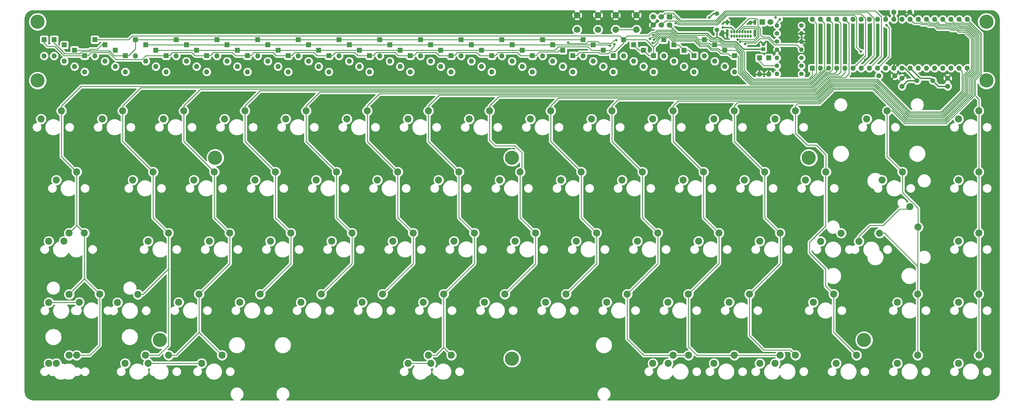
<source format=gbr>
G04 #@! TF.GenerationSoftware,KiCad,Pcbnew,(5.1.4)-1*
G04 #@! TF.CreationDate,2020-04-16T22:18:54+01:00*
G04 #@! TF.ProjectId,discipline-pcb,64697363-6970-46c6-996e-652d7063622e,rev?*
G04 #@! TF.SameCoordinates,Original*
G04 #@! TF.FileFunction,Copper,L2,Bot*
G04 #@! TF.FilePolarity,Positive*
%FSLAX46Y46*%
G04 Gerber Fmt 4.6, Leading zero omitted, Abs format (unit mm)*
G04 Created by KiCad (PCBNEW (5.1.4)-1) date 2020-04-16 22:18:54*
%MOMM*%
%LPD*%
G04 APERTURE LIST*
%ADD10C,2.200000*%
%ADD11O,1.600000X1.600000*%
%ADD12R,1.600000X1.600000*%
%ADD13R,1.700000X1.700000*%
%ADD14C,1.700000*%
%ADD15C,1.500000*%
%ADD16C,1.600000*%
%ADD17C,1.400000*%
%ADD18O,1.400000X1.400000*%
%ADD19R,1.200000X1.200000*%
%ADD20C,1.200000*%
%ADD21C,1.800000*%
%ADD22R,1.800000X1.800000*%
%ADD23O,0.650000X1.000000*%
%ADD24O,0.900000X2.400000*%
%ADD25O,0.900000X1.700000*%
%ADD26C,2.000000*%
%ADD27C,4.400000*%
%ADD28C,0.800000*%
%ADD29C,0.400000*%
%ADD30C,0.250000*%
%ADD31C,0.254000*%
G04 APERTURE END LIST*
D10*
X89700000Y-146900000D03*
X83350000Y-149440000D03*
X68300000Y-146900000D03*
X61950000Y-149440000D03*
D11*
X60500000Y-72550000D03*
D12*
X60500000Y-67470000D03*
D10*
X332680000Y-125940000D03*
X330140000Y-119590000D03*
X308740000Y-127820000D03*
X302390000Y-130360000D03*
D12*
X299753430Y-76389182D03*
D11*
X348013430Y-61149182D03*
X302293430Y-76389182D03*
X345473430Y-61149182D03*
X304833430Y-76389182D03*
X342933430Y-61149182D03*
X307373430Y-76389182D03*
X340393430Y-61149182D03*
X309913430Y-76389182D03*
X337853430Y-61149182D03*
X312453430Y-76389182D03*
X335313430Y-61149182D03*
X314993430Y-76389182D03*
X332773430Y-61149182D03*
X317533430Y-76389182D03*
X330233430Y-61149182D03*
X320073430Y-76389182D03*
X327693430Y-61149182D03*
X322613430Y-76389182D03*
X325153430Y-61149182D03*
X325153430Y-76389182D03*
X322613430Y-61149182D03*
X327693430Y-76389182D03*
X320073430Y-61149182D03*
X330233430Y-76389182D03*
X317533430Y-61149182D03*
X332773430Y-76389182D03*
X314993430Y-61149182D03*
X335313430Y-76389182D03*
X312453430Y-61149182D03*
X337853430Y-76389182D03*
X309913430Y-61149182D03*
X340393430Y-76389182D03*
X307373430Y-61149182D03*
X342933430Y-76389182D03*
X304833430Y-61149182D03*
X345473430Y-76389182D03*
X302293430Y-61149182D03*
X348013430Y-76389182D03*
X299753430Y-61149182D03*
D10*
X283390128Y-168433750D03*
X289740128Y-165893750D03*
X254833936Y-168433750D03*
X261183936Y-165893750D03*
X180207573Y-165901640D03*
X173857573Y-168441640D03*
X92893031Y-168429819D03*
X99243031Y-165889819D03*
X64293700Y-168423620D03*
X70643700Y-165883620D03*
X68262500Y-127783620D03*
X61912500Y-130323620D03*
D13*
X255293830Y-60350870D03*
D14*
X255293830Y-62890870D03*
X252753830Y-60350870D03*
X252753830Y-62890870D03*
X250213830Y-60350870D03*
X250213830Y-62890870D03*
D10*
X323056250Y-89693750D03*
X316706250Y-92233750D03*
X314290000Y-130360000D03*
X320640000Y-127820000D03*
X71437450Y-149383750D03*
X77787450Y-146843750D03*
X68262450Y-165883620D03*
X61912450Y-168423620D03*
X92075050Y-165893750D03*
X85725050Y-168433750D03*
X115887450Y-165883620D03*
X109537450Y-168423620D03*
X73025050Y-127783620D03*
X66675050Y-130323620D03*
X306387250Y-146843750D03*
X300037250Y-149383750D03*
X64293750Y-111283750D03*
X70643750Y-108743750D03*
X321468250Y-111283750D03*
X327818250Y-108743750D03*
X275466206Y-165893750D03*
X269116206Y-168433750D03*
X256410884Y-165883620D03*
X250060884Y-168423620D03*
X294481250Y-89693750D03*
X288131250Y-92233750D03*
X132556250Y-108743750D03*
X126206250Y-111283750D03*
X65881250Y-89693750D03*
X59531250Y-92233750D03*
X84931250Y-89693750D03*
X78581250Y-92233750D03*
X103981250Y-89693750D03*
X97631250Y-92233750D03*
X123031250Y-89693750D03*
X116681250Y-92233750D03*
X142081250Y-89693750D03*
X135731250Y-92233750D03*
X161131250Y-89693750D03*
X154781250Y-92233750D03*
X180181250Y-89693750D03*
X173831250Y-92233750D03*
X199231250Y-89693750D03*
X192881250Y-92233750D03*
X218281250Y-89693750D03*
X211931250Y-92233750D03*
X237331250Y-89693750D03*
X230981250Y-92233750D03*
X256381250Y-89693750D03*
X250031250Y-92233750D03*
X275431250Y-89693750D03*
X269081250Y-92233750D03*
X351631250Y-89693750D03*
X345281250Y-92233750D03*
X94456250Y-108743750D03*
X88106250Y-111283750D03*
X113506250Y-108743750D03*
X107156250Y-111283750D03*
X151606250Y-108743750D03*
X145256250Y-111283750D03*
X170656250Y-108743750D03*
X164306250Y-111283750D03*
X189706250Y-108743750D03*
X183356250Y-111283750D03*
X208756250Y-108743750D03*
X202406250Y-111283750D03*
X227806250Y-108743750D03*
X221456250Y-111283750D03*
X246856250Y-108743750D03*
X240506250Y-111283750D03*
X265906250Y-108743750D03*
X259556250Y-111283750D03*
X284956250Y-108743750D03*
X278606250Y-111283750D03*
X304006250Y-108743750D03*
X297656250Y-111283750D03*
X351631250Y-108743750D03*
X345281250Y-111283750D03*
X99218750Y-127793750D03*
X92868750Y-130333750D03*
X118268750Y-127793750D03*
X111918750Y-130333750D03*
X137318750Y-127793750D03*
X130968750Y-130333750D03*
X156368250Y-127793750D03*
X150018250Y-130333750D03*
X175418250Y-127793750D03*
X169068250Y-130333750D03*
X194468250Y-127793750D03*
X188118250Y-130333750D03*
X213518250Y-127793750D03*
X207168250Y-130333750D03*
X232568250Y-127793750D03*
X226218250Y-130333750D03*
X251618250Y-127793750D03*
X245268250Y-130333750D03*
X270668250Y-127793750D03*
X264318250Y-130333750D03*
X289718250Y-127793750D03*
X283368250Y-130333750D03*
X351631250Y-127793750D03*
X345281250Y-130333750D03*
X108743750Y-146843750D03*
X102393750Y-149383750D03*
X127793750Y-146843750D03*
X121443750Y-149383750D03*
X146843750Y-146843750D03*
X140493750Y-149383750D03*
X165894250Y-146843750D03*
X159544250Y-149383750D03*
X184944250Y-146843750D03*
X178594250Y-149383750D03*
X203994250Y-146843750D03*
X197644250Y-149383750D03*
X223044250Y-146843750D03*
X216694250Y-149383750D03*
X242094250Y-146843750D03*
X235744250Y-149383750D03*
X261144250Y-146843750D03*
X254794250Y-149383750D03*
X280194250Y-146843750D03*
X273844250Y-149383750D03*
X332581250Y-146843750D03*
X326231250Y-149383750D03*
X351631250Y-146843750D03*
X345281250Y-149383750D03*
X187325250Y-165893750D03*
X180975250Y-168433750D03*
X313531250Y-165893750D03*
X307181250Y-168433750D03*
X332581250Y-165893750D03*
X326231250Y-168433750D03*
X351631250Y-165893750D03*
X345281250Y-168433750D03*
X294521528Y-165883620D03*
X288171528Y-168423620D03*
D15*
X337251644Y-80256240D03*
X332371644Y-80256240D03*
D16*
X341906112Y-79506040D03*
X341906112Y-82006040D03*
X327680238Y-79506040D03*
X327680238Y-82006040D03*
X330125530Y-58926178D03*
X325125530Y-58926178D03*
X325471062Y-78716416D03*
X320471062Y-78716416D03*
D17*
X296376316Y-75645517D03*
D18*
X288756316Y-75645517D03*
D17*
X296376316Y-73152052D03*
D18*
X288756316Y-73152052D03*
D17*
X296376316Y-78138982D03*
D18*
X288756316Y-78138982D03*
D17*
X288756316Y-70580211D03*
D18*
X296376316Y-70580211D03*
D17*
X288756316Y-68060499D03*
D18*
X296376316Y-68060499D03*
D17*
X288756316Y-65567034D03*
D18*
X296376316Y-65567034D03*
D17*
X296376316Y-63073204D03*
D18*
X288756316Y-63073204D03*
D19*
X284477676Y-70404866D03*
D20*
X284477676Y-68904866D03*
D21*
X286667716Y-61970830D03*
D22*
X284127716Y-61970830D03*
D23*
X278823468Y-66391022D03*
X280523468Y-66391022D03*
X279673468Y-66391022D03*
X277973468Y-66391022D03*
X277123468Y-66391022D03*
X276273468Y-66391022D03*
X275423468Y-66391022D03*
X274573468Y-66391022D03*
X280523468Y-65066022D03*
X279668468Y-65066022D03*
X278818468Y-65066022D03*
X277968468Y-65066022D03*
X277118468Y-65066022D03*
X276268468Y-65066022D03*
X275418468Y-65066022D03*
X274568468Y-65066022D03*
D24*
X281873468Y-65411022D03*
X273223468Y-65411022D03*
D25*
X281873468Y-62031022D03*
X273223468Y-62031022D03*
D17*
X270047614Y-59350838D03*
X270047614Y-64450838D03*
D26*
X244985732Y-59836074D03*
X244985732Y-64336074D03*
X238485732Y-59836074D03*
X238485732Y-64336074D03*
X232985732Y-59836074D03*
X232985732Y-64336074D03*
X226485732Y-59836074D03*
X226485732Y-64336074D03*
D11*
X63600284Y-72555612D03*
D12*
X63600284Y-67475612D03*
D11*
X73108673Y-77516199D03*
D12*
X73108673Y-72436199D03*
D11*
X85786525Y-77516199D03*
D12*
X85786525Y-72436199D03*
D11*
X88955988Y-72555612D03*
D12*
X88955988Y-67475612D03*
D11*
X101633840Y-72555612D03*
D12*
X101633840Y-67475612D03*
D11*
X114311692Y-72555612D03*
D12*
X114311692Y-67475612D03*
D11*
X126989544Y-72555612D03*
D12*
X126989544Y-67475612D03*
D11*
X139667396Y-72555612D03*
D12*
X139667396Y-67475612D03*
D11*
X152345248Y-72555612D03*
D12*
X152345248Y-67475612D03*
D11*
X165023100Y-72555612D03*
D12*
X165023100Y-67475612D03*
D11*
X177700952Y-72555612D03*
D12*
X177700952Y-67475612D03*
D11*
X190378804Y-72555612D03*
D12*
X190378804Y-67475612D03*
D11*
X203056656Y-72555612D03*
D12*
X203056656Y-67475612D03*
D11*
X215734508Y-72555612D03*
D12*
X215734508Y-67475612D03*
D11*
X228342376Y-72555612D03*
D12*
X228342376Y-67475612D03*
D11*
X275541929Y-77516199D03*
D12*
X275541929Y-72436199D03*
D11*
X66769747Y-74209141D03*
D12*
X66769747Y-69129141D03*
D11*
X82617062Y-75862670D03*
D12*
X82617062Y-70782670D03*
D11*
X92125451Y-74209141D03*
D12*
X92125451Y-69129141D03*
D11*
X104803303Y-74209141D03*
D12*
X104803303Y-69129141D03*
D11*
X117481155Y-74209141D03*
D12*
X117481155Y-69129141D03*
D11*
X130159007Y-74209141D03*
D12*
X130159007Y-69129141D03*
D11*
X142836859Y-74209141D03*
D12*
X142836859Y-69129141D03*
D11*
X155514711Y-74209141D03*
D12*
X155514711Y-69129141D03*
D11*
X168192563Y-74209141D03*
D12*
X168192563Y-69129141D03*
D11*
X180870415Y-74209141D03*
D12*
X180870415Y-69129141D03*
D11*
X193548267Y-74209141D03*
D12*
X193548267Y-69129141D03*
D11*
X206226119Y-74209141D03*
D12*
X206226119Y-69129141D03*
D11*
X218886475Y-74209141D03*
D12*
X218886475Y-69129141D03*
D11*
X231493149Y-74209141D03*
D12*
X231493149Y-69129141D03*
D11*
X272453205Y-75862670D03*
D12*
X272453205Y-70782670D03*
D11*
X69939210Y-75862670D03*
D12*
X69939210Y-70782670D03*
D11*
X79447599Y-74209141D03*
D12*
X79447599Y-69129141D03*
D11*
X95294914Y-75862670D03*
D12*
X95294914Y-70782670D03*
D11*
X107972766Y-75862670D03*
D12*
X107972766Y-70782670D03*
D11*
X120650618Y-75862670D03*
D12*
X120650618Y-70782670D03*
D11*
X133328470Y-75862670D03*
D12*
X133328470Y-70782670D03*
D11*
X146006322Y-75862670D03*
D12*
X146006322Y-70782670D03*
D11*
X158684174Y-75862670D03*
D12*
X158684174Y-70782670D03*
D11*
X171362026Y-75862670D03*
D12*
X171362026Y-70782670D03*
D11*
X184039878Y-75862670D03*
D12*
X184039878Y-70782670D03*
D11*
X196717730Y-75862670D03*
D12*
X196717730Y-70782670D03*
D11*
X209395582Y-75862670D03*
D12*
X209395582Y-70782670D03*
D11*
X234643922Y-75862670D03*
D12*
X234643922Y-70782670D03*
D11*
X269364481Y-74209141D03*
D12*
X269364481Y-69129141D03*
D11*
X98464377Y-77516199D03*
D12*
X98464377Y-72436199D03*
D11*
X111142229Y-77516199D03*
D12*
X111142229Y-72436199D03*
D11*
X123820081Y-77516199D03*
D12*
X123820081Y-72436199D03*
D11*
X136497933Y-77516199D03*
D12*
X136497933Y-72436199D03*
D11*
X149175785Y-77516199D03*
D12*
X149175785Y-72436199D03*
D11*
X161853637Y-77516199D03*
D12*
X161853637Y-72436199D03*
D11*
X174531489Y-77516199D03*
D12*
X174531489Y-72436199D03*
D11*
X187209341Y-77516199D03*
D12*
X187209341Y-72436199D03*
D11*
X199887193Y-77516199D03*
D12*
X199887193Y-72436199D03*
D11*
X212565045Y-77516199D03*
D12*
X212565045Y-72436199D03*
D11*
X222038442Y-75862670D03*
D12*
X222038442Y-70782670D03*
D11*
X237794695Y-77516199D03*
D12*
X237794695Y-72436199D03*
D11*
X266089606Y-72555612D03*
D12*
X266089606Y-67475612D03*
D11*
X259788058Y-75862670D03*
D12*
X259788058Y-70782670D03*
D11*
X76278136Y-72555612D03*
D12*
X76278136Y-67475612D03*
D11*
X256637284Y-74209141D03*
D12*
X256637284Y-69129141D03*
D11*
X253486511Y-72555612D03*
D12*
X253486511Y-67475612D03*
D11*
X250335738Y-77516199D03*
D12*
X250335738Y-72436199D03*
D11*
X225190409Y-77516199D03*
D12*
X225190409Y-72436199D03*
D11*
X244096241Y-74209141D03*
D12*
X244096241Y-69129141D03*
D11*
X240945468Y-72555612D03*
D12*
X240945468Y-67475612D03*
D11*
X262938832Y-77516199D03*
D12*
X262938832Y-72436199D03*
D11*
X247184965Y-75862670D03*
D12*
X247184965Y-70782670D03*
D11*
X286174982Y-78242196D03*
D12*
X286174982Y-73162196D03*
D11*
X283305310Y-78242196D03*
D12*
X283305310Y-73162196D03*
D27*
X206213345Y-166958110D03*
X206213345Y-104302994D03*
X298671968Y-104302994D03*
X113754723Y-104302994D03*
X315860803Y-161146960D03*
X96565888Y-161146960D03*
X353970721Y-80221243D03*
X353970721Y-61899530D03*
X58455970Y-61899530D03*
X58455970Y-80221243D03*
D28*
X317286426Y-147658536D03*
X127275644Y-177842586D03*
X254608590Y-121534022D03*
X275168740Y-121971472D03*
X104895702Y-124176220D03*
X324443108Y-92679820D03*
X316988960Y-87990356D03*
X333332092Y-169513538D03*
X283427796Y-173083130D03*
X289709578Y-173223114D03*
X276603576Y-172995640D03*
X249954122Y-173205616D03*
X342571036Y-93839906D03*
X303515500Y-88952746D03*
X57598608Y-86468030D03*
X298598562Y-78348958D03*
X276813552Y-62031022D03*
X249271700Y-70439862D03*
X235045826Y-65487928D03*
X316289040Y-78243970D03*
X212438410Y-178122554D03*
X263037486Y-64331925D03*
X262302584Y-60237471D03*
X286239392Y-65381785D03*
X317630206Y-71261001D03*
X316265388Y-73704406D03*
X317630206Y-66116687D03*
X319939898Y-71261001D03*
X322459562Y-71261001D03*
X315075545Y-66116687D03*
X312520886Y-66116687D03*
X309966227Y-66116687D03*
X307411568Y-66116687D03*
X304856909Y-66116687D03*
X302302250Y-66116687D03*
X288339112Y-60499936D03*
X312900000Y-123100000D03*
X300000000Y-145000000D03*
X271849908Y-63633140D03*
X267650388Y-60605986D03*
X250080466Y-68467729D03*
X250461158Y-67472794D03*
X236725634Y-69327582D03*
X238072980Y-68935034D03*
X249202787Y-67247085D03*
X250199094Y-66012868D03*
X238720406Y-67640182D03*
X223724620Y-68392596D03*
X278825616Y-68797705D03*
X322885786Y-63003212D03*
X289651437Y-61170830D03*
X276534836Y-67473316D03*
X277266951Y-68198326D03*
X314871702Y-71192276D03*
X257249287Y-62351160D03*
D29*
X325953429Y-75589183D02*
X325153430Y-76389182D01*
X326493429Y-75049183D02*
X325953429Y-75589183D01*
X326493429Y-60058279D02*
X326493429Y-75049183D01*
X330125530Y-58926178D02*
X327625530Y-58926178D01*
X327625530Y-58926178D02*
X326493429Y-60058279D01*
X297076315Y-68760498D02*
X296376316Y-68060499D01*
X297476317Y-69160500D02*
X297076315Y-68760498D01*
X297476317Y-71108212D02*
X297476317Y-69160500D01*
X296904317Y-71680212D02*
X297476317Y-71108212D01*
X289856317Y-71680212D02*
X296904317Y-71680212D01*
X288756316Y-70580211D02*
X289856317Y-71680212D01*
X296376316Y-68060499D02*
X296376316Y-65567034D01*
X317577713Y-71261001D02*
X317577713Y-72392081D01*
X317577713Y-72392081D02*
X316265388Y-73704406D01*
X275418468Y-65066022D02*
X275418468Y-64606403D01*
X275418468Y-64606403D02*
X274445205Y-63633140D01*
X268905536Y-59350838D02*
X267650388Y-60605986D01*
X270047614Y-59350838D02*
X268905536Y-59350838D01*
X274445205Y-63633140D02*
X271849908Y-63633140D01*
D30*
X276307675Y-72436199D02*
X276726062Y-72854586D01*
X275541929Y-72436199D02*
X276307675Y-72436199D01*
X276726062Y-72854586D02*
X276726062Y-77824018D01*
X276726062Y-77824018D02*
X280470634Y-81568590D01*
X299420968Y-81568590D02*
X298773542Y-81568590D01*
X304600376Y-76389182D02*
X299420968Y-81568590D01*
X280470634Y-81568590D02*
X298773542Y-81568590D01*
X66982343Y-71907671D02*
X71529039Y-71907671D01*
X63600284Y-67475612D02*
X63600284Y-68525612D01*
X71529039Y-71907671D02*
X72204029Y-71232681D01*
X82208844Y-72436199D02*
X84736525Y-72436199D01*
X72204029Y-71232681D02*
X74725780Y-71232681D01*
X84736525Y-72436199D02*
X85786525Y-72436199D01*
X74725780Y-71232681D02*
X74977861Y-70980600D01*
X81530933Y-71740791D02*
X81530933Y-71758288D01*
X74977861Y-70980600D02*
X80770743Y-70980600D01*
X81530933Y-71758288D02*
X82208844Y-72436199D01*
X63600284Y-68525612D02*
X66982343Y-71907671D01*
X80770743Y-70980600D02*
X81530933Y-71740791D01*
X88955988Y-68525612D02*
X88955988Y-67475612D01*
X88955988Y-70316736D02*
X88955988Y-68525612D01*
X86836525Y-72436199D02*
X88955988Y-70316736D01*
X85786525Y-72436199D02*
X86836525Y-72436199D01*
X88955988Y-67475612D02*
X101633840Y-67475612D01*
X102683840Y-67475612D02*
X114311692Y-67475612D01*
X101633840Y-67475612D02*
X102683840Y-67475612D01*
X115361692Y-67475612D02*
X126989544Y-67475612D01*
X114311692Y-67475612D02*
X115361692Y-67475612D01*
X128039544Y-67475612D02*
X139667396Y-67475612D01*
X126989544Y-67475612D02*
X128039544Y-67475612D01*
X140717396Y-67475612D02*
X152345248Y-67475612D01*
X139667396Y-67475612D02*
X140717396Y-67475612D01*
X153395248Y-67475612D02*
X165023100Y-67475612D01*
X152345248Y-67475612D02*
X153395248Y-67475612D01*
X166073100Y-67475612D02*
X177700952Y-67475612D01*
X165023100Y-67475612D02*
X166073100Y-67475612D01*
X178750952Y-67475612D02*
X190378804Y-67475612D01*
X177700952Y-67475612D02*
X178750952Y-67475612D01*
X191428804Y-67475612D02*
X203056656Y-67475612D01*
X190378804Y-67475612D02*
X191428804Y-67475612D01*
X204106656Y-67475612D02*
X215734508Y-67475612D01*
X203056656Y-67475612D02*
X204106656Y-67475612D01*
X216784508Y-67475612D02*
X228342376Y-67475612D01*
X215734508Y-67475612D02*
X216784508Y-67475612D01*
X250541163Y-68467729D02*
X250080466Y-68467729D01*
X251186566Y-67822326D02*
X250541163Y-68467729D01*
X251186566Y-67383796D02*
X251186566Y-67822326D01*
X252225032Y-66345330D02*
X251186566Y-67383796D01*
X255232035Y-66345330D02*
X252225032Y-66345330D01*
X256801918Y-67915213D02*
X255232035Y-66345330D01*
X263071383Y-67915213D02*
X256801918Y-67915213D01*
X275541929Y-72436199D02*
X274137923Y-72436199D01*
X274137923Y-72436199D02*
X273611418Y-71909694D01*
X273611418Y-71909694D02*
X271395227Y-71909694D01*
X271395227Y-71909694D02*
X270730303Y-71244770D01*
X270730303Y-71244770D02*
X270724248Y-71244770D01*
X270724248Y-71244770D02*
X270216806Y-70737328D01*
X270216806Y-70737328D02*
X268257030Y-70737328D01*
X267138460Y-69618758D02*
X264774928Y-69618758D01*
X268257030Y-70737328D02*
X267138460Y-69618758D01*
X264774928Y-69618758D02*
X263071383Y-67915213D01*
X66854850Y-68567797D02*
X66854850Y-68725276D01*
X93175451Y-69129141D02*
X104803303Y-69129141D01*
X92125451Y-69129141D02*
X93175451Y-69129141D01*
X104803303Y-69129141D02*
X117481155Y-69129141D01*
X118531155Y-69129141D02*
X130159007Y-69129141D01*
X117481155Y-69129141D02*
X118531155Y-69129141D01*
X131209007Y-69129141D02*
X142836859Y-69129141D01*
X130159007Y-69129141D02*
X131209007Y-69129141D01*
X143886859Y-69129141D02*
X155514711Y-69129141D01*
X142836859Y-69129141D02*
X143886859Y-69129141D01*
X156564711Y-69129141D02*
X168192563Y-69129141D01*
X155514711Y-69129141D02*
X156564711Y-69129141D01*
X169242563Y-69129141D02*
X180870415Y-69129141D01*
X168192563Y-69129141D02*
X169242563Y-69129141D01*
X181920415Y-69129141D02*
X193548267Y-69129141D01*
X180870415Y-69129141D02*
X181920415Y-69129141D01*
X194598267Y-69129141D02*
X206226119Y-69129141D01*
X193548267Y-69129141D02*
X194598267Y-69129141D01*
X207276119Y-69129141D02*
X218886475Y-69129141D01*
X206226119Y-69129141D02*
X207276119Y-69129141D01*
X219936475Y-69129141D02*
X231493149Y-69129141D01*
X218886475Y-69129141D02*
X219936475Y-69129141D01*
X231493149Y-69129141D02*
X236527193Y-69129141D01*
X236527193Y-69129141D02*
X236725634Y-69327582D01*
X250861157Y-67072795D02*
X250461158Y-67472794D01*
X255413498Y-65890382D02*
X252043570Y-65890382D01*
X263257783Y-67465202D02*
X256988318Y-67465202D01*
X272453205Y-70782670D02*
X271014562Y-70782670D01*
X271014562Y-70782670D02*
X270514272Y-70282380D01*
X256988318Y-67465202D02*
X255413498Y-65890382D01*
X270514272Y-70282380D02*
X268449508Y-70282380D01*
X268449508Y-70282380D02*
X267259644Y-69092516D01*
X252043570Y-65890382D02*
X250861157Y-67072795D01*
X267259644Y-69092516D02*
X264885097Y-69092516D01*
X264885097Y-69092516D02*
X263257783Y-67465202D01*
X303585492Y-62441244D02*
X302293430Y-61149182D01*
X276015581Y-70782670D02*
X277181010Y-71948099D01*
X272453205Y-70782670D02*
X276015581Y-70782670D01*
X303585492Y-76756640D02*
X303585492Y-62441244D01*
X277181010Y-77631540D02*
X280663112Y-81113642D01*
X277181010Y-71948099D02*
X277181010Y-77631540D01*
X280663112Y-81113642D02*
X299228490Y-81113642D01*
X299228490Y-81113642D02*
X303585492Y-76756640D01*
X269971834Y-68777769D02*
X269079436Y-68777769D01*
X269079436Y-68777769D02*
X269516669Y-68777769D01*
X295501416Y-80658694D02*
X295676396Y-80658694D01*
X297828650Y-80658694D02*
X299036012Y-80658694D01*
X295501416Y-80658694D02*
X297828650Y-80658694D01*
X297828650Y-80658694D02*
X298143614Y-80658694D01*
X302293430Y-77401276D02*
X302293430Y-77386568D01*
X299036012Y-80658694D02*
X302293430Y-77401276D01*
X302293430Y-76389182D02*
X302293430Y-77386568D01*
X77112000Y-70414740D02*
X74898788Y-70414740D01*
X70989210Y-70782670D02*
X69939210Y-70782670D01*
X74898788Y-70414740D02*
X74530858Y-70782670D01*
X74530858Y-70782670D02*
X70989210Y-70782670D01*
X78397599Y-69129141D02*
X77112000Y-70414740D01*
X79447599Y-69129141D02*
X78397599Y-69129141D01*
X96344914Y-70782670D02*
X107972766Y-70782670D01*
X95294914Y-70782670D02*
X96344914Y-70782670D01*
X109022766Y-70782670D02*
X120650618Y-70782670D01*
X107972766Y-70782670D02*
X109022766Y-70782670D01*
X121700618Y-70782670D02*
X133328470Y-70782670D01*
X120650618Y-70782670D02*
X121700618Y-70782670D01*
X134378470Y-70782670D02*
X146006322Y-70782670D01*
X133328470Y-70782670D02*
X134378470Y-70782670D01*
X147056322Y-70782670D02*
X158684174Y-70782670D01*
X146006322Y-70782670D02*
X147056322Y-70782670D01*
X159734174Y-70782670D02*
X171362026Y-70782670D01*
X158684174Y-70782670D02*
X159734174Y-70782670D01*
X172412026Y-70782670D02*
X184039878Y-70782670D01*
X171362026Y-70782670D02*
X172412026Y-70782670D01*
X185089878Y-70782670D02*
X196717730Y-70782670D01*
X184039878Y-70782670D02*
X185089878Y-70782670D01*
X197767730Y-70782670D02*
X209395582Y-70782670D01*
X196717730Y-70782670D02*
X197767730Y-70782670D01*
X209395582Y-70782670D02*
X219549750Y-70782670D01*
X233593922Y-70782670D02*
X234643922Y-70782670D01*
X230961676Y-70782670D02*
X233593922Y-70782670D01*
X229836675Y-69657669D02*
X230961676Y-70782670D01*
X220674751Y-69657669D02*
X229836675Y-69657669D01*
X219549750Y-70782670D02*
X220674751Y-69657669D01*
X238072980Y-69500719D02*
X236791029Y-70782670D01*
X238072980Y-68935034D02*
X238072980Y-69500719D01*
X235693922Y-70782670D02*
X234643922Y-70782670D01*
X236791029Y-70782670D02*
X235693922Y-70782670D01*
X249707774Y-66742098D02*
X249602786Y-66847086D01*
X249602786Y-66847086D02*
X249202787Y-67247085D01*
X250537242Y-66742098D02*
X249707774Y-66742098D01*
X251843906Y-65435434D02*
X250537242Y-66742098D01*
X255605976Y-65435434D02*
X251843906Y-65435434D01*
X257180796Y-67010254D02*
X255605976Y-65435434D01*
X268117046Y-69129141D02*
X268117046Y-69127512D01*
X269364481Y-69129141D02*
X268117046Y-69129141D01*
X268117046Y-69127512D02*
X267609604Y-68620070D01*
X267609604Y-68620070D02*
X265049062Y-68620070D01*
X265049062Y-68620070D02*
X263439246Y-67010254D01*
X263439246Y-67010254D02*
X257180796Y-67010254D01*
X271651642Y-69652452D02*
X275521774Y-69652452D01*
X277635958Y-77439062D02*
X280855590Y-80658694D01*
X277635958Y-71766636D02*
X277635958Y-77439062D01*
X280855590Y-80658694D02*
X295501416Y-80658694D01*
X275521774Y-69652452D02*
X277635958Y-71766636D01*
X271128331Y-69129141D02*
X271651642Y-69652452D01*
X269364481Y-69129141D02*
X271128331Y-69129141D01*
X329430000Y-120300000D02*
X330140000Y-119590000D01*
X326900000Y-120300000D02*
X329430000Y-120300000D01*
X321800000Y-125400000D02*
X326900000Y-120300000D01*
X317703366Y-125400000D02*
X321800000Y-125400000D01*
X314325250Y-130333750D02*
X314325250Y-128778116D01*
X314325250Y-128778116D02*
X317703366Y-125400000D01*
X295238946Y-80203746D02*
X295483918Y-80203746D01*
X97414377Y-72436199D02*
X98464377Y-72436199D01*
X90988977Y-73680613D02*
X92233391Y-72436199D01*
X82816848Y-73680613D02*
X90988977Y-73680613D01*
X73108673Y-72436199D02*
X74158673Y-72436199D01*
X92233391Y-72436199D02*
X97414377Y-72436199D01*
X74158673Y-72436199D02*
X75164261Y-71430611D01*
X75164261Y-71430611D02*
X80584345Y-71430611D01*
X80584345Y-71430611D02*
X81080923Y-71927189D01*
X81080923Y-71927189D02*
X81080924Y-71944689D01*
X81080924Y-71944689D02*
X82816848Y-73680613D01*
X110092229Y-72436199D02*
X111142229Y-72436199D01*
X107441293Y-72436199D02*
X110092229Y-72436199D01*
X106435705Y-71430611D02*
X107441293Y-72436199D01*
X100519965Y-71430611D02*
X106435705Y-71430611D01*
X99514377Y-72436199D02*
X100519965Y-71430611D01*
X98464377Y-72436199D02*
X99514377Y-72436199D01*
X122770081Y-72436199D02*
X123820081Y-72436199D01*
X120119145Y-72436199D02*
X122770081Y-72436199D01*
X119113557Y-71430611D02*
X120119145Y-72436199D01*
X113197817Y-71430611D02*
X119113557Y-71430611D01*
X112192229Y-72436199D02*
X113197817Y-71430611D01*
X111142229Y-72436199D02*
X112192229Y-72436199D01*
X135447933Y-72436199D02*
X136497933Y-72436199D01*
X132796997Y-72436199D02*
X135447933Y-72436199D01*
X131791409Y-71430611D02*
X132796997Y-72436199D01*
X125875669Y-71430611D02*
X131791409Y-71430611D01*
X124870081Y-72436199D02*
X125875669Y-71430611D01*
X123820081Y-72436199D02*
X124870081Y-72436199D01*
X148125785Y-72436199D02*
X149175785Y-72436199D01*
X145474849Y-72436199D02*
X148125785Y-72436199D01*
X144469261Y-71430611D02*
X145474849Y-72436199D01*
X138553521Y-71430611D02*
X144469261Y-71430611D01*
X137547933Y-72436199D02*
X138553521Y-71430611D01*
X136497933Y-72436199D02*
X137547933Y-72436199D01*
X160803637Y-72436199D02*
X161853637Y-72436199D01*
X158152701Y-72436199D02*
X160803637Y-72436199D01*
X157147113Y-71430611D02*
X158152701Y-72436199D01*
X151231373Y-71430611D02*
X157147113Y-71430611D01*
X150225785Y-72436199D02*
X151231373Y-71430611D01*
X149175785Y-72436199D02*
X150225785Y-72436199D01*
X173481489Y-72436199D02*
X174531489Y-72436199D01*
X170830553Y-72436199D02*
X173481489Y-72436199D01*
X169824965Y-71430611D02*
X170830553Y-72436199D01*
X163909225Y-71430611D02*
X169824965Y-71430611D01*
X162903637Y-72436199D02*
X163909225Y-71430611D01*
X161853637Y-72436199D02*
X162903637Y-72436199D01*
X186159341Y-72436199D02*
X187209341Y-72436199D01*
X183508405Y-72436199D02*
X186159341Y-72436199D01*
X182502817Y-71430611D02*
X183508405Y-72436199D01*
X176587077Y-71430611D02*
X182502817Y-71430611D01*
X175581489Y-72436199D02*
X176587077Y-71430611D01*
X174531489Y-72436199D02*
X175581489Y-72436199D01*
X198837193Y-72436199D02*
X199887193Y-72436199D01*
X196186257Y-72436199D02*
X198837193Y-72436199D01*
X195180669Y-71430611D02*
X196186257Y-72436199D01*
X189264929Y-71430611D02*
X195180669Y-71430611D01*
X188259341Y-72436199D02*
X189264929Y-71430611D01*
X187209341Y-72436199D02*
X188259341Y-72436199D01*
X211515045Y-72436199D02*
X212565045Y-72436199D01*
X208864109Y-72436199D02*
X211515045Y-72436199D01*
X207858521Y-71430611D02*
X208864109Y-72436199D01*
X201942781Y-71430611D02*
X207858521Y-71430611D01*
X200937193Y-72436199D02*
X201942781Y-71430611D01*
X199887193Y-72436199D02*
X200937193Y-72436199D01*
X220988442Y-70782670D02*
X222038442Y-70782670D01*
X220459914Y-71311198D02*
X220988442Y-70782670D01*
X214740046Y-71311198D02*
X220459914Y-71311198D01*
X213615045Y-72436199D02*
X214740046Y-71311198D01*
X212565045Y-72436199D02*
X213615045Y-72436199D01*
X264557864Y-67475612D02*
X266089606Y-67475612D01*
X250619046Y-66012868D02*
X251651428Y-64980486D01*
X251651428Y-64980486D02*
X255798454Y-64980486D01*
X255798454Y-64980486D02*
X257373274Y-66555306D01*
X257373274Y-66555306D02*
X263637558Y-66555306D01*
X250199094Y-66012868D02*
X250619046Y-66012868D01*
X263637558Y-66555306D02*
X264557864Y-67475612D01*
X238720406Y-67640182D02*
X238154721Y-67640182D01*
X238154721Y-67640182D02*
X237192331Y-68602572D01*
X237192331Y-68602572D02*
X233331022Y-68602572D01*
X229998850Y-68004140D02*
X229347924Y-68655066D01*
X233331022Y-68602572D02*
X232732590Y-68004140D01*
X232732590Y-68004140D02*
X229998850Y-68004140D01*
X229347924Y-68655066D02*
X223987090Y-68655066D01*
X223987090Y-68655066D02*
X223724620Y-68392596D01*
X278090906Y-71585173D02*
X278090906Y-77246584D01*
X281048068Y-80203746D02*
X295238946Y-80203746D01*
X278090906Y-77246584D02*
X281048068Y-80203746D01*
X275703237Y-69197504D02*
X278090906Y-71585173D01*
X271844120Y-69197504D02*
X275703237Y-69197504D01*
X270619260Y-67972644D02*
X271844120Y-69197504D01*
X268099548Y-67972644D02*
X270619260Y-67972644D01*
X267602516Y-67475612D02*
X268099548Y-67972644D01*
X266089606Y-67475612D02*
X267602516Y-67475612D01*
X301048282Y-62444034D02*
X299753430Y-61149182D01*
X301048282Y-77998998D02*
X301048282Y-62444034D01*
X298843534Y-80203746D02*
X301048282Y-77998998D01*
X295238946Y-80203746D02*
X298843534Y-80203746D01*
X60500000Y-68520000D02*
X61480000Y-69500000D01*
X60500000Y-67470000D02*
X60500000Y-68520000D01*
X61480000Y-69500000D02*
X63800000Y-69500000D01*
X66736199Y-72436199D02*
X73108673Y-72436199D01*
X63800000Y-69500000D02*
X66736199Y-72436199D01*
X71381200Y-149440000D02*
X71437450Y-149383750D01*
X61950000Y-149440000D02*
X71381200Y-149440000D01*
X249285738Y-72436199D02*
X250335738Y-72436199D01*
X268484504Y-67517696D02*
X268904456Y-67517696D01*
X240945468Y-67475612D02*
X240949740Y-67475612D01*
X225190409Y-72436199D02*
X226240409Y-72436199D01*
X226240409Y-72436199D02*
X227245997Y-71430611D01*
X227245997Y-71430611D02*
X233106861Y-71430611D01*
X238238399Y-71232681D02*
X240945468Y-68525612D01*
X240945468Y-68525612D02*
X240945468Y-67475612D01*
X236813211Y-71232681D02*
X238238399Y-71232681D01*
X233583921Y-71907671D02*
X236138221Y-71907671D01*
X236138221Y-71907671D02*
X236813211Y-71232681D01*
X233106861Y-71430611D02*
X233583921Y-71907671D01*
X86844854Y-67475612D02*
X87992634Y-66327832D01*
X76278136Y-67475612D02*
X86844854Y-67475612D01*
X240945468Y-67475612D02*
X240935564Y-67475612D01*
X239787784Y-66327832D02*
X239525314Y-66327832D01*
X240935564Y-67475612D02*
X239787784Y-66327832D01*
X87992634Y-66327832D02*
X239525314Y-66327832D01*
X247184965Y-70782670D02*
X247184965Y-70785349D01*
X248835815Y-72436199D02*
X249285738Y-72436199D01*
X247184965Y-70785349D02*
X248835815Y-72436199D01*
X246134965Y-70782670D02*
X247184965Y-70782670D01*
X245747450Y-70782670D02*
X246134965Y-70782670D01*
X244096241Y-69131461D02*
X245747450Y-70782670D01*
X244096241Y-69129141D02*
X244096241Y-69131461D01*
X236813211Y-71232681D02*
X236982695Y-71232681D01*
X240945468Y-67444888D02*
X240945468Y-67475612D01*
X242062524Y-66327832D02*
X240945468Y-67444888D01*
X248786184Y-66327832D02*
X242062524Y-66327832D01*
X249836064Y-65277952D02*
X248786184Y-66327832D01*
X268904456Y-67517696D02*
X268316692Y-67517696D01*
X268316692Y-67517696D02*
X266899354Y-66100358D01*
X250706536Y-65277952D02*
X249836064Y-65277952D01*
X266899354Y-66100358D02*
X257565752Y-66100358D01*
X257565752Y-66100358D02*
X255990932Y-64525538D01*
X255990932Y-64525538D02*
X251458950Y-64525538D01*
X251458950Y-64525538D02*
X250706536Y-65277952D01*
X298651056Y-79748798D02*
X281240546Y-79748798D01*
X270811738Y-67517696D02*
X268904456Y-67517696D01*
X272036598Y-68742556D02*
X270811738Y-67517696D01*
X275884700Y-68742556D02*
X272036598Y-68742556D01*
X278545854Y-71403710D02*
X275884700Y-68742556D01*
X278545854Y-77054106D02*
X278545854Y-71403710D01*
X281240546Y-79748798D02*
X278545854Y-77054106D01*
X299753430Y-78646424D02*
X298651056Y-79748798D01*
X299753430Y-76389182D02*
X299753430Y-78646424D01*
X250335738Y-72436199D02*
X250335738Y-70316127D01*
X243492712Y-67475612D02*
X240945468Y-67475612D01*
X248018914Y-67475612D02*
X243492712Y-67475612D01*
X250335738Y-69792436D02*
X248018914Y-67475612D01*
X250335738Y-70316127D02*
X250335738Y-69792436D01*
X254166783Y-66795340D02*
X253486511Y-67475612D01*
X255002301Y-66795340D02*
X254166783Y-66795340D01*
X256637284Y-69129141D02*
X256637284Y-68430323D01*
X256637284Y-68430323D02*
X255002301Y-66795340D01*
X252806239Y-66795340D02*
X253486511Y-67475612D01*
X252411432Y-66795340D02*
X252806239Y-66795340D01*
X251636576Y-67570196D02*
X252411432Y-66795340D01*
X251636576Y-68436308D02*
X251636576Y-67570196D01*
X250335738Y-70316127D02*
X250335738Y-69737146D01*
X250335738Y-69737146D02*
X251636576Y-68436308D01*
X259788058Y-70782670D02*
X259777026Y-70782670D01*
X258123497Y-69129141D02*
X256637284Y-69129141D01*
X259777026Y-70782670D02*
X258123497Y-69129141D01*
X262938832Y-72436199D02*
X262938832Y-72369686D01*
X261351816Y-70782670D02*
X259788058Y-70782670D01*
X262938832Y-72369686D02*
X261351816Y-70782670D01*
X92896962Y-168433750D02*
X92893031Y-168429819D01*
X109537450Y-168433750D02*
X92896962Y-168433750D01*
X173865463Y-168433750D02*
X173857573Y-168441640D01*
X180975250Y-168433750D02*
X173865463Y-168433750D01*
X65881250Y-103981250D02*
X70643750Y-108743750D01*
X65881250Y-89693750D02*
X65881250Y-103981250D01*
X70643750Y-125412450D02*
X73025050Y-127793750D01*
X70643750Y-108743750D02*
X70643750Y-125412450D01*
X73025050Y-142081350D02*
X77787450Y-146843750D01*
X73025050Y-127793750D02*
X73025050Y-142081350D01*
X68266381Y-165889819D02*
X68262450Y-165893750D01*
X70643700Y-165889819D02*
X68266381Y-165889819D01*
X77787450Y-156178614D02*
X77787450Y-162778676D01*
X77787450Y-146843750D02*
X77787450Y-156178614D01*
X77787450Y-156178614D02*
X77787450Y-156368750D01*
X74676307Y-165889819D02*
X70643700Y-165889819D01*
X77787450Y-162778676D02*
X74676307Y-165889819D01*
X69376298Y-126679902D02*
X70643750Y-125412450D01*
X69372160Y-126679902D02*
X69376298Y-126679902D01*
X68272161Y-127779901D02*
X69372160Y-126679902D01*
X306105204Y-62420956D02*
X304833430Y-61149182D01*
X65881250Y-89693750D02*
X65881250Y-88138116D01*
X65881250Y-88138116D02*
X71995828Y-82023538D01*
X71995828Y-82023538D02*
X299613446Y-82023538D01*
X299613446Y-82023538D02*
X304122801Y-77514183D01*
X304122801Y-77514183D02*
X305312665Y-77514183D01*
X306105204Y-76721644D02*
X306105204Y-62420956D01*
X305312665Y-77514183D02*
X306105204Y-76721644D01*
X69399999Y-145706401D02*
X73025050Y-142081350D01*
X69399999Y-145800001D02*
X69399999Y-145706401D01*
X68300000Y-146900000D02*
X69399999Y-145800001D01*
X84931250Y-99218750D02*
X94456250Y-108743750D01*
X84931250Y-89693750D02*
X84931250Y-99218750D01*
X94456250Y-123031250D02*
X99218750Y-127793750D01*
X94456250Y-108743750D02*
X94456250Y-123031250D01*
X96194506Y-165893750D02*
X92075050Y-165893750D01*
X99218750Y-162869506D02*
X96194506Y-165893750D01*
X84931250Y-89693750D02*
X84931250Y-88138116D01*
X84931250Y-88138116D02*
X90590880Y-82478486D01*
X90590880Y-82478486D02*
X296183838Y-82478486D01*
X296183838Y-82478486D02*
X296446308Y-82478486D01*
X307394071Y-76409823D02*
X307373430Y-76389182D01*
X307394071Y-77350189D02*
X307394071Y-76409823D01*
X306780066Y-77964194D02*
X307394071Y-77350189D01*
X304309200Y-77964194D02*
X306780066Y-77964194D01*
X296183838Y-82478486D02*
X299794908Y-82478486D01*
X299794908Y-82478486D02*
X304309200Y-77964194D01*
X99218750Y-138936884D02*
X99218750Y-138218750D01*
X91255634Y-146900000D02*
X99218750Y-138936884D01*
X89700000Y-146900000D02*
X91255634Y-146900000D01*
X99218750Y-127793750D02*
X99218750Y-138218750D01*
X99218750Y-138218750D02*
X99218750Y-162869506D01*
X103981250Y-99218750D02*
X113506250Y-108743750D01*
X103981250Y-89693750D02*
X103981250Y-99218750D01*
X113506250Y-123031250D02*
X118268750Y-127793750D01*
X113506250Y-108743750D02*
X113506250Y-123031250D01*
X118268750Y-137318750D02*
X108743750Y-146843750D01*
X118268750Y-127793750D02*
X118268750Y-137318750D01*
X108743750Y-158750050D02*
X115887450Y-165893750D01*
X108743750Y-146843750D02*
X108743750Y-158750050D01*
X108743750Y-158750050D02*
X108729982Y-158750050D01*
X101590213Y-165889819D02*
X101256118Y-165889819D01*
X108729982Y-158750050D02*
X101590213Y-165889819D01*
X101447737Y-165889819D02*
X101256118Y-165889819D01*
X101256118Y-165889819D02*
X99243031Y-165889819D01*
X308642414Y-62418166D02*
X307373430Y-61149182D01*
X103981250Y-89693750D02*
X103981250Y-88138116D01*
X308642414Y-77571650D02*
X308642414Y-62418166D01*
X103981250Y-88138116D02*
X109185932Y-82933434D01*
X109185932Y-82933434D02*
X299976370Y-82933434D01*
X299976370Y-82933434D02*
X304490854Y-78418950D01*
X304490854Y-78418950D02*
X307795114Y-78418950D01*
X307795114Y-78418950D02*
X308642414Y-77571650D01*
X123031250Y-99218750D02*
X132556250Y-108743750D01*
X123031250Y-89693750D02*
X123031250Y-99218750D01*
X132556250Y-123031250D02*
X137318750Y-127793750D01*
X132556250Y-108743750D02*
X132556250Y-123031250D01*
X137318750Y-137318750D02*
X127793750Y-146843750D01*
X137318750Y-127793750D02*
X137318750Y-137318750D01*
X309913430Y-77769828D02*
X309913430Y-76389182D01*
X309913735Y-77770133D02*
X309913430Y-77769828D01*
X123031250Y-89693750D02*
X123031250Y-88138116D01*
X123031250Y-88138116D02*
X127780984Y-83388382D01*
X127780984Y-83388382D02*
X300225876Y-83388382D01*
X300225876Y-83388382D02*
X304722862Y-78891396D01*
X304722862Y-78891396D02*
X308792472Y-78891396D01*
X308792472Y-78891396D02*
X309913735Y-77770133D01*
X142081250Y-99218750D02*
X151606250Y-108743750D01*
X142081250Y-89693750D02*
X142081250Y-99218750D01*
X151606250Y-123031750D02*
X156368250Y-127793750D01*
X151606250Y-108743750D02*
X151606250Y-123031750D01*
X156368250Y-137319250D02*
X146843750Y-146843750D01*
X156368250Y-127793750D02*
X156368250Y-137319250D01*
X311179624Y-62415376D02*
X309913430Y-61149182D01*
X311179624Y-78131527D02*
X311179624Y-62415376D01*
X142081250Y-89693750D02*
X142081250Y-88138116D01*
X142081250Y-88138116D02*
X146376036Y-83843330D01*
X146376036Y-83843330D02*
X300453350Y-83843330D01*
X300453350Y-83843330D02*
X304950336Y-79346344D01*
X304950336Y-79346344D02*
X309964807Y-79346344D01*
X309964807Y-79346344D02*
X311179624Y-78131527D01*
X161131250Y-99218750D02*
X170656250Y-108743750D01*
X161131250Y-89693750D02*
X161131250Y-99218750D01*
X170656250Y-123031750D02*
X175418250Y-127793750D01*
X170656250Y-108743750D02*
X170656250Y-123031750D01*
X175418250Y-137319750D02*
X165894250Y-146843750D01*
X175418250Y-127793750D02*
X175418250Y-137319750D01*
X346368102Y-77283854D02*
X345473430Y-76389182D01*
X346368102Y-83475872D02*
X346368102Y-77283854D01*
X330252444Y-89985128D02*
X339858846Y-89985128D01*
X161131250Y-89693750D02*
X161131250Y-88138116D01*
X161131250Y-88138116D02*
X164971088Y-84298278D01*
X164971088Y-84298278D02*
X300663326Y-84298278D01*
X339858846Y-89985128D02*
X346368102Y-83475872D01*
X300663326Y-84298278D02*
X305160312Y-79801292D01*
X305160312Y-79801292D02*
X320068608Y-79801292D01*
X320068608Y-79801292D02*
X330252444Y-89985128D01*
X180181250Y-99218750D02*
X189706250Y-108743750D01*
X180181250Y-89693750D02*
X180181250Y-99218750D01*
X189706250Y-123031750D02*
X194468250Y-127793750D01*
X189706250Y-108743750D02*
X189706250Y-123031750D01*
X194468250Y-137319750D02*
X184944250Y-146843750D01*
X194468250Y-127793750D02*
X194468250Y-137319750D01*
X184944250Y-163512750D02*
X187325250Y-165893750D01*
X184944250Y-146843750D02*
X184944250Y-163512750D01*
X182555360Y-165901640D02*
X184944250Y-163512750D01*
X180207573Y-165901640D02*
X182555360Y-165901640D01*
X180181250Y-89693750D02*
X180181250Y-88138116D01*
X180181250Y-88138116D02*
X183566140Y-84753226D01*
X183566140Y-84753226D02*
X297268714Y-84753226D01*
X297268714Y-84753226D02*
X297408698Y-84753226D01*
X346823050Y-79013882D02*
X346823050Y-78786408D01*
X346823050Y-78576432D02*
X346823050Y-79013882D01*
X348013430Y-76389182D02*
X348013430Y-77386052D01*
X348013430Y-77386052D02*
X346823050Y-78576432D01*
X300855804Y-84753226D02*
X297268714Y-84753226D01*
X346823050Y-79013882D02*
X346823050Y-83668350D01*
X346823050Y-83668350D02*
X340051324Y-90440076D01*
X340051324Y-90440076D02*
X330059966Y-90440076D01*
X330059966Y-90440076D02*
X319876130Y-80256240D01*
X319876130Y-80256240D02*
X305352790Y-80256240D01*
X305352790Y-80256240D02*
X300855804Y-84753226D01*
X208756250Y-123031750D02*
X213518250Y-127793750D01*
X208756250Y-108743750D02*
X208756250Y-123031750D01*
X213518250Y-137319750D02*
X203994250Y-146843750D01*
X213518250Y-127793750D02*
X213518250Y-137319750D01*
X199231250Y-98839116D02*
X199231250Y-89693750D01*
X208756250Y-107840668D02*
X209323766Y-107273152D01*
X208756250Y-108743750D02*
X208756250Y-107840668D01*
X209323766Y-107273152D02*
X209323766Y-102741170D01*
X209323766Y-102741170D02*
X207136516Y-100553920D01*
X207136516Y-100553920D02*
X200946054Y-100553920D01*
X200946054Y-100553920D02*
X199231250Y-98839116D01*
X331370042Y-62285794D02*
X330233430Y-61149182D01*
X333670636Y-62734707D02*
X333221723Y-62285794D01*
X335507892Y-62734708D02*
X333670636Y-62734707D01*
X337847650Y-63184718D02*
X335957902Y-63184718D01*
X338740031Y-64077099D02*
X337847650Y-63184718D01*
X342519527Y-64077099D02*
X338740031Y-64077099D01*
X349237774Y-67120836D02*
X347183765Y-65066827D01*
X305545268Y-80711188D02*
X319683652Y-80711188D01*
X301030784Y-85225672D02*
X305545268Y-80711188D01*
X199231250Y-89693750D02*
X199231250Y-88138116D01*
X333221723Y-62285794D02*
X331370042Y-62285794D01*
X202143694Y-85225672D02*
X301030784Y-85225672D01*
X335957902Y-63184718D02*
X335507892Y-62734708D01*
X347295496Y-78768910D02*
X349237774Y-76826632D01*
X329867488Y-90895024D02*
X340243802Y-90895024D01*
X344806791Y-64527108D02*
X342969536Y-64527108D01*
X347295496Y-83843330D02*
X347295496Y-78768910D01*
X340243802Y-90895024D02*
X347295496Y-83843330D01*
X319683652Y-80711188D02*
X329867488Y-90895024D01*
X349237774Y-76826632D02*
X349237774Y-67120836D01*
X199231250Y-88138116D02*
X202143694Y-85225672D01*
X347183765Y-65066827D02*
X345346510Y-65066827D01*
X345346510Y-65066827D02*
X344806791Y-64527108D01*
X342969536Y-64527108D02*
X342519527Y-64077099D01*
X218281250Y-99218750D02*
X227806250Y-108743750D01*
X218281250Y-89693750D02*
X218281250Y-99218750D01*
X227806250Y-123031750D02*
X232568250Y-127793750D01*
X227806250Y-108743750D02*
X227806250Y-123031750D01*
X232568250Y-137319750D02*
X223044250Y-146843750D01*
X232568250Y-127793750D02*
X232568250Y-137319750D01*
X218281250Y-89693750D02*
X218281250Y-88138116D01*
X218281250Y-88138116D02*
X220738746Y-85680620D01*
X220738746Y-85680620D02*
X297548682Y-85680620D01*
X297548682Y-85680620D02*
X297776156Y-85680620D01*
X332773430Y-61149182D02*
X332773430Y-61797124D01*
X319491174Y-81166136D02*
X305737746Y-81166136D01*
X340436280Y-91349972D02*
X329675010Y-91349972D01*
X347750444Y-84035808D02*
X340436280Y-91349972D01*
X336190301Y-62734708D02*
X338080049Y-62734708D01*
X345573560Y-64571963D02*
X347371310Y-64571963D01*
X335740291Y-62284698D02*
X336190301Y-62734708D01*
X301223262Y-85680620D02*
X297548682Y-85680620D01*
X338080049Y-62734708D02*
X338972430Y-63627089D01*
X349687785Y-66888438D02*
X349687785Y-77013032D01*
X333897414Y-62284698D02*
X335740291Y-62284698D01*
X332773430Y-61149182D02*
X332773430Y-61160714D01*
X329675010Y-91349972D02*
X319491174Y-81166136D01*
X332773430Y-61160714D02*
X333897414Y-62284698D01*
X345039191Y-64077099D02*
X345534054Y-64571962D01*
X349687785Y-77013032D02*
X347750444Y-78950373D01*
X305737746Y-81166136D02*
X301223262Y-85680620D01*
X342751926Y-63627089D02*
X343201936Y-64077099D01*
X338972430Y-63627089D02*
X342751926Y-63627089D01*
X347750444Y-78950373D02*
X347750444Y-84035808D01*
X343201936Y-64077099D02*
X345039191Y-64077099D01*
X345534054Y-64571962D02*
X345573560Y-64571963D01*
X347371310Y-64571963D02*
X349687785Y-66888438D01*
X251618250Y-137319750D02*
X251618250Y-127793750D01*
X242094250Y-146843750D02*
X251618250Y-137319750D01*
X237331250Y-99218750D02*
X246856250Y-108743750D01*
X237331250Y-89693750D02*
X237331250Y-99218750D01*
X242094250Y-146843750D02*
X242094250Y-160761268D01*
X247226732Y-165893750D02*
X256410884Y-165893750D01*
X242094250Y-160761268D02*
X247226732Y-165893750D01*
X256410884Y-165893750D02*
X258790612Y-165893750D01*
X258790612Y-165893750D02*
X261183936Y-165893750D01*
X246856250Y-123031750D02*
X251618250Y-127793750D01*
X246856250Y-108743750D02*
X246856250Y-123031750D01*
X339204829Y-63177079D02*
X338312448Y-62284698D01*
X342984325Y-63177079D02*
X339204829Y-63177079D01*
X338312448Y-62284698D02*
X336448946Y-62284698D01*
X301415740Y-86135568D02*
X305930224Y-81621084D01*
X345759960Y-64121953D02*
X345265096Y-63627089D01*
X305930224Y-81621084D02*
X319281198Y-81621084D01*
X348205392Y-79131836D02*
X350137796Y-77199432D01*
X237331250Y-88138116D02*
X239333798Y-86135568D01*
X336448946Y-62284698D02*
X335313430Y-61149182D01*
X237331250Y-89693750D02*
X237331250Y-88138116D01*
X329465034Y-91804920D02*
X340628758Y-91804920D01*
X340628758Y-91804920D02*
X348205392Y-84228286D01*
X348205392Y-84228286D02*
X348205392Y-79131836D01*
X350137796Y-66656040D02*
X347603709Y-64121953D01*
X345265096Y-63627089D02*
X343434335Y-63627089D01*
X350137796Y-77199432D02*
X350137796Y-66656040D01*
X319281198Y-81621084D02*
X329465034Y-91804920D01*
X347603709Y-64121953D02*
X345759960Y-64121953D01*
X239333798Y-86135568D02*
X301415740Y-86135568D01*
X343434335Y-63627089D02*
X342984325Y-63177079D01*
X256381250Y-99218750D02*
X265906250Y-108743750D01*
X256381250Y-89693750D02*
X256381250Y-99218750D01*
X265906250Y-123031750D02*
X270668250Y-127793750D01*
X265906250Y-108743750D02*
X265906250Y-123031750D01*
X270668250Y-137319750D02*
X261144250Y-146843750D01*
X270668250Y-127793750D02*
X270668250Y-137319750D01*
X261183936Y-146883436D02*
X261144250Y-146843750D01*
X277021840Y-165893750D02*
X282622888Y-165893750D01*
X275466206Y-165893750D02*
X277021840Y-165893750D01*
X284178522Y-165893750D02*
X289740128Y-165893750D01*
X282622888Y-165893750D02*
X284178522Y-165893750D01*
X263832334Y-165893750D02*
X275466206Y-165893750D01*
X261144250Y-163205666D02*
X263832334Y-165893750D01*
X261144250Y-146843750D02*
X261144250Y-163205666D01*
X256381250Y-89693750D02*
X256381250Y-88138116D01*
X256381250Y-88138116D02*
X257928850Y-86590516D01*
X257928850Y-86590516D02*
X297863646Y-86590516D01*
X297863646Y-86590516D02*
X298161112Y-86590516D01*
X306122702Y-82076032D02*
X301608218Y-86590516D01*
X319088720Y-82076032D02*
X306122702Y-82076032D01*
X329272556Y-92259868D02*
X319088720Y-82076032D01*
X340856232Y-92259868D02*
X329272556Y-92259868D01*
X301608218Y-86590516D02*
X297863646Y-86590516D01*
X350602618Y-77421564D02*
X348677838Y-79346344D01*
X348677838Y-79346344D02*
X348677838Y-84438262D01*
X348677838Y-84438262D02*
X340856232Y-92259868D01*
X350602618Y-71838424D02*
X350602618Y-77421564D01*
X350602618Y-66438453D02*
X350602618Y-71838424D01*
X347821320Y-63657155D02*
X350602618Y-66438453D01*
X337853430Y-61149182D02*
X339428441Y-62724193D01*
X339428441Y-62724193D02*
X343207354Y-62724193D01*
X343207354Y-62724193D02*
X343660240Y-63177079D01*
X343660240Y-63177079D02*
X345451496Y-63177079D01*
X345451496Y-63177079D02*
X345931572Y-63657155D01*
X345931572Y-63657155D02*
X347821320Y-63657155D01*
X275431250Y-99218750D02*
X284956250Y-108743750D01*
X275431250Y-89693750D02*
X275431250Y-99218750D01*
X284956250Y-123031750D02*
X289718250Y-127793750D01*
X284956250Y-108743750D02*
X284956250Y-123031750D01*
X289718250Y-137319750D02*
X280194250Y-146843750D01*
X289718250Y-127793750D02*
X289718250Y-137319750D01*
X280194250Y-146843750D02*
X280194250Y-159770736D01*
X280194250Y-159770736D02*
X284635158Y-164211644D01*
X292839422Y-164211644D02*
X294521528Y-165893750D01*
X284635158Y-164211644D02*
X292839422Y-164211644D01*
X341518431Y-62274183D02*
X340393430Y-61149182D01*
X345681019Y-62724193D02*
X343843764Y-62724193D01*
X306297682Y-82548478D02*
X318913740Y-82548478D01*
X351057566Y-66210992D02*
X348053719Y-63207145D01*
X318913740Y-82548478D02*
X329080078Y-92714816D01*
X301800696Y-87045464D02*
X306297682Y-82548478D01*
X276523902Y-87045464D02*
X301800696Y-87045464D01*
X329080078Y-92714816D02*
X341048710Y-92714816D01*
X275431250Y-88138116D02*
X276523902Y-87045464D01*
X349150284Y-84613242D02*
X349150284Y-79521324D01*
X343393754Y-62274183D02*
X341518431Y-62274183D01*
X275431250Y-89693750D02*
X275431250Y-88138116D01*
X349150284Y-79521324D02*
X351057566Y-77614042D01*
X351057566Y-77614042D02*
X351057566Y-66210992D01*
X341048710Y-92714816D02*
X349150284Y-84613242D01*
X348053719Y-63207145D02*
X346163971Y-63207145D01*
X346163971Y-63207145D02*
X345681019Y-62724193D01*
X343843764Y-62724193D02*
X343393754Y-62274183D01*
X306387250Y-158749750D02*
X313531250Y-165893750D01*
X306387250Y-146843750D02*
X306387250Y-158749750D01*
X294481250Y-88138116D02*
X295118954Y-87500412D01*
X294481250Y-89693750D02*
X294481250Y-88138116D01*
X295118954Y-87500412D02*
X298353590Y-87500412D01*
X298353590Y-87500412D02*
X298546068Y-87500412D01*
X304006250Y-106175275D02*
X304006250Y-108743750D01*
X304006250Y-103406900D02*
X304006250Y-106175275D01*
X300908298Y-100308948D02*
X304006250Y-103406900D01*
X298139923Y-100308948D02*
X300908298Y-100308948D01*
X294481250Y-89693750D02*
X294481250Y-96650275D01*
X294481250Y-96650275D02*
X298139923Y-100308948D01*
X346396370Y-62757135D02*
X345913418Y-62274183D01*
X351512514Y-77806520D02*
X351512514Y-65983531D01*
X349605232Y-79713802D02*
X351512514Y-77806520D01*
X349605232Y-84805720D02*
X349605232Y-79713802D01*
X301993174Y-87500412D02*
X306490160Y-83003426D01*
X348286118Y-62757135D02*
X346396370Y-62757135D01*
X298353590Y-87500412D02*
X301993174Y-87500412D01*
X345913418Y-62274183D02*
X344058431Y-62274183D01*
X306490160Y-83003426D02*
X318703764Y-83003426D01*
X351512514Y-65983531D02*
X348286118Y-62757135D01*
X318703764Y-83003426D02*
X328870102Y-93169764D01*
X344058431Y-62274183D02*
X342933430Y-61149182D01*
X328870102Y-93169764D02*
X341241188Y-93169764D01*
X341241188Y-93169764D02*
X349605232Y-84805720D01*
X303910249Y-144366749D02*
X306387250Y-146843750D01*
X303910249Y-139010249D02*
X303910249Y-144366749D01*
X298900000Y-134000000D02*
X303910249Y-139010249D01*
X304006250Y-109827295D02*
X303910249Y-109923296D01*
X303910249Y-109923296D02*
X303910249Y-125689751D01*
X304006250Y-108743750D02*
X304006250Y-109827295D01*
X303910249Y-125689751D02*
X303810249Y-125689751D01*
X303810249Y-125689751D02*
X298900000Y-130600000D01*
X298900000Y-130600000D02*
X298900000Y-134000000D01*
X323056250Y-103981750D02*
X327818250Y-108743750D01*
X323056250Y-89693750D02*
X323056250Y-103981750D01*
X332581250Y-157877368D02*
X332581250Y-165893750D01*
X332581250Y-146843750D02*
X332581250Y-157877368D01*
X346608946Y-62284698D02*
X345473430Y-61149182D01*
X348496090Y-62284698D02*
X346608946Y-62284698D01*
X351967462Y-77998998D02*
X351967462Y-65756070D01*
X324746662Y-89693750D02*
X328677624Y-93624712D01*
X323056250Y-89693750D02*
X324746662Y-89693750D01*
X351967462Y-65756070D02*
X348496090Y-62284698D01*
X328677624Y-93624712D02*
X341433666Y-93624712D01*
X341433666Y-93624712D02*
X350077678Y-84980700D01*
X350077678Y-84980700D02*
X350077678Y-79888782D01*
X350077678Y-79888782D02*
X351967462Y-77998998D01*
X327818250Y-110299384D02*
X327818250Y-108743750D01*
X322230884Y-127793750D02*
X320675250Y-127793750D01*
X332581250Y-138144116D02*
X322230884Y-127793750D01*
X332581250Y-146843750D02*
X332581250Y-138481250D01*
X332581250Y-138481250D02*
X332581250Y-138144116D01*
X332581250Y-127594384D02*
X332581250Y-133881250D01*
X332680000Y-127495634D02*
X332581250Y-127594384D01*
X332680000Y-125940000D02*
X332680000Y-127495634D01*
X332581250Y-138481250D02*
X332581250Y-133881250D01*
X332581250Y-133881250D02*
X332581250Y-133518750D01*
X327818250Y-115159248D02*
X327818250Y-114918250D01*
X332680000Y-120020998D02*
X327818250Y-115159248D01*
X332680000Y-125940000D02*
X332680000Y-120020998D01*
X327818250Y-114918250D02*
X327818250Y-110299384D01*
X351631250Y-91249384D02*
X351631250Y-108743750D01*
X351631250Y-89693750D02*
X351631250Y-91249384D01*
X351631250Y-110299384D02*
X351631250Y-127793750D01*
X351631250Y-108743750D02*
X351631250Y-110299384D01*
X351631250Y-129349384D02*
X351631250Y-146843750D01*
X351631250Y-127793750D02*
X351631250Y-129349384D01*
X351631250Y-148399384D02*
X351631250Y-165893750D01*
X351631250Y-146843750D02*
X351631250Y-148399384D01*
X351631250Y-88138116D02*
X351635000Y-88134366D01*
X351631250Y-89693750D02*
X351631250Y-88138116D01*
X351635000Y-86084449D02*
X350531251Y-84980700D01*
X351635000Y-88134366D02*
X351635000Y-86084449D01*
X350531251Y-84980700D02*
X350531251Y-80082635D01*
X352422410Y-78191476D02*
X352264928Y-78348958D01*
X350531251Y-80082635D02*
X352264928Y-78348958D01*
X352422410Y-65558162D02*
X348013430Y-61149182D01*
X352422410Y-71261001D02*
X352422410Y-65558162D01*
X352422410Y-71261001D02*
X352422410Y-78191476D01*
X278825616Y-68544616D02*
X278825616Y-68797705D01*
X278837652Y-68532580D02*
X278825616Y-68544616D01*
X294917800Y-69085500D02*
X296412511Y-70580211D01*
X288040252Y-69085500D02*
X294917800Y-69085500D01*
X278893159Y-68797705D02*
X279158284Y-68532580D01*
X279158284Y-68532580D02*
X281940466Y-68532580D01*
X281940466Y-68532580D02*
X283357804Y-67115242D01*
X278825616Y-68797705D02*
X278893159Y-68797705D01*
X283357804Y-67115242D02*
X286069994Y-67115242D01*
X286069994Y-67115242D02*
X288040252Y-69085500D01*
X276268468Y-65066022D02*
X276268468Y-64606403D01*
X281800482Y-60856012D02*
X281445468Y-60856012D01*
X281625502Y-60856012D02*
X281800482Y-60856012D01*
X281625502Y-60856012D02*
X281270488Y-60856012D01*
X280018859Y-60856012D02*
X281625502Y-60856012D01*
X276268468Y-64606403D02*
X280018859Y-60856012D01*
X282194487Y-60856012D02*
X281800482Y-60856012D01*
X282836859Y-61498384D02*
X282194487Y-60856012D01*
X282836859Y-63255564D02*
X282836859Y-61498384D01*
X283548497Y-63981315D02*
X283548496Y-63967201D01*
X288862503Y-68060499D02*
X287662677Y-68060499D01*
X283548496Y-63967201D02*
X282836859Y-63255564D01*
X287662677Y-68060499D02*
X286262472Y-66660294D01*
X286262472Y-66660294D02*
X284267700Y-66660294D01*
X284267700Y-66660294D02*
X283602776Y-65995370D01*
X283602776Y-65995370D02*
X283602776Y-64035594D01*
X283602776Y-64035594D02*
X283548497Y-63981315D01*
X320073430Y-76389182D02*
X323690694Y-72771918D01*
X323690694Y-72771918D02*
X323690694Y-63808120D01*
X323690694Y-63808120D02*
X322885786Y-63003212D01*
X288756316Y-62065951D02*
X289651437Y-61170830D01*
X288756316Y-63073204D02*
X288756316Y-62065951D01*
D29*
X325125530Y-61121282D02*
X325153430Y-61149182D01*
X255293830Y-62890870D02*
X255293830Y-63097401D01*
X325153430Y-58954078D02*
X325125530Y-58926178D01*
X325153430Y-61149182D02*
X325153430Y-58954078D01*
X270047614Y-64450838D02*
X270047614Y-66011096D01*
X278289487Y-70404866D02*
X284477676Y-70404866D01*
X270993093Y-66956575D02*
X272219138Y-68182620D01*
X272219138Y-68182620D02*
X276067241Y-68182620D01*
X276067241Y-68182620D02*
X278289487Y-70404866D01*
X270047614Y-64450838D02*
X270047614Y-66274166D01*
X255293830Y-63085960D02*
X255293830Y-62890870D01*
X270047614Y-66560565D02*
X269651604Y-66956575D01*
X270047614Y-66274166D02*
X270047614Y-66560565D01*
X268498047Y-66956575D02*
X267080736Y-65539264D01*
X267080736Y-65539264D02*
X257747134Y-65539264D01*
X269651604Y-66956575D02*
X268498047Y-66956575D01*
X257747134Y-65539264D02*
X255293830Y-63085960D01*
X270047614Y-66460204D02*
X270543985Y-66956575D01*
X270047614Y-66274166D02*
X270047614Y-66460204D01*
X270543985Y-66956575D02*
X270993093Y-66956575D01*
X270047614Y-64450838D02*
X270047614Y-64933282D01*
X331033429Y-77189181D02*
X330233430Y-76389182D01*
X333350489Y-79506241D02*
X331033429Y-77189181D01*
X336501645Y-79506241D02*
X333350489Y-79506241D01*
X337251644Y-80256240D02*
X336501645Y-79506241D01*
X339001444Y-82006040D02*
X341906112Y-82006040D01*
X337251644Y-80256240D02*
X339001444Y-82006040D01*
X329430038Y-80256240D02*
X327680238Y-82006040D01*
X332371644Y-80256240D02*
X329430038Y-80256240D01*
X328504586Y-76389182D02*
X327693430Y-76389182D01*
X332371644Y-80256240D02*
X328504586Y-76389182D01*
D30*
X288728674Y-73179694D02*
X288756316Y-73152052D01*
X278688859Y-63886012D02*
X277968468Y-64606403D01*
X282194487Y-63886012D02*
X278688859Y-63886012D01*
X276534836Y-67473316D02*
X281652384Y-67473316D01*
X282189668Y-66936032D02*
X282194487Y-66936032D01*
X282194487Y-66936032D02*
X282648478Y-66482041D01*
X281652384Y-67473316D02*
X282189668Y-66936032D01*
X282648478Y-66482041D02*
X282648478Y-64340003D01*
X277968468Y-64606403D02*
X277968468Y-65066022D01*
X282648478Y-64340003D02*
X282194487Y-63886012D01*
X287766367Y-75645517D02*
X288756316Y-75645517D01*
X284738631Y-75645517D02*
X287766367Y-75645517D01*
X283305310Y-74212196D02*
X284738631Y-75645517D01*
X283305310Y-73162196D02*
X283305310Y-74212196D01*
X277118468Y-64606403D02*
X277118468Y-65066022D01*
X278288870Y-63436001D02*
X277118468Y-64606403D01*
X282380886Y-63436001D02*
X278288870Y-63436001D01*
X277567758Y-68198326D02*
X277693389Y-68072695D01*
X277693389Y-68072695D02*
X281700431Y-68072695D01*
X277266951Y-68198326D02*
X277567758Y-68198326D01*
X281700431Y-68072695D02*
X283098487Y-66674639D01*
X283098487Y-66674639D02*
X283098487Y-64153602D01*
X283098487Y-64153602D02*
X282380886Y-63436001D01*
X273005605Y-59416122D02*
X270048443Y-62373284D01*
X312453430Y-76389182D02*
X316376530Y-72466082D01*
X316376530Y-72466082D02*
X316376530Y-60867280D01*
X316376530Y-60867280D02*
X314925372Y-59416122D01*
X314925372Y-59416122D02*
X273005605Y-59416122D01*
X269945224Y-62368346D02*
X258291778Y-62368346D01*
X270048443Y-62373284D02*
X269950162Y-62373284D01*
X269950162Y-62373284D02*
X269945224Y-62368346D01*
X258291778Y-62368346D02*
X257525721Y-61602289D01*
X254042411Y-61602289D02*
X252753830Y-62890870D01*
X257525721Y-61602289D02*
X254042411Y-61602289D01*
X272660179Y-58488728D02*
X269685519Y-61463388D01*
X317533430Y-76389182D02*
X321223476Y-72699136D01*
X321223476Y-72699136D02*
X321223476Y-60326018D01*
X321223476Y-60326018D02*
X319386186Y-58488728D01*
X319386186Y-58488728D02*
X272660179Y-58488728D01*
X253603829Y-59500871D02*
X252753830Y-60350870D01*
X253928831Y-59175869D02*
X253603829Y-59500871D01*
X256403831Y-59175869D02*
X253928831Y-59175869D01*
X258691350Y-61463388D02*
X256403831Y-59175869D01*
X269685519Y-61463388D02*
X258691350Y-61463388D01*
X272824143Y-58961174D02*
X269866981Y-61918336D01*
X314993430Y-76389182D02*
X318931238Y-72451374D01*
X318931238Y-72451374D02*
X318931238Y-60881988D01*
X318931238Y-60881988D02*
X317010424Y-58961174D01*
X317010424Y-58961174D02*
X272824143Y-58961174D01*
X269866981Y-61918336D02*
X258509888Y-61918336D01*
X256942422Y-60350870D02*
X257893172Y-61301620D01*
X255293830Y-60350870D02*
X256942422Y-60350870D01*
X258509888Y-61918336D02*
X257893172Y-61301620D01*
X257893172Y-61301620D02*
X257721404Y-61129852D01*
X245763140Y-64336074D02*
X244985732Y-64336074D01*
X313578431Y-69899005D02*
X313578431Y-60609181D01*
X314871702Y-71192276D02*
X313578431Y-69899005D01*
X313578431Y-60609181D02*
X312840320Y-59871070D01*
X312840320Y-59871070D02*
X273187067Y-59871070D01*
X273187067Y-59871070D02*
X270229905Y-62828232D01*
X239899945Y-64336074D02*
X244985732Y-64336074D01*
X238485732Y-64336074D02*
X239899945Y-64336074D01*
X258575581Y-62828232D02*
X258294512Y-62828232D01*
X270229905Y-62828232D02*
X258575581Y-62828232D01*
X258115254Y-62828232D02*
X257729199Y-62442177D01*
X258575581Y-62828232D02*
X258115254Y-62828232D01*
X257340304Y-62442177D02*
X257249287Y-62351160D01*
X257729199Y-62442177D02*
X257340304Y-62442177D01*
D31*
G36*
X225625688Y-58436260D02*
G01*
X225529924Y-58700661D01*
X226485732Y-59656469D01*
X227441540Y-58700661D01*
X227345776Y-58436260D01*
X227281004Y-58404750D01*
X232184639Y-58404750D01*
X232125688Y-58436260D01*
X232029924Y-58700661D01*
X232985732Y-59656469D01*
X233941540Y-58700661D01*
X233845776Y-58436260D01*
X233781004Y-58404750D01*
X237684639Y-58404750D01*
X237625688Y-58436260D01*
X237529924Y-58700661D01*
X238485732Y-59656469D01*
X239441540Y-58700661D01*
X239345776Y-58436260D01*
X239281004Y-58404750D01*
X244184639Y-58404750D01*
X244125688Y-58436260D01*
X244029924Y-58700661D01*
X244985732Y-59656469D01*
X245941540Y-58700661D01*
X245845776Y-58436260D01*
X245781004Y-58404750D01*
X269105727Y-58404750D01*
X269010652Y-58499825D01*
X268999953Y-58515838D01*
X268946543Y-58515838D01*
X268905535Y-58511799D01*
X268864527Y-58515838D01*
X268864517Y-58515838D01*
X268741847Y-58527920D01*
X268584449Y-58575666D01*
X268439390Y-58653202D01*
X268312245Y-58757547D01*
X268286094Y-58789412D01*
X267493613Y-59581893D01*
X267348490Y-59610760D01*
X267160132Y-59688781D01*
X266990614Y-59802049D01*
X266846451Y-59946212D01*
X266733183Y-60115730D01*
X266655162Y-60304088D01*
X266615388Y-60504047D01*
X266615388Y-60703388D01*
X259006153Y-60703388D01*
X256967635Y-58664871D01*
X256943832Y-58635868D01*
X256828107Y-58540895D01*
X256696078Y-58470323D01*
X256552817Y-58426866D01*
X256441164Y-58415869D01*
X256441153Y-58415869D01*
X256403831Y-58412193D01*
X256366509Y-58415869D01*
X253966153Y-58415869D01*
X253928830Y-58412193D01*
X253891507Y-58415869D01*
X253891498Y-58415869D01*
X253779845Y-58426866D01*
X253636584Y-58470323D01*
X253504555Y-58540895D01*
X253388830Y-58635868D01*
X253365027Y-58664872D01*
X253120238Y-58909661D01*
X252900090Y-58865870D01*
X252607570Y-58865870D01*
X252320672Y-58922938D01*
X252050419Y-59034880D01*
X251807198Y-59197395D01*
X251600355Y-59404238D01*
X251483830Y-59578630D01*
X251367305Y-59404238D01*
X251160462Y-59197395D01*
X250917241Y-59034880D01*
X250646988Y-58922938D01*
X250360090Y-58865870D01*
X250067570Y-58865870D01*
X249780672Y-58922938D01*
X249510419Y-59034880D01*
X249267198Y-59197395D01*
X249060355Y-59404238D01*
X248897840Y-59647459D01*
X248785898Y-59917712D01*
X248728830Y-60204610D01*
X248728830Y-60497130D01*
X248785898Y-60784028D01*
X248897840Y-61054281D01*
X249060355Y-61297502D01*
X249267198Y-61504345D01*
X249440559Y-61620181D01*
X249365038Y-61862473D01*
X250213830Y-62711265D01*
X251062622Y-61862473D01*
X250987101Y-61620181D01*
X251160462Y-61504345D01*
X251367305Y-61297502D01*
X251483830Y-61123110D01*
X251600355Y-61297502D01*
X251807198Y-61504345D01*
X251981590Y-61620870D01*
X251807198Y-61737395D01*
X251600355Y-61944238D01*
X251484519Y-62117599D01*
X251242227Y-62042078D01*
X250393435Y-62890870D01*
X250407578Y-62905013D01*
X250227973Y-63084618D01*
X250213830Y-63070475D01*
X249365038Y-63919267D01*
X249442673Y-64168342D01*
X249706713Y-64294241D01*
X249990241Y-64366209D01*
X250282361Y-64381481D01*
X250569940Y-64339746D01*
X250391735Y-64517952D01*
X249873397Y-64517952D01*
X249836064Y-64514275D01*
X249798731Y-64517952D01*
X249687078Y-64528949D01*
X249543817Y-64572406D01*
X249411788Y-64642978D01*
X249296063Y-64737951D01*
X249272265Y-64766949D01*
X248471383Y-65567832D01*
X246066213Y-65567832D01*
X246255719Y-65378326D01*
X246434650Y-65110537D01*
X246557900Y-64812986D01*
X246620732Y-64497107D01*
X246620732Y-64175041D01*
X246557900Y-63859162D01*
X246434650Y-63561611D01*
X246255719Y-63293822D01*
X246027984Y-63066087D01*
X245868318Y-62959401D01*
X248723219Y-62959401D01*
X248765231Y-63248889D01*
X248862911Y-63524617D01*
X248936358Y-63662027D01*
X249185433Y-63739662D01*
X250034225Y-62890870D01*
X249185433Y-62042078D01*
X248936358Y-62119713D01*
X248810459Y-62383753D01*
X248738491Y-62667281D01*
X248723219Y-62959401D01*
X245868318Y-62959401D01*
X245760195Y-62887156D01*
X245462644Y-62763906D01*
X245146765Y-62701074D01*
X244824699Y-62701074D01*
X244508820Y-62763906D01*
X244211269Y-62887156D01*
X243943480Y-63066087D01*
X243715745Y-63293822D01*
X243536814Y-63561611D01*
X243530823Y-63576074D01*
X239940641Y-63576074D01*
X239934650Y-63561611D01*
X239755719Y-63293822D01*
X239527984Y-63066087D01*
X239260195Y-62887156D01*
X238962644Y-62763906D01*
X238646765Y-62701074D01*
X238324699Y-62701074D01*
X238008820Y-62763906D01*
X237711269Y-62887156D01*
X237443480Y-63066087D01*
X237215745Y-63293822D01*
X237036814Y-63561611D01*
X236913564Y-63859162D01*
X236850732Y-64175041D01*
X236850732Y-64497107D01*
X236913564Y-64812986D01*
X237036814Y-65110537D01*
X237215745Y-65378326D01*
X237405251Y-65567832D01*
X234066213Y-65567832D01*
X234255719Y-65378326D01*
X234434650Y-65110537D01*
X234557900Y-64812986D01*
X234620732Y-64497107D01*
X234620732Y-64175041D01*
X234557900Y-63859162D01*
X234434650Y-63561611D01*
X234255719Y-63293822D01*
X234027984Y-63066087D01*
X233760195Y-62887156D01*
X233462644Y-62763906D01*
X233146765Y-62701074D01*
X232824699Y-62701074D01*
X232508820Y-62763906D01*
X232211269Y-62887156D01*
X231943480Y-63066087D01*
X231715745Y-63293822D01*
X231536814Y-63561611D01*
X231413564Y-63859162D01*
X231350732Y-64175041D01*
X231350732Y-64497107D01*
X231413564Y-64812986D01*
X231536814Y-65110537D01*
X231715745Y-65378326D01*
X231905251Y-65567832D01*
X227566213Y-65567832D01*
X227755719Y-65378326D01*
X227934650Y-65110537D01*
X228057900Y-64812986D01*
X228120732Y-64497107D01*
X228120732Y-64175041D01*
X228057900Y-63859162D01*
X227934650Y-63561611D01*
X227755719Y-63293822D01*
X227527984Y-63066087D01*
X227260195Y-62887156D01*
X226962644Y-62763906D01*
X226646765Y-62701074D01*
X226324699Y-62701074D01*
X226008820Y-62763906D01*
X225711269Y-62887156D01*
X225443480Y-63066087D01*
X225215745Y-63293822D01*
X225036814Y-63561611D01*
X224913564Y-63859162D01*
X224850732Y-64175041D01*
X224850732Y-64497107D01*
X224913564Y-64812986D01*
X225036814Y-65110537D01*
X225215745Y-65378326D01*
X225405251Y-65567832D01*
X88029956Y-65567832D01*
X87992633Y-65564156D01*
X87955310Y-65567832D01*
X87955301Y-65567832D01*
X87843648Y-65578829D01*
X87722890Y-65615460D01*
X87700387Y-65622286D01*
X87568357Y-65692858D01*
X87484717Y-65761500D01*
X87452633Y-65787831D01*
X87428835Y-65816829D01*
X86530053Y-66715612D01*
X77716208Y-66715612D01*
X77716208Y-66675612D01*
X77703948Y-66551130D01*
X77667638Y-66431432D01*
X77608673Y-66321118D01*
X77529321Y-66224427D01*
X77432630Y-66145075D01*
X77322316Y-66086110D01*
X77202618Y-66049800D01*
X77078136Y-66037540D01*
X75478136Y-66037540D01*
X75353654Y-66049800D01*
X75233956Y-66086110D01*
X75123642Y-66145075D01*
X75026951Y-66224427D01*
X74947599Y-66321118D01*
X74888634Y-66431432D01*
X74852324Y-66551130D01*
X74840064Y-66675612D01*
X74840064Y-68275612D01*
X74852324Y-68400094D01*
X74888634Y-68519792D01*
X74947599Y-68630106D01*
X75026951Y-68726797D01*
X75123642Y-68806149D01*
X75233956Y-68865114D01*
X75353654Y-68901424D01*
X75478136Y-68913684D01*
X77078136Y-68913684D01*
X77202618Y-68901424D01*
X77322316Y-68865114D01*
X77432630Y-68806149D01*
X77529321Y-68726797D01*
X77608673Y-68630106D01*
X77667638Y-68519792D01*
X77703948Y-68400094D01*
X77716208Y-68275612D01*
X77716208Y-68235612D01*
X78018738Y-68235612D01*
X78009527Y-68329141D01*
X78009527Y-68474815D01*
X77973323Y-68494167D01*
X77857598Y-68589140D01*
X77833800Y-68618138D01*
X76797199Y-69654740D01*
X74936121Y-69654740D01*
X74898788Y-69651063D01*
X74861455Y-69654740D01*
X74749802Y-69665737D01*
X74606541Y-69709194D01*
X74474512Y-69779766D01*
X74358787Y-69874739D01*
X74334984Y-69903743D01*
X74216057Y-70022670D01*
X71377282Y-70022670D01*
X71377282Y-69982670D01*
X71365022Y-69858188D01*
X71328712Y-69738490D01*
X71269747Y-69628176D01*
X71190395Y-69531485D01*
X71093704Y-69452133D01*
X70983390Y-69393168D01*
X70863692Y-69356858D01*
X70739210Y-69344598D01*
X69139210Y-69344598D01*
X69014728Y-69356858D01*
X68895030Y-69393168D01*
X68784716Y-69452133D01*
X68688025Y-69531485D01*
X68608673Y-69628176D01*
X68549708Y-69738490D01*
X68513398Y-69858188D01*
X68501138Y-69982670D01*
X68501138Y-71147671D01*
X67297145Y-71147671D01*
X66716687Y-70567213D01*
X67569747Y-70567213D01*
X67694229Y-70554953D01*
X67813927Y-70518643D01*
X67924241Y-70459678D01*
X68020932Y-70380326D01*
X68100284Y-70283635D01*
X68159249Y-70173321D01*
X68195559Y-70053623D01*
X68207819Y-69929141D01*
X68207819Y-68329141D01*
X68195559Y-68204659D01*
X68159249Y-68084961D01*
X68100284Y-67974647D01*
X68020932Y-67877956D01*
X67924241Y-67798604D01*
X67813927Y-67739639D01*
X67694229Y-67703329D01*
X67569747Y-67691069D01*
X65969747Y-67691069D01*
X65845265Y-67703329D01*
X65725567Y-67739639D01*
X65615253Y-67798604D01*
X65518562Y-67877956D01*
X65439210Y-67974647D01*
X65380245Y-68084961D01*
X65343935Y-68204659D01*
X65331675Y-68329141D01*
X65331675Y-69182202D01*
X64862648Y-68713175D01*
X64930821Y-68630106D01*
X64989786Y-68519792D01*
X65026096Y-68400094D01*
X65038356Y-68275612D01*
X65038356Y-66675612D01*
X65026096Y-66551130D01*
X64989786Y-66431432D01*
X64930821Y-66321118D01*
X64851469Y-66224427D01*
X64754778Y-66145075D01*
X64644464Y-66086110D01*
X64524766Y-66049800D01*
X64400284Y-66037540D01*
X62800284Y-66037540D01*
X62675802Y-66049800D01*
X62556104Y-66086110D01*
X62445790Y-66145075D01*
X62349099Y-66224427D01*
X62269747Y-66321118D01*
X62210782Y-66431432D01*
X62174472Y-66551130D01*
X62162212Y-66675612D01*
X62162212Y-68275612D01*
X62174472Y-68400094D01*
X62210782Y-68519792D01*
X62269747Y-68630106D01*
X62349099Y-68726797D01*
X62365187Y-68740000D01*
X61794802Y-68740000D01*
X61762364Y-68707563D01*
X61830537Y-68624494D01*
X61889502Y-68514180D01*
X61925812Y-68394482D01*
X61938072Y-68270000D01*
X61938072Y-66670000D01*
X61925812Y-66545518D01*
X61889502Y-66425820D01*
X61830537Y-66315506D01*
X61751185Y-66218815D01*
X61654494Y-66139463D01*
X61544180Y-66080498D01*
X61424482Y-66044188D01*
X61300000Y-66031928D01*
X59700000Y-66031928D01*
X59575518Y-66044188D01*
X59455820Y-66080498D01*
X59345506Y-66139463D01*
X59248815Y-66218815D01*
X59169463Y-66315506D01*
X59110498Y-66425820D01*
X59074188Y-66545518D01*
X59061928Y-66670000D01*
X59061928Y-68270000D01*
X59074188Y-68394482D01*
X59110498Y-68514180D01*
X59169463Y-68624494D01*
X59248815Y-68721185D01*
X59345506Y-68800537D01*
X59455820Y-68859502D01*
X59575518Y-68895812D01*
X59700000Y-68908072D01*
X59845674Y-68908072D01*
X59865026Y-68944276D01*
X59929384Y-69022695D01*
X59960000Y-69060001D01*
X59988998Y-69083799D01*
X60916200Y-70011002D01*
X60939999Y-70040001D01*
X61055724Y-70134974D01*
X61187753Y-70205546D01*
X61331014Y-70249003D01*
X61442667Y-70260000D01*
X61442676Y-70260000D01*
X61479999Y-70263676D01*
X61517322Y-70260000D01*
X63485199Y-70260000D01*
X66142486Y-72917289D01*
X65968646Y-73010209D01*
X65750139Y-73189533D01*
X65570815Y-73408040D01*
X65437565Y-73657333D01*
X65355511Y-73927832D01*
X65327804Y-74209141D01*
X65355511Y-74490450D01*
X65437565Y-74760949D01*
X65570815Y-75010242D01*
X65750139Y-75228749D01*
X65968646Y-75408073D01*
X66217939Y-75541323D01*
X66488438Y-75623377D01*
X66699255Y-75644141D01*
X66840239Y-75644141D01*
X67051056Y-75623377D01*
X67321555Y-75541323D01*
X67570848Y-75408073D01*
X67789355Y-75228749D01*
X67968679Y-75010242D01*
X68101929Y-74760949D01*
X68183983Y-74490450D01*
X68211690Y-74209141D01*
X78005656Y-74209141D01*
X78033363Y-74490450D01*
X78115417Y-74760949D01*
X78248667Y-75010242D01*
X78427991Y-75228749D01*
X78646498Y-75408073D01*
X78895791Y-75541323D01*
X79166290Y-75623377D01*
X79377107Y-75644141D01*
X79518091Y-75644141D01*
X79728908Y-75623377D01*
X79999407Y-75541323D01*
X80248700Y-75408073D01*
X80467207Y-75228749D01*
X80646531Y-75010242D01*
X80779781Y-74760949D01*
X80861835Y-74490450D01*
X80889542Y-74209141D01*
X80861835Y-73927832D01*
X80779781Y-73657333D01*
X80646531Y-73408040D01*
X80467207Y-73189533D01*
X80248700Y-73010209D01*
X79999407Y-72876959D01*
X79728908Y-72794905D01*
X79518091Y-72774141D01*
X79377107Y-72774141D01*
X79166290Y-72794905D01*
X78895791Y-72876959D01*
X78646498Y-73010209D01*
X78427991Y-73189533D01*
X78248667Y-73408040D01*
X78115417Y-73657333D01*
X78033363Y-73927832D01*
X78005656Y-74209141D01*
X68211690Y-74209141D01*
X68183983Y-73927832D01*
X68101929Y-73657333D01*
X67968679Y-73408040D01*
X67794826Y-73196199D01*
X71670601Y-73196199D01*
X71670601Y-73236199D01*
X71682861Y-73360681D01*
X71719171Y-73480379D01*
X71778136Y-73590693D01*
X71857488Y-73687384D01*
X71954179Y-73766736D01*
X72064493Y-73825701D01*
X72184191Y-73862011D01*
X72308673Y-73874271D01*
X73908673Y-73874271D01*
X74033155Y-73862011D01*
X74152853Y-73825701D01*
X74263167Y-73766736D01*
X74359858Y-73687384D01*
X74439210Y-73590693D01*
X74498175Y-73480379D01*
X74534485Y-73360681D01*
X74546745Y-73236199D01*
X74546745Y-73090525D01*
X74582949Y-73071173D01*
X74698674Y-72976200D01*
X74722477Y-72947197D01*
X74861107Y-72808566D01*
X74863900Y-72836921D01*
X74945954Y-73107420D01*
X75079204Y-73356713D01*
X75258528Y-73575220D01*
X75477035Y-73754544D01*
X75726328Y-73887794D01*
X75996827Y-73969848D01*
X76207644Y-73990612D01*
X76348628Y-73990612D01*
X76559445Y-73969848D01*
X76829944Y-73887794D01*
X77079237Y-73754544D01*
X77297744Y-73575220D01*
X77477068Y-73356713D01*
X77610318Y-73107420D01*
X77692372Y-72836921D01*
X77720079Y-72555612D01*
X77692372Y-72274303D01*
X77666985Y-72190611D01*
X80269544Y-72190611D01*
X80443713Y-72364780D01*
X80445950Y-72368965D01*
X80445967Y-72368985D01*
X80445975Y-72369001D01*
X80482247Y-72413193D01*
X80517125Y-72455691D01*
X80517141Y-72455707D01*
X80540954Y-72484720D01*
X80569937Y-72508503D01*
X82253049Y-74191616D01*
X82276847Y-74220614D01*
X82392572Y-74315587D01*
X82524601Y-74386159D01*
X82661447Y-74427670D01*
X82546570Y-74427670D01*
X82335753Y-74448434D01*
X82065254Y-74530488D01*
X81815961Y-74663738D01*
X81597454Y-74843062D01*
X81418130Y-75061569D01*
X81284880Y-75310862D01*
X81202826Y-75581361D01*
X81175119Y-75862670D01*
X81202826Y-76143979D01*
X81284880Y-76414478D01*
X81418130Y-76663771D01*
X81597454Y-76882278D01*
X81815961Y-77061602D01*
X82065254Y-77194852D01*
X82335753Y-77276906D01*
X82546570Y-77297670D01*
X82687554Y-77297670D01*
X82898371Y-77276906D01*
X83168870Y-77194852D01*
X83418163Y-77061602D01*
X83636670Y-76882278D01*
X83815994Y-76663771D01*
X83949244Y-76414478D01*
X84031298Y-76143979D01*
X84059005Y-75862670D01*
X93852971Y-75862670D01*
X93880678Y-76143979D01*
X93962732Y-76414478D01*
X94095982Y-76663771D01*
X94275306Y-76882278D01*
X94493813Y-77061602D01*
X94743106Y-77194852D01*
X95013605Y-77276906D01*
X95224422Y-77297670D01*
X95365406Y-77297670D01*
X95576223Y-77276906D01*
X95846722Y-77194852D01*
X96096015Y-77061602D01*
X96314522Y-76882278D01*
X96493846Y-76663771D01*
X96627096Y-76414478D01*
X96709150Y-76143979D01*
X96736857Y-75862670D01*
X106530823Y-75862670D01*
X106558530Y-76143979D01*
X106640584Y-76414478D01*
X106773834Y-76663771D01*
X106953158Y-76882278D01*
X107171665Y-77061602D01*
X107420958Y-77194852D01*
X107691457Y-77276906D01*
X107902274Y-77297670D01*
X108043258Y-77297670D01*
X108254075Y-77276906D01*
X108524574Y-77194852D01*
X108773867Y-77061602D01*
X108992374Y-76882278D01*
X109171698Y-76663771D01*
X109304948Y-76414478D01*
X109387002Y-76143979D01*
X109414709Y-75862670D01*
X119208675Y-75862670D01*
X119236382Y-76143979D01*
X119318436Y-76414478D01*
X119451686Y-76663771D01*
X119631010Y-76882278D01*
X119849517Y-77061602D01*
X120098810Y-77194852D01*
X120369309Y-77276906D01*
X120580126Y-77297670D01*
X120721110Y-77297670D01*
X120931927Y-77276906D01*
X121202426Y-77194852D01*
X121451719Y-77061602D01*
X121670226Y-76882278D01*
X121849550Y-76663771D01*
X121982800Y-76414478D01*
X122064854Y-76143979D01*
X122092561Y-75862670D01*
X131886527Y-75862670D01*
X131914234Y-76143979D01*
X131996288Y-76414478D01*
X132129538Y-76663771D01*
X132308862Y-76882278D01*
X132527369Y-77061602D01*
X132776662Y-77194852D01*
X133047161Y-77276906D01*
X133257978Y-77297670D01*
X133398962Y-77297670D01*
X133609779Y-77276906D01*
X133880278Y-77194852D01*
X134129571Y-77061602D01*
X134348078Y-76882278D01*
X134527402Y-76663771D01*
X134660652Y-76414478D01*
X134742706Y-76143979D01*
X134770413Y-75862670D01*
X144564379Y-75862670D01*
X144592086Y-76143979D01*
X144674140Y-76414478D01*
X144807390Y-76663771D01*
X144986714Y-76882278D01*
X145205221Y-77061602D01*
X145454514Y-77194852D01*
X145725013Y-77276906D01*
X145935830Y-77297670D01*
X146076814Y-77297670D01*
X146287631Y-77276906D01*
X146558130Y-77194852D01*
X146807423Y-77061602D01*
X147025930Y-76882278D01*
X147205254Y-76663771D01*
X147338504Y-76414478D01*
X147420558Y-76143979D01*
X147448265Y-75862670D01*
X157242231Y-75862670D01*
X157269938Y-76143979D01*
X157351992Y-76414478D01*
X157485242Y-76663771D01*
X157664566Y-76882278D01*
X157883073Y-77061602D01*
X158132366Y-77194852D01*
X158402865Y-77276906D01*
X158613682Y-77297670D01*
X158754666Y-77297670D01*
X158965483Y-77276906D01*
X159235982Y-77194852D01*
X159485275Y-77061602D01*
X159703782Y-76882278D01*
X159883106Y-76663771D01*
X160016356Y-76414478D01*
X160098410Y-76143979D01*
X160126117Y-75862670D01*
X169920083Y-75862670D01*
X169947790Y-76143979D01*
X170029844Y-76414478D01*
X170163094Y-76663771D01*
X170342418Y-76882278D01*
X170560925Y-77061602D01*
X170810218Y-77194852D01*
X171080717Y-77276906D01*
X171291534Y-77297670D01*
X171432518Y-77297670D01*
X171643335Y-77276906D01*
X171913834Y-77194852D01*
X172163127Y-77061602D01*
X172381634Y-76882278D01*
X172560958Y-76663771D01*
X172694208Y-76414478D01*
X172776262Y-76143979D01*
X172803969Y-75862670D01*
X182597935Y-75862670D01*
X182625642Y-76143979D01*
X182707696Y-76414478D01*
X182840946Y-76663771D01*
X183020270Y-76882278D01*
X183238777Y-77061602D01*
X183488070Y-77194852D01*
X183758569Y-77276906D01*
X183969386Y-77297670D01*
X184110370Y-77297670D01*
X184321187Y-77276906D01*
X184591686Y-77194852D01*
X184840979Y-77061602D01*
X185059486Y-76882278D01*
X185238810Y-76663771D01*
X185372060Y-76414478D01*
X185454114Y-76143979D01*
X185481821Y-75862670D01*
X195275787Y-75862670D01*
X195303494Y-76143979D01*
X195385548Y-76414478D01*
X195518798Y-76663771D01*
X195698122Y-76882278D01*
X195916629Y-77061602D01*
X196165922Y-77194852D01*
X196436421Y-77276906D01*
X196647238Y-77297670D01*
X196788222Y-77297670D01*
X196999039Y-77276906D01*
X197269538Y-77194852D01*
X197518831Y-77061602D01*
X197737338Y-76882278D01*
X197916662Y-76663771D01*
X198049912Y-76414478D01*
X198131966Y-76143979D01*
X198159673Y-75862670D01*
X207953639Y-75862670D01*
X207981346Y-76143979D01*
X208063400Y-76414478D01*
X208196650Y-76663771D01*
X208375974Y-76882278D01*
X208594481Y-77061602D01*
X208843774Y-77194852D01*
X209114273Y-77276906D01*
X209325090Y-77297670D01*
X209466074Y-77297670D01*
X209676891Y-77276906D01*
X209947390Y-77194852D01*
X210196683Y-77061602D01*
X210415190Y-76882278D01*
X210594514Y-76663771D01*
X210727764Y-76414478D01*
X210809818Y-76143979D01*
X210837525Y-75862670D01*
X220596499Y-75862670D01*
X220624206Y-76143979D01*
X220706260Y-76414478D01*
X220839510Y-76663771D01*
X221018834Y-76882278D01*
X221237341Y-77061602D01*
X221486634Y-77194852D01*
X221757133Y-77276906D01*
X221967950Y-77297670D01*
X222108934Y-77297670D01*
X222319751Y-77276906D01*
X222590250Y-77194852D01*
X222839543Y-77061602D01*
X223058050Y-76882278D01*
X223237374Y-76663771D01*
X223370624Y-76414478D01*
X223452678Y-76143979D01*
X223480385Y-75862670D01*
X233201979Y-75862670D01*
X233229686Y-76143979D01*
X233311740Y-76414478D01*
X233444990Y-76663771D01*
X233624314Y-76882278D01*
X233842821Y-77061602D01*
X234092114Y-77194852D01*
X234362613Y-77276906D01*
X234573430Y-77297670D01*
X234714414Y-77297670D01*
X234925231Y-77276906D01*
X235195730Y-77194852D01*
X235445023Y-77061602D01*
X235663530Y-76882278D01*
X235842854Y-76663771D01*
X235976104Y-76414478D01*
X236058158Y-76143979D01*
X236085865Y-75862670D01*
X245743022Y-75862670D01*
X245770729Y-76143979D01*
X245852783Y-76414478D01*
X245986033Y-76663771D01*
X246165357Y-76882278D01*
X246383864Y-77061602D01*
X246633157Y-77194852D01*
X246903656Y-77276906D01*
X247114473Y-77297670D01*
X247255457Y-77297670D01*
X247466274Y-77276906D01*
X247736773Y-77194852D01*
X247986066Y-77061602D01*
X248204573Y-76882278D01*
X248383897Y-76663771D01*
X248517147Y-76414478D01*
X248599201Y-76143979D01*
X248626908Y-75862670D01*
X258346115Y-75862670D01*
X258373822Y-76143979D01*
X258455876Y-76414478D01*
X258589126Y-76663771D01*
X258768450Y-76882278D01*
X258986957Y-77061602D01*
X259236250Y-77194852D01*
X259506749Y-77276906D01*
X259717566Y-77297670D01*
X259858550Y-77297670D01*
X260069367Y-77276906D01*
X260339866Y-77194852D01*
X260589159Y-77061602D01*
X260807666Y-76882278D01*
X260986990Y-76663771D01*
X261120240Y-76414478D01*
X261202294Y-76143979D01*
X261230001Y-75862670D01*
X271011262Y-75862670D01*
X271038969Y-76143979D01*
X271121023Y-76414478D01*
X271254273Y-76663771D01*
X271433597Y-76882278D01*
X271652104Y-77061602D01*
X271901397Y-77194852D01*
X272171896Y-77276906D01*
X272382713Y-77297670D01*
X272523697Y-77297670D01*
X272734514Y-77276906D01*
X273005013Y-77194852D01*
X273254306Y-77061602D01*
X273472813Y-76882278D01*
X273652137Y-76663771D01*
X273785387Y-76414478D01*
X273867441Y-76143979D01*
X273895148Y-75862670D01*
X273867441Y-75581361D01*
X273785387Y-75310862D01*
X273652137Y-75061569D01*
X273472813Y-74843062D01*
X273254306Y-74663738D01*
X273005013Y-74530488D01*
X272734514Y-74448434D01*
X272523697Y-74427670D01*
X272382713Y-74427670D01*
X272171896Y-74448434D01*
X271901397Y-74530488D01*
X271652104Y-74663738D01*
X271433597Y-74843062D01*
X271254273Y-75061569D01*
X271121023Y-75310862D01*
X271038969Y-75581361D01*
X271011262Y-75862670D01*
X261230001Y-75862670D01*
X261202294Y-75581361D01*
X261120240Y-75310862D01*
X260986990Y-75061569D01*
X260807666Y-74843062D01*
X260589159Y-74663738D01*
X260339866Y-74530488D01*
X260069367Y-74448434D01*
X259858550Y-74427670D01*
X259717566Y-74427670D01*
X259506749Y-74448434D01*
X259236250Y-74530488D01*
X258986957Y-74663738D01*
X258768450Y-74843062D01*
X258589126Y-75061569D01*
X258455876Y-75310862D01*
X258373822Y-75581361D01*
X258346115Y-75862670D01*
X248626908Y-75862670D01*
X248599201Y-75581361D01*
X248517147Y-75310862D01*
X248383897Y-75061569D01*
X248204573Y-74843062D01*
X247986066Y-74663738D01*
X247736773Y-74530488D01*
X247466274Y-74448434D01*
X247255457Y-74427670D01*
X247114473Y-74427670D01*
X246903656Y-74448434D01*
X246633157Y-74530488D01*
X246383864Y-74663738D01*
X246165357Y-74843062D01*
X245986033Y-75061569D01*
X245852783Y-75310862D01*
X245770729Y-75581361D01*
X245743022Y-75862670D01*
X236085865Y-75862670D01*
X236058158Y-75581361D01*
X235976104Y-75310862D01*
X235842854Y-75061569D01*
X235663530Y-74843062D01*
X235445023Y-74663738D01*
X235195730Y-74530488D01*
X234925231Y-74448434D01*
X234714414Y-74427670D01*
X234573430Y-74427670D01*
X234362613Y-74448434D01*
X234092114Y-74530488D01*
X233842821Y-74663738D01*
X233624314Y-74843062D01*
X233444990Y-75061569D01*
X233311740Y-75310862D01*
X233229686Y-75581361D01*
X233201979Y-75862670D01*
X223480385Y-75862670D01*
X223452678Y-75581361D01*
X223370624Y-75310862D01*
X223237374Y-75061569D01*
X223058050Y-74843062D01*
X222839543Y-74663738D01*
X222590250Y-74530488D01*
X222319751Y-74448434D01*
X222108934Y-74427670D01*
X221967950Y-74427670D01*
X221757133Y-74448434D01*
X221486634Y-74530488D01*
X221237341Y-74663738D01*
X221018834Y-74843062D01*
X220839510Y-75061569D01*
X220706260Y-75310862D01*
X220624206Y-75581361D01*
X220596499Y-75862670D01*
X210837525Y-75862670D01*
X210809818Y-75581361D01*
X210727764Y-75310862D01*
X210594514Y-75061569D01*
X210415190Y-74843062D01*
X210196683Y-74663738D01*
X209947390Y-74530488D01*
X209676891Y-74448434D01*
X209466074Y-74427670D01*
X209325090Y-74427670D01*
X209114273Y-74448434D01*
X208843774Y-74530488D01*
X208594481Y-74663738D01*
X208375974Y-74843062D01*
X208196650Y-75061569D01*
X208063400Y-75310862D01*
X207981346Y-75581361D01*
X207953639Y-75862670D01*
X198159673Y-75862670D01*
X198131966Y-75581361D01*
X198049912Y-75310862D01*
X197916662Y-75061569D01*
X197737338Y-74843062D01*
X197518831Y-74663738D01*
X197269538Y-74530488D01*
X196999039Y-74448434D01*
X196788222Y-74427670D01*
X196647238Y-74427670D01*
X196436421Y-74448434D01*
X196165922Y-74530488D01*
X195916629Y-74663738D01*
X195698122Y-74843062D01*
X195518798Y-75061569D01*
X195385548Y-75310862D01*
X195303494Y-75581361D01*
X195275787Y-75862670D01*
X185481821Y-75862670D01*
X185454114Y-75581361D01*
X185372060Y-75310862D01*
X185238810Y-75061569D01*
X185059486Y-74843062D01*
X184840979Y-74663738D01*
X184591686Y-74530488D01*
X184321187Y-74448434D01*
X184110370Y-74427670D01*
X183969386Y-74427670D01*
X183758569Y-74448434D01*
X183488070Y-74530488D01*
X183238777Y-74663738D01*
X183020270Y-74843062D01*
X182840946Y-75061569D01*
X182707696Y-75310862D01*
X182625642Y-75581361D01*
X182597935Y-75862670D01*
X172803969Y-75862670D01*
X172776262Y-75581361D01*
X172694208Y-75310862D01*
X172560958Y-75061569D01*
X172381634Y-74843062D01*
X172163127Y-74663738D01*
X171913834Y-74530488D01*
X171643335Y-74448434D01*
X171432518Y-74427670D01*
X171291534Y-74427670D01*
X171080717Y-74448434D01*
X170810218Y-74530488D01*
X170560925Y-74663738D01*
X170342418Y-74843062D01*
X170163094Y-75061569D01*
X170029844Y-75310862D01*
X169947790Y-75581361D01*
X169920083Y-75862670D01*
X160126117Y-75862670D01*
X160098410Y-75581361D01*
X160016356Y-75310862D01*
X159883106Y-75061569D01*
X159703782Y-74843062D01*
X159485275Y-74663738D01*
X159235982Y-74530488D01*
X158965483Y-74448434D01*
X158754666Y-74427670D01*
X158613682Y-74427670D01*
X158402865Y-74448434D01*
X158132366Y-74530488D01*
X157883073Y-74663738D01*
X157664566Y-74843062D01*
X157485242Y-75061569D01*
X157351992Y-75310862D01*
X157269938Y-75581361D01*
X157242231Y-75862670D01*
X147448265Y-75862670D01*
X147420558Y-75581361D01*
X147338504Y-75310862D01*
X147205254Y-75061569D01*
X147025930Y-74843062D01*
X146807423Y-74663738D01*
X146558130Y-74530488D01*
X146287631Y-74448434D01*
X146076814Y-74427670D01*
X145935830Y-74427670D01*
X145725013Y-74448434D01*
X145454514Y-74530488D01*
X145205221Y-74663738D01*
X144986714Y-74843062D01*
X144807390Y-75061569D01*
X144674140Y-75310862D01*
X144592086Y-75581361D01*
X144564379Y-75862670D01*
X134770413Y-75862670D01*
X134742706Y-75581361D01*
X134660652Y-75310862D01*
X134527402Y-75061569D01*
X134348078Y-74843062D01*
X134129571Y-74663738D01*
X133880278Y-74530488D01*
X133609779Y-74448434D01*
X133398962Y-74427670D01*
X133257978Y-74427670D01*
X133047161Y-74448434D01*
X132776662Y-74530488D01*
X132527369Y-74663738D01*
X132308862Y-74843062D01*
X132129538Y-75061569D01*
X131996288Y-75310862D01*
X131914234Y-75581361D01*
X131886527Y-75862670D01*
X122092561Y-75862670D01*
X122064854Y-75581361D01*
X121982800Y-75310862D01*
X121849550Y-75061569D01*
X121670226Y-74843062D01*
X121451719Y-74663738D01*
X121202426Y-74530488D01*
X120931927Y-74448434D01*
X120721110Y-74427670D01*
X120580126Y-74427670D01*
X120369309Y-74448434D01*
X120098810Y-74530488D01*
X119849517Y-74663738D01*
X119631010Y-74843062D01*
X119451686Y-75061569D01*
X119318436Y-75310862D01*
X119236382Y-75581361D01*
X119208675Y-75862670D01*
X109414709Y-75862670D01*
X109387002Y-75581361D01*
X109304948Y-75310862D01*
X109171698Y-75061569D01*
X108992374Y-74843062D01*
X108773867Y-74663738D01*
X108524574Y-74530488D01*
X108254075Y-74448434D01*
X108043258Y-74427670D01*
X107902274Y-74427670D01*
X107691457Y-74448434D01*
X107420958Y-74530488D01*
X107171665Y-74663738D01*
X106953158Y-74843062D01*
X106773834Y-75061569D01*
X106640584Y-75310862D01*
X106558530Y-75581361D01*
X106530823Y-75862670D01*
X96736857Y-75862670D01*
X96709150Y-75581361D01*
X96627096Y-75310862D01*
X96493846Y-75061569D01*
X96314522Y-74843062D01*
X96096015Y-74663738D01*
X95846722Y-74530488D01*
X95576223Y-74448434D01*
X95365406Y-74427670D01*
X95224422Y-74427670D01*
X95013605Y-74448434D01*
X94743106Y-74530488D01*
X94493813Y-74663738D01*
X94275306Y-74843062D01*
X94095982Y-75061569D01*
X93962732Y-75310862D01*
X93880678Y-75581361D01*
X93852971Y-75862670D01*
X84059005Y-75862670D01*
X84031298Y-75581361D01*
X83949244Y-75310862D01*
X83815994Y-75061569D01*
X83636670Y-74843062D01*
X83418163Y-74663738D01*
X83168870Y-74530488D01*
X82898371Y-74448434D01*
X82836567Y-74442347D01*
X82854170Y-74440613D01*
X90706306Y-74440613D01*
X90711215Y-74490450D01*
X90793269Y-74760949D01*
X90926519Y-75010242D01*
X91105843Y-75228749D01*
X91324350Y-75408073D01*
X91573643Y-75541323D01*
X91844142Y-75623377D01*
X92054959Y-75644141D01*
X92195943Y-75644141D01*
X92406760Y-75623377D01*
X92677259Y-75541323D01*
X92926552Y-75408073D01*
X93145059Y-75228749D01*
X93324383Y-75010242D01*
X93457633Y-74760949D01*
X93539687Y-74490450D01*
X93567394Y-74209141D01*
X103361360Y-74209141D01*
X103389067Y-74490450D01*
X103471121Y-74760949D01*
X103604371Y-75010242D01*
X103783695Y-75228749D01*
X104002202Y-75408073D01*
X104251495Y-75541323D01*
X104521994Y-75623377D01*
X104732811Y-75644141D01*
X104873795Y-75644141D01*
X105084612Y-75623377D01*
X105355111Y-75541323D01*
X105604404Y-75408073D01*
X105822911Y-75228749D01*
X106002235Y-75010242D01*
X106135485Y-74760949D01*
X106217539Y-74490450D01*
X106245246Y-74209141D01*
X116039212Y-74209141D01*
X116066919Y-74490450D01*
X116148973Y-74760949D01*
X116282223Y-75010242D01*
X116461547Y-75228749D01*
X116680054Y-75408073D01*
X116929347Y-75541323D01*
X117199846Y-75623377D01*
X117410663Y-75644141D01*
X117551647Y-75644141D01*
X117762464Y-75623377D01*
X118032963Y-75541323D01*
X118282256Y-75408073D01*
X118500763Y-75228749D01*
X118680087Y-75010242D01*
X118813337Y-74760949D01*
X118895391Y-74490450D01*
X118923098Y-74209141D01*
X128717064Y-74209141D01*
X128744771Y-74490450D01*
X128826825Y-74760949D01*
X128960075Y-75010242D01*
X129139399Y-75228749D01*
X129357906Y-75408073D01*
X129607199Y-75541323D01*
X129877698Y-75623377D01*
X130088515Y-75644141D01*
X130229499Y-75644141D01*
X130440316Y-75623377D01*
X130710815Y-75541323D01*
X130960108Y-75408073D01*
X131178615Y-75228749D01*
X131357939Y-75010242D01*
X131491189Y-74760949D01*
X131573243Y-74490450D01*
X131600950Y-74209141D01*
X141394916Y-74209141D01*
X141422623Y-74490450D01*
X141504677Y-74760949D01*
X141637927Y-75010242D01*
X141817251Y-75228749D01*
X142035758Y-75408073D01*
X142285051Y-75541323D01*
X142555550Y-75623377D01*
X142766367Y-75644141D01*
X142907351Y-75644141D01*
X143118168Y-75623377D01*
X143388667Y-75541323D01*
X143637960Y-75408073D01*
X143856467Y-75228749D01*
X144035791Y-75010242D01*
X144169041Y-74760949D01*
X144251095Y-74490450D01*
X144278802Y-74209141D01*
X154072768Y-74209141D01*
X154100475Y-74490450D01*
X154182529Y-74760949D01*
X154315779Y-75010242D01*
X154495103Y-75228749D01*
X154713610Y-75408073D01*
X154962903Y-75541323D01*
X155233402Y-75623377D01*
X155444219Y-75644141D01*
X155585203Y-75644141D01*
X155796020Y-75623377D01*
X156066519Y-75541323D01*
X156315812Y-75408073D01*
X156534319Y-75228749D01*
X156713643Y-75010242D01*
X156846893Y-74760949D01*
X156928947Y-74490450D01*
X156956654Y-74209141D01*
X166750620Y-74209141D01*
X166778327Y-74490450D01*
X166860381Y-74760949D01*
X166993631Y-75010242D01*
X167172955Y-75228749D01*
X167391462Y-75408073D01*
X167640755Y-75541323D01*
X167911254Y-75623377D01*
X168122071Y-75644141D01*
X168263055Y-75644141D01*
X168473872Y-75623377D01*
X168744371Y-75541323D01*
X168993664Y-75408073D01*
X169212171Y-75228749D01*
X169391495Y-75010242D01*
X169524745Y-74760949D01*
X169606799Y-74490450D01*
X169634506Y-74209141D01*
X179428472Y-74209141D01*
X179456179Y-74490450D01*
X179538233Y-74760949D01*
X179671483Y-75010242D01*
X179850807Y-75228749D01*
X180069314Y-75408073D01*
X180318607Y-75541323D01*
X180589106Y-75623377D01*
X180799923Y-75644141D01*
X180940907Y-75644141D01*
X181151724Y-75623377D01*
X181422223Y-75541323D01*
X181671516Y-75408073D01*
X181890023Y-75228749D01*
X182069347Y-75010242D01*
X182202597Y-74760949D01*
X182284651Y-74490450D01*
X182312358Y-74209141D01*
X192106324Y-74209141D01*
X192134031Y-74490450D01*
X192216085Y-74760949D01*
X192349335Y-75010242D01*
X192528659Y-75228749D01*
X192747166Y-75408073D01*
X192996459Y-75541323D01*
X193266958Y-75623377D01*
X193477775Y-75644141D01*
X193618759Y-75644141D01*
X193829576Y-75623377D01*
X194100075Y-75541323D01*
X194349368Y-75408073D01*
X194567875Y-75228749D01*
X194747199Y-75010242D01*
X194880449Y-74760949D01*
X194962503Y-74490450D01*
X194990210Y-74209141D01*
X204784176Y-74209141D01*
X204811883Y-74490450D01*
X204893937Y-74760949D01*
X205027187Y-75010242D01*
X205206511Y-75228749D01*
X205425018Y-75408073D01*
X205674311Y-75541323D01*
X205944810Y-75623377D01*
X206155627Y-75644141D01*
X206296611Y-75644141D01*
X206507428Y-75623377D01*
X206777927Y-75541323D01*
X207027220Y-75408073D01*
X207245727Y-75228749D01*
X207425051Y-75010242D01*
X207558301Y-74760949D01*
X207640355Y-74490450D01*
X207668062Y-74209141D01*
X217444532Y-74209141D01*
X217472239Y-74490450D01*
X217554293Y-74760949D01*
X217687543Y-75010242D01*
X217866867Y-75228749D01*
X218085374Y-75408073D01*
X218334667Y-75541323D01*
X218605166Y-75623377D01*
X218815983Y-75644141D01*
X218956967Y-75644141D01*
X219167784Y-75623377D01*
X219438283Y-75541323D01*
X219687576Y-75408073D01*
X219906083Y-75228749D01*
X220085407Y-75010242D01*
X220218657Y-74760949D01*
X220300711Y-74490450D01*
X220328418Y-74209141D01*
X230051206Y-74209141D01*
X230078913Y-74490450D01*
X230160967Y-74760949D01*
X230294217Y-75010242D01*
X230473541Y-75228749D01*
X230692048Y-75408073D01*
X230941341Y-75541323D01*
X231211840Y-75623377D01*
X231422657Y-75644141D01*
X231563641Y-75644141D01*
X231774458Y-75623377D01*
X232044957Y-75541323D01*
X232294250Y-75408073D01*
X232512757Y-75228749D01*
X232692081Y-75010242D01*
X232825331Y-74760949D01*
X232907385Y-74490450D01*
X232935092Y-74209141D01*
X242654298Y-74209141D01*
X242682005Y-74490450D01*
X242764059Y-74760949D01*
X242897309Y-75010242D01*
X243076633Y-75228749D01*
X243295140Y-75408073D01*
X243544433Y-75541323D01*
X243814932Y-75623377D01*
X244025749Y-75644141D01*
X244166733Y-75644141D01*
X244377550Y-75623377D01*
X244648049Y-75541323D01*
X244897342Y-75408073D01*
X245115849Y-75228749D01*
X245295173Y-75010242D01*
X245428423Y-74760949D01*
X245510477Y-74490450D01*
X245538184Y-74209141D01*
X255195341Y-74209141D01*
X255223048Y-74490450D01*
X255305102Y-74760949D01*
X255438352Y-75010242D01*
X255617676Y-75228749D01*
X255836183Y-75408073D01*
X256085476Y-75541323D01*
X256355975Y-75623377D01*
X256566792Y-75644141D01*
X256707776Y-75644141D01*
X256918593Y-75623377D01*
X257189092Y-75541323D01*
X257438385Y-75408073D01*
X257656892Y-75228749D01*
X257836216Y-75010242D01*
X257969466Y-74760949D01*
X258051520Y-74490450D01*
X258079227Y-74209141D01*
X267922538Y-74209141D01*
X267950245Y-74490450D01*
X268032299Y-74760949D01*
X268165549Y-75010242D01*
X268344873Y-75228749D01*
X268563380Y-75408073D01*
X268812673Y-75541323D01*
X269083172Y-75623377D01*
X269293989Y-75644141D01*
X269434973Y-75644141D01*
X269645790Y-75623377D01*
X269916289Y-75541323D01*
X270165582Y-75408073D01*
X270384089Y-75228749D01*
X270563413Y-75010242D01*
X270696663Y-74760949D01*
X270778717Y-74490450D01*
X270806424Y-74209141D01*
X270778717Y-73927832D01*
X270696663Y-73657333D01*
X270563413Y-73408040D01*
X270384089Y-73189533D01*
X270165582Y-73010209D01*
X269916289Y-72876959D01*
X269645790Y-72794905D01*
X269434973Y-72774141D01*
X269293989Y-72774141D01*
X269083172Y-72794905D01*
X268812673Y-72876959D01*
X268563380Y-73010209D01*
X268344873Y-73189533D01*
X268165549Y-73408040D01*
X268032299Y-73657333D01*
X267950245Y-73927832D01*
X267922538Y-74209141D01*
X258079227Y-74209141D01*
X258051520Y-73927832D01*
X257969466Y-73657333D01*
X257836216Y-73408040D01*
X257656892Y-73189533D01*
X257438385Y-73010209D01*
X257189092Y-72876959D01*
X256918593Y-72794905D01*
X256707776Y-72774141D01*
X256566792Y-72774141D01*
X256355975Y-72794905D01*
X256085476Y-72876959D01*
X255836183Y-73010209D01*
X255617676Y-73189533D01*
X255438352Y-73408040D01*
X255305102Y-73657333D01*
X255223048Y-73927832D01*
X255195341Y-74209141D01*
X245538184Y-74209141D01*
X245510477Y-73927832D01*
X245428423Y-73657333D01*
X245295173Y-73408040D01*
X245115849Y-73189533D01*
X244897342Y-73010209D01*
X244648049Y-72876959D01*
X244377550Y-72794905D01*
X244166733Y-72774141D01*
X244025749Y-72774141D01*
X243814932Y-72794905D01*
X243544433Y-72876959D01*
X243295140Y-73010209D01*
X243076633Y-73189533D01*
X242897309Y-73408040D01*
X242764059Y-73657333D01*
X242682005Y-73927832D01*
X242654298Y-74209141D01*
X232935092Y-74209141D01*
X232907385Y-73927832D01*
X232825331Y-73657333D01*
X232692081Y-73408040D01*
X232512757Y-73189533D01*
X232294250Y-73010209D01*
X232044957Y-72876959D01*
X231774458Y-72794905D01*
X231563641Y-72774141D01*
X231422657Y-72774141D01*
X231211840Y-72794905D01*
X230941341Y-72876959D01*
X230692048Y-73010209D01*
X230473541Y-73189533D01*
X230294217Y-73408040D01*
X230160967Y-73657333D01*
X230078913Y-73927832D01*
X230051206Y-74209141D01*
X220328418Y-74209141D01*
X220300711Y-73927832D01*
X220218657Y-73657333D01*
X220085407Y-73408040D01*
X219906083Y-73189533D01*
X219687576Y-73010209D01*
X219438283Y-72876959D01*
X219167784Y-72794905D01*
X218956967Y-72774141D01*
X218815983Y-72774141D01*
X218605166Y-72794905D01*
X218334667Y-72876959D01*
X218085374Y-73010209D01*
X217866867Y-73189533D01*
X217687543Y-73408040D01*
X217554293Y-73657333D01*
X217472239Y-73927832D01*
X217444532Y-74209141D01*
X207668062Y-74209141D01*
X207640355Y-73927832D01*
X207558301Y-73657333D01*
X207425051Y-73408040D01*
X207245727Y-73189533D01*
X207027220Y-73010209D01*
X206777927Y-72876959D01*
X206507428Y-72794905D01*
X206296611Y-72774141D01*
X206155627Y-72774141D01*
X205944810Y-72794905D01*
X205674311Y-72876959D01*
X205425018Y-73010209D01*
X205206511Y-73189533D01*
X205027187Y-73408040D01*
X204893937Y-73657333D01*
X204811883Y-73927832D01*
X204784176Y-74209141D01*
X194990210Y-74209141D01*
X194962503Y-73927832D01*
X194880449Y-73657333D01*
X194747199Y-73408040D01*
X194567875Y-73189533D01*
X194349368Y-73010209D01*
X194100075Y-72876959D01*
X193829576Y-72794905D01*
X193618759Y-72774141D01*
X193477775Y-72774141D01*
X193266958Y-72794905D01*
X192996459Y-72876959D01*
X192747166Y-73010209D01*
X192528659Y-73189533D01*
X192349335Y-73408040D01*
X192216085Y-73657333D01*
X192134031Y-73927832D01*
X192106324Y-74209141D01*
X182312358Y-74209141D01*
X182284651Y-73927832D01*
X182202597Y-73657333D01*
X182069347Y-73408040D01*
X181890023Y-73189533D01*
X181671516Y-73010209D01*
X181422223Y-72876959D01*
X181151724Y-72794905D01*
X180940907Y-72774141D01*
X180799923Y-72774141D01*
X180589106Y-72794905D01*
X180318607Y-72876959D01*
X180069314Y-73010209D01*
X179850807Y-73189533D01*
X179671483Y-73408040D01*
X179538233Y-73657333D01*
X179456179Y-73927832D01*
X179428472Y-74209141D01*
X169634506Y-74209141D01*
X169606799Y-73927832D01*
X169524745Y-73657333D01*
X169391495Y-73408040D01*
X169212171Y-73189533D01*
X168993664Y-73010209D01*
X168744371Y-72876959D01*
X168473872Y-72794905D01*
X168263055Y-72774141D01*
X168122071Y-72774141D01*
X167911254Y-72794905D01*
X167640755Y-72876959D01*
X167391462Y-73010209D01*
X167172955Y-73189533D01*
X166993631Y-73408040D01*
X166860381Y-73657333D01*
X166778327Y-73927832D01*
X166750620Y-74209141D01*
X156956654Y-74209141D01*
X156928947Y-73927832D01*
X156846893Y-73657333D01*
X156713643Y-73408040D01*
X156534319Y-73189533D01*
X156315812Y-73010209D01*
X156066519Y-72876959D01*
X155796020Y-72794905D01*
X155585203Y-72774141D01*
X155444219Y-72774141D01*
X155233402Y-72794905D01*
X154962903Y-72876959D01*
X154713610Y-73010209D01*
X154495103Y-73189533D01*
X154315779Y-73408040D01*
X154182529Y-73657333D01*
X154100475Y-73927832D01*
X154072768Y-74209141D01*
X144278802Y-74209141D01*
X144251095Y-73927832D01*
X144169041Y-73657333D01*
X144035791Y-73408040D01*
X143856467Y-73189533D01*
X143637960Y-73010209D01*
X143388667Y-72876959D01*
X143118168Y-72794905D01*
X142907351Y-72774141D01*
X142766367Y-72774141D01*
X142555550Y-72794905D01*
X142285051Y-72876959D01*
X142035758Y-73010209D01*
X141817251Y-73189533D01*
X141637927Y-73408040D01*
X141504677Y-73657333D01*
X141422623Y-73927832D01*
X141394916Y-74209141D01*
X131600950Y-74209141D01*
X131573243Y-73927832D01*
X131491189Y-73657333D01*
X131357939Y-73408040D01*
X131178615Y-73189533D01*
X130960108Y-73010209D01*
X130710815Y-72876959D01*
X130440316Y-72794905D01*
X130229499Y-72774141D01*
X130088515Y-72774141D01*
X129877698Y-72794905D01*
X129607199Y-72876959D01*
X129357906Y-73010209D01*
X129139399Y-73189533D01*
X128960075Y-73408040D01*
X128826825Y-73657333D01*
X128744771Y-73927832D01*
X128717064Y-74209141D01*
X118923098Y-74209141D01*
X118895391Y-73927832D01*
X118813337Y-73657333D01*
X118680087Y-73408040D01*
X118500763Y-73189533D01*
X118282256Y-73010209D01*
X118032963Y-72876959D01*
X117762464Y-72794905D01*
X117551647Y-72774141D01*
X117410663Y-72774141D01*
X117199846Y-72794905D01*
X116929347Y-72876959D01*
X116680054Y-73010209D01*
X116461547Y-73189533D01*
X116282223Y-73408040D01*
X116148973Y-73657333D01*
X116066919Y-73927832D01*
X116039212Y-74209141D01*
X106245246Y-74209141D01*
X106217539Y-73927832D01*
X106135485Y-73657333D01*
X106002235Y-73408040D01*
X105822911Y-73189533D01*
X105604404Y-73010209D01*
X105355111Y-72876959D01*
X105084612Y-72794905D01*
X104873795Y-72774141D01*
X104732811Y-72774141D01*
X104521994Y-72794905D01*
X104251495Y-72876959D01*
X104002202Y-73010209D01*
X103783695Y-73189533D01*
X103604371Y-73408040D01*
X103471121Y-73657333D01*
X103389067Y-73927832D01*
X103361360Y-74209141D01*
X93567394Y-74209141D01*
X93539687Y-73927832D01*
X93457633Y-73657333D01*
X93324383Y-73408040D01*
X93150530Y-73196199D01*
X97026305Y-73196199D01*
X97026305Y-73236199D01*
X97038565Y-73360681D01*
X97074875Y-73480379D01*
X97133840Y-73590693D01*
X97213192Y-73687384D01*
X97309883Y-73766736D01*
X97420197Y-73825701D01*
X97539895Y-73862011D01*
X97664377Y-73874271D01*
X99264377Y-73874271D01*
X99388859Y-73862011D01*
X99508557Y-73825701D01*
X99618871Y-73766736D01*
X99715562Y-73687384D01*
X99794914Y-73590693D01*
X99853879Y-73480379D01*
X99890189Y-73360681D01*
X99902449Y-73236199D01*
X99902449Y-73090525D01*
X99938653Y-73071173D01*
X100054378Y-72976200D01*
X100078181Y-72947197D01*
X100216811Y-72808566D01*
X100219604Y-72836921D01*
X100301658Y-73107420D01*
X100434908Y-73356713D01*
X100614232Y-73575220D01*
X100832739Y-73754544D01*
X101082032Y-73887794D01*
X101352531Y-73969848D01*
X101563348Y-73990612D01*
X101704332Y-73990612D01*
X101915149Y-73969848D01*
X102185648Y-73887794D01*
X102434941Y-73754544D01*
X102653448Y-73575220D01*
X102832772Y-73356713D01*
X102966022Y-73107420D01*
X103048076Y-72836921D01*
X103075783Y-72555612D01*
X103048076Y-72274303D01*
X103022689Y-72190611D01*
X106120904Y-72190611D01*
X106877493Y-72947201D01*
X106901292Y-72976200D01*
X107017017Y-73071173D01*
X107149046Y-73141745D01*
X107292307Y-73185202D01*
X107403960Y-73196199D01*
X107403969Y-73196199D01*
X107441292Y-73199875D01*
X107478615Y-73196199D01*
X109704157Y-73196199D01*
X109704157Y-73236199D01*
X109716417Y-73360681D01*
X109752727Y-73480379D01*
X109811692Y-73590693D01*
X109891044Y-73687384D01*
X109987735Y-73766736D01*
X110098049Y-73825701D01*
X110217747Y-73862011D01*
X110342229Y-73874271D01*
X111942229Y-73874271D01*
X112066711Y-73862011D01*
X112186409Y-73825701D01*
X112296723Y-73766736D01*
X112393414Y-73687384D01*
X112472766Y-73590693D01*
X112531731Y-73480379D01*
X112568041Y-73360681D01*
X112580301Y-73236199D01*
X112580301Y-73090525D01*
X112616505Y-73071173D01*
X112732230Y-72976200D01*
X112756033Y-72947197D01*
X112894663Y-72808566D01*
X112897456Y-72836921D01*
X112979510Y-73107420D01*
X113112760Y-73356713D01*
X113292084Y-73575220D01*
X113510591Y-73754544D01*
X113759884Y-73887794D01*
X114030383Y-73969848D01*
X114241200Y-73990612D01*
X114382184Y-73990612D01*
X114593001Y-73969848D01*
X114863500Y-73887794D01*
X115112793Y-73754544D01*
X115331300Y-73575220D01*
X115510624Y-73356713D01*
X115643874Y-73107420D01*
X115725928Y-72836921D01*
X115753635Y-72555612D01*
X115725928Y-72274303D01*
X115700541Y-72190611D01*
X118798756Y-72190611D01*
X119555345Y-72947201D01*
X119579144Y-72976200D01*
X119694869Y-73071173D01*
X119826898Y-73141745D01*
X119970159Y-73185202D01*
X120081812Y-73196199D01*
X120081821Y-73196199D01*
X120119144Y-73199875D01*
X120156467Y-73196199D01*
X122382009Y-73196199D01*
X122382009Y-73236199D01*
X122394269Y-73360681D01*
X122430579Y-73480379D01*
X122489544Y-73590693D01*
X122568896Y-73687384D01*
X122665587Y-73766736D01*
X122775901Y-73825701D01*
X122895599Y-73862011D01*
X123020081Y-73874271D01*
X124620081Y-73874271D01*
X124744563Y-73862011D01*
X124864261Y-73825701D01*
X124974575Y-73766736D01*
X125071266Y-73687384D01*
X125150618Y-73590693D01*
X125209583Y-73480379D01*
X125245893Y-73360681D01*
X125258153Y-73236199D01*
X125258153Y-73090525D01*
X125294357Y-73071173D01*
X125410082Y-72976200D01*
X125433885Y-72947197D01*
X125572515Y-72808566D01*
X125575308Y-72836921D01*
X125657362Y-73107420D01*
X125790612Y-73356713D01*
X125969936Y-73575220D01*
X126188443Y-73754544D01*
X126437736Y-73887794D01*
X126708235Y-73969848D01*
X126919052Y-73990612D01*
X127060036Y-73990612D01*
X127270853Y-73969848D01*
X127541352Y-73887794D01*
X127790645Y-73754544D01*
X128009152Y-73575220D01*
X128188476Y-73356713D01*
X128321726Y-73107420D01*
X128403780Y-72836921D01*
X128431487Y-72555612D01*
X128403780Y-72274303D01*
X128378393Y-72190611D01*
X131476608Y-72190611D01*
X132233197Y-72947201D01*
X132256996Y-72976200D01*
X132372721Y-73071173D01*
X132504750Y-73141745D01*
X132648011Y-73185202D01*
X132759664Y-73196199D01*
X132759673Y-73196199D01*
X132796996Y-73199875D01*
X132834319Y-73196199D01*
X135059861Y-73196199D01*
X135059861Y-73236199D01*
X135072121Y-73360681D01*
X135108431Y-73480379D01*
X135167396Y-73590693D01*
X135246748Y-73687384D01*
X135343439Y-73766736D01*
X135453753Y-73825701D01*
X135573451Y-73862011D01*
X135697933Y-73874271D01*
X137297933Y-73874271D01*
X137422415Y-73862011D01*
X137542113Y-73825701D01*
X137652427Y-73766736D01*
X137749118Y-73687384D01*
X137828470Y-73590693D01*
X137887435Y-73480379D01*
X137923745Y-73360681D01*
X137936005Y-73236199D01*
X137936005Y-73090525D01*
X137972209Y-73071173D01*
X138087934Y-72976200D01*
X138111737Y-72947197D01*
X138250367Y-72808566D01*
X138253160Y-72836921D01*
X138335214Y-73107420D01*
X138468464Y-73356713D01*
X138647788Y-73575220D01*
X138866295Y-73754544D01*
X139115588Y-73887794D01*
X139386087Y-73969848D01*
X139596904Y-73990612D01*
X139737888Y-73990612D01*
X139948705Y-73969848D01*
X140219204Y-73887794D01*
X140468497Y-73754544D01*
X140687004Y-73575220D01*
X140866328Y-73356713D01*
X140999578Y-73107420D01*
X141081632Y-72836921D01*
X141109339Y-72555612D01*
X141081632Y-72274303D01*
X141056245Y-72190611D01*
X144154460Y-72190611D01*
X144911049Y-72947201D01*
X144934848Y-72976200D01*
X145050573Y-73071173D01*
X145182602Y-73141745D01*
X145325863Y-73185202D01*
X145437516Y-73196199D01*
X145437525Y-73196199D01*
X145474848Y-73199875D01*
X145512171Y-73196199D01*
X147737713Y-73196199D01*
X147737713Y-73236199D01*
X147749973Y-73360681D01*
X147786283Y-73480379D01*
X147845248Y-73590693D01*
X147924600Y-73687384D01*
X148021291Y-73766736D01*
X148131605Y-73825701D01*
X148251303Y-73862011D01*
X148375785Y-73874271D01*
X149975785Y-73874271D01*
X150100267Y-73862011D01*
X150219965Y-73825701D01*
X150330279Y-73766736D01*
X150426970Y-73687384D01*
X150506322Y-73590693D01*
X150565287Y-73480379D01*
X150601597Y-73360681D01*
X150613857Y-73236199D01*
X150613857Y-73090525D01*
X150650061Y-73071173D01*
X150765786Y-72976200D01*
X150789589Y-72947197D01*
X150928219Y-72808566D01*
X150931012Y-72836921D01*
X151013066Y-73107420D01*
X151146316Y-73356713D01*
X151325640Y-73575220D01*
X151544147Y-73754544D01*
X151793440Y-73887794D01*
X152063939Y-73969848D01*
X152274756Y-73990612D01*
X152415740Y-73990612D01*
X152626557Y-73969848D01*
X152897056Y-73887794D01*
X153146349Y-73754544D01*
X153364856Y-73575220D01*
X153544180Y-73356713D01*
X153677430Y-73107420D01*
X153759484Y-72836921D01*
X153787191Y-72555612D01*
X153759484Y-72274303D01*
X153734097Y-72190611D01*
X156832312Y-72190611D01*
X157588901Y-72947201D01*
X157612700Y-72976200D01*
X157728425Y-73071173D01*
X157860454Y-73141745D01*
X158003715Y-73185202D01*
X158115368Y-73196199D01*
X158115377Y-73196199D01*
X158152700Y-73199875D01*
X158190023Y-73196199D01*
X160415565Y-73196199D01*
X160415565Y-73236199D01*
X160427825Y-73360681D01*
X160464135Y-73480379D01*
X160523100Y-73590693D01*
X160602452Y-73687384D01*
X160699143Y-73766736D01*
X160809457Y-73825701D01*
X160929155Y-73862011D01*
X161053637Y-73874271D01*
X162653637Y-73874271D01*
X162778119Y-73862011D01*
X162897817Y-73825701D01*
X163008131Y-73766736D01*
X163104822Y-73687384D01*
X163184174Y-73590693D01*
X163243139Y-73480379D01*
X163279449Y-73360681D01*
X163291709Y-73236199D01*
X163291709Y-73090525D01*
X163327913Y-73071173D01*
X163443638Y-72976200D01*
X163467441Y-72947197D01*
X163606071Y-72808566D01*
X163608864Y-72836921D01*
X163690918Y-73107420D01*
X163824168Y-73356713D01*
X164003492Y-73575220D01*
X164221999Y-73754544D01*
X164471292Y-73887794D01*
X164741791Y-73969848D01*
X164952608Y-73990612D01*
X165093592Y-73990612D01*
X165304409Y-73969848D01*
X165574908Y-73887794D01*
X165824201Y-73754544D01*
X166042708Y-73575220D01*
X166222032Y-73356713D01*
X166355282Y-73107420D01*
X166437336Y-72836921D01*
X166465043Y-72555612D01*
X166437336Y-72274303D01*
X166411949Y-72190611D01*
X169510164Y-72190611D01*
X170266753Y-72947201D01*
X170290552Y-72976200D01*
X170406277Y-73071173D01*
X170538306Y-73141745D01*
X170681567Y-73185202D01*
X170793220Y-73196199D01*
X170793229Y-73196199D01*
X170830552Y-73199875D01*
X170867875Y-73196199D01*
X173093417Y-73196199D01*
X173093417Y-73236199D01*
X173105677Y-73360681D01*
X173141987Y-73480379D01*
X173200952Y-73590693D01*
X173280304Y-73687384D01*
X173376995Y-73766736D01*
X173487309Y-73825701D01*
X173607007Y-73862011D01*
X173731489Y-73874271D01*
X175331489Y-73874271D01*
X175455971Y-73862011D01*
X175575669Y-73825701D01*
X175685983Y-73766736D01*
X175782674Y-73687384D01*
X175862026Y-73590693D01*
X175920991Y-73480379D01*
X175957301Y-73360681D01*
X175969561Y-73236199D01*
X175969561Y-73090525D01*
X176005765Y-73071173D01*
X176121490Y-72976200D01*
X176145293Y-72947197D01*
X176283923Y-72808566D01*
X176286716Y-72836921D01*
X176368770Y-73107420D01*
X176502020Y-73356713D01*
X176681344Y-73575220D01*
X176899851Y-73754544D01*
X177149144Y-73887794D01*
X177419643Y-73969848D01*
X177630460Y-73990612D01*
X177771444Y-73990612D01*
X177982261Y-73969848D01*
X178252760Y-73887794D01*
X178502053Y-73754544D01*
X178720560Y-73575220D01*
X178899884Y-73356713D01*
X179033134Y-73107420D01*
X179115188Y-72836921D01*
X179142895Y-72555612D01*
X179115188Y-72274303D01*
X179089801Y-72190611D01*
X182188016Y-72190611D01*
X182944605Y-72947201D01*
X182968404Y-72976200D01*
X183084129Y-73071173D01*
X183216158Y-73141745D01*
X183359419Y-73185202D01*
X183471072Y-73196199D01*
X183471081Y-73196199D01*
X183508404Y-73199875D01*
X183545727Y-73196199D01*
X185771269Y-73196199D01*
X185771269Y-73236199D01*
X185783529Y-73360681D01*
X185819839Y-73480379D01*
X185878804Y-73590693D01*
X185958156Y-73687384D01*
X186054847Y-73766736D01*
X186165161Y-73825701D01*
X186284859Y-73862011D01*
X186409341Y-73874271D01*
X188009341Y-73874271D01*
X188133823Y-73862011D01*
X188253521Y-73825701D01*
X188363835Y-73766736D01*
X188460526Y-73687384D01*
X188539878Y-73590693D01*
X188598843Y-73480379D01*
X188635153Y-73360681D01*
X188647413Y-73236199D01*
X188647413Y-73090525D01*
X188683617Y-73071173D01*
X188799342Y-72976200D01*
X188823145Y-72947197D01*
X188961775Y-72808566D01*
X188964568Y-72836921D01*
X189046622Y-73107420D01*
X189179872Y-73356713D01*
X189359196Y-73575220D01*
X189577703Y-73754544D01*
X189826996Y-73887794D01*
X190097495Y-73969848D01*
X190308312Y-73990612D01*
X190449296Y-73990612D01*
X190660113Y-73969848D01*
X190930612Y-73887794D01*
X191179905Y-73754544D01*
X191398412Y-73575220D01*
X191577736Y-73356713D01*
X191710986Y-73107420D01*
X191793040Y-72836921D01*
X191820747Y-72555612D01*
X191793040Y-72274303D01*
X191767653Y-72190611D01*
X194865868Y-72190611D01*
X195622457Y-72947201D01*
X195646256Y-72976200D01*
X195761981Y-73071173D01*
X195894010Y-73141745D01*
X196037271Y-73185202D01*
X196148924Y-73196199D01*
X196148933Y-73196199D01*
X196186256Y-73199875D01*
X196223579Y-73196199D01*
X198449121Y-73196199D01*
X198449121Y-73236199D01*
X198461381Y-73360681D01*
X198497691Y-73480379D01*
X198556656Y-73590693D01*
X198636008Y-73687384D01*
X198732699Y-73766736D01*
X198843013Y-73825701D01*
X198962711Y-73862011D01*
X199087193Y-73874271D01*
X200687193Y-73874271D01*
X200811675Y-73862011D01*
X200931373Y-73825701D01*
X201041687Y-73766736D01*
X201138378Y-73687384D01*
X201217730Y-73590693D01*
X201276695Y-73480379D01*
X201313005Y-73360681D01*
X201325265Y-73236199D01*
X201325265Y-73090525D01*
X201361469Y-73071173D01*
X201477194Y-72976200D01*
X201500997Y-72947197D01*
X201639627Y-72808566D01*
X201642420Y-72836921D01*
X201724474Y-73107420D01*
X201857724Y-73356713D01*
X202037048Y-73575220D01*
X202255555Y-73754544D01*
X202504848Y-73887794D01*
X202775347Y-73969848D01*
X202986164Y-73990612D01*
X203127148Y-73990612D01*
X203337965Y-73969848D01*
X203608464Y-73887794D01*
X203857757Y-73754544D01*
X204076264Y-73575220D01*
X204255588Y-73356713D01*
X204388838Y-73107420D01*
X204470892Y-72836921D01*
X204498599Y-72555612D01*
X204470892Y-72274303D01*
X204445505Y-72190611D01*
X207543720Y-72190611D01*
X208300309Y-72947201D01*
X208324108Y-72976200D01*
X208439833Y-73071173D01*
X208571862Y-73141745D01*
X208715123Y-73185202D01*
X208826776Y-73196199D01*
X208826785Y-73196199D01*
X208864108Y-73199875D01*
X208901431Y-73196199D01*
X211126973Y-73196199D01*
X211126973Y-73236199D01*
X211139233Y-73360681D01*
X211175543Y-73480379D01*
X211234508Y-73590693D01*
X211313860Y-73687384D01*
X211410551Y-73766736D01*
X211520865Y-73825701D01*
X211640563Y-73862011D01*
X211765045Y-73874271D01*
X213365045Y-73874271D01*
X213489527Y-73862011D01*
X213609225Y-73825701D01*
X213719539Y-73766736D01*
X213816230Y-73687384D01*
X213895582Y-73590693D01*
X213954547Y-73480379D01*
X213990857Y-73360681D01*
X214003117Y-73236199D01*
X214003117Y-73090525D01*
X214039321Y-73071173D01*
X214155046Y-72976200D01*
X214178849Y-72947197D01*
X214317479Y-72808566D01*
X214320272Y-72836921D01*
X214402326Y-73107420D01*
X214535576Y-73356713D01*
X214714900Y-73575220D01*
X214933407Y-73754544D01*
X215182700Y-73887794D01*
X215453199Y-73969848D01*
X215664016Y-73990612D01*
X215805000Y-73990612D01*
X216015817Y-73969848D01*
X216286316Y-73887794D01*
X216535609Y-73754544D01*
X216754116Y-73575220D01*
X216933440Y-73356713D01*
X217066690Y-73107420D01*
X217148744Y-72836921D01*
X217176451Y-72555612D01*
X217148744Y-72274303D01*
X217087134Y-72071198D01*
X220422592Y-72071198D01*
X220459914Y-72074874D01*
X220497236Y-72071198D01*
X220497247Y-72071198D01*
X220608900Y-72060201D01*
X220752161Y-72016744D01*
X220766795Y-72008922D01*
X220787257Y-72033855D01*
X220883948Y-72113207D01*
X220994262Y-72172172D01*
X221113960Y-72208482D01*
X221238442Y-72220742D01*
X222838442Y-72220742D01*
X222962924Y-72208482D01*
X223082622Y-72172172D01*
X223192936Y-72113207D01*
X223289627Y-72033855D01*
X223368979Y-71937164D01*
X223427944Y-71826850D01*
X223464254Y-71707152D01*
X223476514Y-71582670D01*
X223476514Y-70417669D01*
X229521874Y-70417669D01*
X229774816Y-70670611D01*
X227283319Y-70670611D01*
X227245996Y-70666935D01*
X227208673Y-70670611D01*
X227208664Y-70670611D01*
X227097011Y-70681608D01*
X226953750Y-70725065D01*
X226821721Y-70795637D01*
X226705996Y-70890610D01*
X226682198Y-70919608D01*
X226427972Y-71173835D01*
X226344903Y-71105662D01*
X226234589Y-71046697D01*
X226114891Y-71010387D01*
X225990409Y-70998127D01*
X224390409Y-70998127D01*
X224265927Y-71010387D01*
X224146229Y-71046697D01*
X224035915Y-71105662D01*
X223939224Y-71185014D01*
X223859872Y-71281705D01*
X223800907Y-71392019D01*
X223764597Y-71511717D01*
X223752337Y-71636199D01*
X223752337Y-73236199D01*
X223764597Y-73360681D01*
X223800907Y-73480379D01*
X223859872Y-73590693D01*
X223939224Y-73687384D01*
X224035915Y-73766736D01*
X224146229Y-73825701D01*
X224265927Y-73862011D01*
X224390409Y-73874271D01*
X225990409Y-73874271D01*
X226114891Y-73862011D01*
X226234589Y-73825701D01*
X226344903Y-73766736D01*
X226441594Y-73687384D01*
X226520946Y-73590693D01*
X226579911Y-73480379D01*
X226616221Y-73360681D01*
X226628481Y-73236199D01*
X226628481Y-73090525D01*
X226664685Y-73071173D01*
X226780410Y-72976200D01*
X226804213Y-72947197D01*
X226926916Y-72824493D01*
X226928140Y-72836921D01*
X227010194Y-73107420D01*
X227143444Y-73356713D01*
X227322768Y-73575220D01*
X227541275Y-73754544D01*
X227790568Y-73887794D01*
X228061067Y-73969848D01*
X228271884Y-73990612D01*
X228412868Y-73990612D01*
X228623685Y-73969848D01*
X228894184Y-73887794D01*
X229143477Y-73754544D01*
X229361984Y-73575220D01*
X229541308Y-73356713D01*
X229674558Y-73107420D01*
X229756612Y-72836921D01*
X229784319Y-72555612D01*
X229756612Y-72274303D01*
X229731225Y-72190611D01*
X232792060Y-72190611D01*
X233020117Y-72418668D01*
X233043920Y-72447672D01*
X233159645Y-72542645D01*
X233291674Y-72613217D01*
X233434935Y-72656674D01*
X233546588Y-72667671D01*
X233546596Y-72667671D01*
X233583921Y-72671347D01*
X233621246Y-72667671D01*
X236100899Y-72667671D01*
X236138221Y-72671347D01*
X236175543Y-72667671D01*
X236175554Y-72667671D01*
X236287207Y-72656674D01*
X236356623Y-72635617D01*
X236356623Y-73236199D01*
X236368883Y-73360681D01*
X236405193Y-73480379D01*
X236464158Y-73590693D01*
X236543510Y-73687384D01*
X236640201Y-73766736D01*
X236750515Y-73825701D01*
X236870213Y-73862011D01*
X236994695Y-73874271D01*
X238594695Y-73874271D01*
X238719177Y-73862011D01*
X238838875Y-73825701D01*
X238949189Y-73766736D01*
X239045880Y-73687384D01*
X239125232Y-73590693D01*
X239184197Y-73480379D01*
X239220507Y-73360681D01*
X239232767Y-73236199D01*
X239232767Y-72555612D01*
X239503525Y-72555612D01*
X239531232Y-72836921D01*
X239613286Y-73107420D01*
X239746536Y-73356713D01*
X239925860Y-73575220D01*
X240144367Y-73754544D01*
X240393660Y-73887794D01*
X240664159Y-73969848D01*
X240874976Y-73990612D01*
X241015960Y-73990612D01*
X241226777Y-73969848D01*
X241497276Y-73887794D01*
X241746569Y-73754544D01*
X241965076Y-73575220D01*
X242144400Y-73356713D01*
X242277650Y-73107420D01*
X242359704Y-72836921D01*
X242387411Y-72555612D01*
X242359704Y-72274303D01*
X242277650Y-72003804D01*
X242144400Y-71754511D01*
X241965076Y-71536004D01*
X241746569Y-71356680D01*
X241497276Y-71223430D01*
X241226777Y-71141376D01*
X241015960Y-71120612D01*
X240874976Y-71120612D01*
X240664159Y-71141376D01*
X240393660Y-71223430D01*
X240144367Y-71356680D01*
X239925860Y-71536004D01*
X239746536Y-71754511D01*
X239613286Y-72003804D01*
X239531232Y-72274303D01*
X239503525Y-72555612D01*
X239232767Y-72555612D01*
X239232767Y-71636199D01*
X239220507Y-71511717D01*
X239184197Y-71392019D01*
X239173630Y-71372251D01*
X241456472Y-69089410D01*
X241485469Y-69065613D01*
X241580442Y-68949888D01*
X241599794Y-68913684D01*
X241745468Y-68913684D01*
X241869950Y-68901424D01*
X241989648Y-68865114D01*
X242099962Y-68806149D01*
X242196653Y-68726797D01*
X242276005Y-68630106D01*
X242334970Y-68519792D01*
X242371280Y-68400094D01*
X242383540Y-68275612D01*
X242383540Y-68235612D01*
X242667380Y-68235612D01*
X242658169Y-68329141D01*
X242658169Y-69929141D01*
X242670429Y-70053623D01*
X242706739Y-70173321D01*
X242765704Y-70283635D01*
X242845056Y-70380326D01*
X242941747Y-70459678D01*
X243052061Y-70518643D01*
X243171759Y-70554953D01*
X243296241Y-70567213D01*
X244457191Y-70567213D01*
X245183650Y-71293672D01*
X245207449Y-71322671D01*
X245323174Y-71417644D01*
X245455203Y-71488216D01*
X245598464Y-71531673D01*
X245710117Y-71542670D01*
X245710126Y-71542670D01*
X245746893Y-71546291D01*
X245746893Y-71582670D01*
X245759153Y-71707152D01*
X245795463Y-71826850D01*
X245854428Y-71937164D01*
X245933780Y-72033855D01*
X246030471Y-72113207D01*
X246140785Y-72172172D01*
X246260483Y-72208482D01*
X246384965Y-72220742D01*
X247545556Y-72220742D01*
X248272020Y-72947207D01*
X248295814Y-72976200D01*
X248324807Y-72999994D01*
X248324811Y-72999998D01*
X248349874Y-73020566D01*
X248411539Y-73071173D01*
X248543568Y-73141745D01*
X248686829Y-73185202D01*
X248798482Y-73196199D01*
X248798491Y-73196199D01*
X248835814Y-73199875D01*
X248873137Y-73196199D01*
X248897666Y-73196199D01*
X248897666Y-73236199D01*
X248909926Y-73360681D01*
X248946236Y-73480379D01*
X249005201Y-73590693D01*
X249084553Y-73687384D01*
X249181244Y-73766736D01*
X249291558Y-73825701D01*
X249411256Y-73862011D01*
X249535738Y-73874271D01*
X251135738Y-73874271D01*
X251260220Y-73862011D01*
X251379918Y-73825701D01*
X251490232Y-73766736D01*
X251586923Y-73687384D01*
X251666275Y-73590693D01*
X251725240Y-73480379D01*
X251761550Y-73360681D01*
X251773810Y-73236199D01*
X251773810Y-72555612D01*
X252044568Y-72555612D01*
X252072275Y-72836921D01*
X252154329Y-73107420D01*
X252287579Y-73356713D01*
X252466903Y-73575220D01*
X252685410Y-73754544D01*
X252934703Y-73887794D01*
X253205202Y-73969848D01*
X253416019Y-73990612D01*
X253557003Y-73990612D01*
X253767820Y-73969848D01*
X254038319Y-73887794D01*
X254287612Y-73754544D01*
X254506119Y-73575220D01*
X254685443Y-73356713D01*
X254818693Y-73107420D01*
X254900747Y-72836921D01*
X254928454Y-72555612D01*
X254900747Y-72274303D01*
X254818693Y-72003804D01*
X254685443Y-71754511D01*
X254506119Y-71536004D01*
X254287612Y-71356680D01*
X254038319Y-71223430D01*
X253767820Y-71141376D01*
X253557003Y-71120612D01*
X253416019Y-71120612D01*
X253205202Y-71141376D01*
X252934703Y-71223430D01*
X252685410Y-71356680D01*
X252466903Y-71536004D01*
X252287579Y-71754511D01*
X252154329Y-72003804D01*
X252072275Y-72274303D01*
X252044568Y-72555612D01*
X251773810Y-72555612D01*
X251773810Y-71636199D01*
X251761550Y-71511717D01*
X251725240Y-71392019D01*
X251666275Y-71281705D01*
X251586923Y-71185014D01*
X251490232Y-71105662D01*
X251379918Y-71046697D01*
X251260220Y-71010387D01*
X251135738Y-70998127D01*
X251095738Y-70998127D01*
X251095738Y-70051947D01*
X252147580Y-69000106D01*
X252176577Y-68976309D01*
X252271550Y-68860584D01*
X252310212Y-68788254D01*
X252332017Y-68806149D01*
X252442331Y-68865114D01*
X252562029Y-68901424D01*
X252686511Y-68913684D01*
X254286511Y-68913684D01*
X254410993Y-68901424D01*
X254530691Y-68865114D01*
X254641005Y-68806149D01*
X254737696Y-68726797D01*
X254817048Y-68630106D01*
X254876013Y-68519792D01*
X254912323Y-68400094D01*
X254924583Y-68275612D01*
X254924583Y-67792423D01*
X255240646Y-68108486D01*
X255211472Y-68204659D01*
X255199212Y-68329141D01*
X255199212Y-69929141D01*
X255211472Y-70053623D01*
X255247782Y-70173321D01*
X255306747Y-70283635D01*
X255386099Y-70380326D01*
X255482790Y-70459678D01*
X255593104Y-70518643D01*
X255712802Y-70554953D01*
X255837284Y-70567213D01*
X257437284Y-70567213D01*
X257561766Y-70554953D01*
X257681464Y-70518643D01*
X257791778Y-70459678D01*
X257888469Y-70380326D01*
X257967821Y-70283635D01*
X258026786Y-70173321D01*
X258042168Y-70122613D01*
X258349986Y-70430431D01*
X258349986Y-71582670D01*
X258362246Y-71707152D01*
X258398556Y-71826850D01*
X258457521Y-71937164D01*
X258536873Y-72033855D01*
X258633564Y-72113207D01*
X258743878Y-72172172D01*
X258863576Y-72208482D01*
X258988058Y-72220742D01*
X260588058Y-72220742D01*
X260712540Y-72208482D01*
X260832238Y-72172172D01*
X260942552Y-72113207D01*
X261039243Y-72033855D01*
X261118595Y-71937164D01*
X261177560Y-71826850D01*
X261210990Y-71716645D01*
X261500760Y-72006415D01*
X261500760Y-73236199D01*
X261513020Y-73360681D01*
X261549330Y-73480379D01*
X261608295Y-73590693D01*
X261687647Y-73687384D01*
X261784338Y-73766736D01*
X261894652Y-73825701D01*
X262014350Y-73862011D01*
X262138832Y-73874271D01*
X263738832Y-73874271D01*
X263863314Y-73862011D01*
X263983012Y-73825701D01*
X264093326Y-73766736D01*
X264190017Y-73687384D01*
X264269369Y-73590693D01*
X264328334Y-73480379D01*
X264364644Y-73360681D01*
X264376904Y-73236199D01*
X264376904Y-72555612D01*
X264647663Y-72555612D01*
X264675370Y-72836921D01*
X264757424Y-73107420D01*
X264890674Y-73356713D01*
X265069998Y-73575220D01*
X265288505Y-73754544D01*
X265537798Y-73887794D01*
X265808297Y-73969848D01*
X266019114Y-73990612D01*
X266160098Y-73990612D01*
X266370915Y-73969848D01*
X266641414Y-73887794D01*
X266890707Y-73754544D01*
X267109214Y-73575220D01*
X267288538Y-73356713D01*
X267421788Y-73107420D01*
X267503842Y-72836921D01*
X267531549Y-72555612D01*
X267503842Y-72274303D01*
X267421788Y-72003804D01*
X267288538Y-71754511D01*
X267109214Y-71536004D01*
X266890707Y-71356680D01*
X266641414Y-71223430D01*
X266370915Y-71141376D01*
X266160098Y-71120612D01*
X266019114Y-71120612D01*
X265808297Y-71141376D01*
X265537798Y-71223430D01*
X265288505Y-71356680D01*
X265069998Y-71536004D01*
X264890674Y-71754511D01*
X264757424Y-72003804D01*
X264675370Y-72274303D01*
X264647663Y-72555612D01*
X264376904Y-72555612D01*
X264376904Y-71636199D01*
X264364644Y-71511717D01*
X264328334Y-71392019D01*
X264269369Y-71281705D01*
X264190017Y-71185014D01*
X264093326Y-71105662D01*
X263983012Y-71046697D01*
X263863314Y-71010387D01*
X263738832Y-70998127D01*
X262642074Y-70998127D01*
X261915620Y-70271673D01*
X261891817Y-70242669D01*
X261776092Y-70147696D01*
X261644063Y-70077124D01*
X261500802Y-70033667D01*
X261389149Y-70022670D01*
X261389138Y-70022670D01*
X261351816Y-70018994D01*
X261314494Y-70022670D01*
X261226130Y-70022670D01*
X261226130Y-69982670D01*
X261213870Y-69858188D01*
X261177560Y-69738490D01*
X261118595Y-69628176D01*
X261039243Y-69531485D01*
X260942552Y-69452133D01*
X260832238Y-69393168D01*
X260712540Y-69356858D01*
X260588058Y-69344598D01*
X259413755Y-69344598D01*
X258744370Y-68675213D01*
X262756582Y-68675213D01*
X264211133Y-70129766D01*
X264234927Y-70158759D01*
X264263920Y-70182553D01*
X264263924Y-70182557D01*
X264334613Y-70240569D01*
X264350652Y-70253732D01*
X264482681Y-70324304D01*
X264625942Y-70367761D01*
X264737595Y-70378758D01*
X264737604Y-70378758D01*
X264774927Y-70382434D01*
X264812250Y-70378758D01*
X266823659Y-70378758D01*
X267693230Y-71248330D01*
X267717029Y-71277329D01*
X267832754Y-71372302D01*
X267964783Y-71442874D01*
X268108044Y-71486331D01*
X268219697Y-71497328D01*
X268219707Y-71497328D01*
X268257030Y-71501004D01*
X268294353Y-71497328D01*
X269902005Y-71497328D01*
X270160444Y-71755767D01*
X270184247Y-71784771D01*
X270247016Y-71836284D01*
X270831427Y-72420696D01*
X270855226Y-72449695D01*
X270970951Y-72544668D01*
X271102980Y-72615240D01*
X271246241Y-72658697D01*
X271337355Y-72667671D01*
X271395227Y-72673371D01*
X271432560Y-72669694D01*
X273296617Y-72669694D01*
X273574123Y-72947201D01*
X273597922Y-72976200D01*
X273626920Y-72999998D01*
X273713647Y-73071173D01*
X273845676Y-73141745D01*
X273988937Y-73185202D01*
X274103857Y-73196521D01*
X274103857Y-73236199D01*
X274116117Y-73360681D01*
X274152427Y-73480379D01*
X274211392Y-73590693D01*
X274290744Y-73687384D01*
X274387435Y-73766736D01*
X274497749Y-73825701D01*
X274617447Y-73862011D01*
X274741929Y-73874271D01*
X275966062Y-73874271D01*
X275966063Y-76145288D01*
X275823238Y-76101963D01*
X275612421Y-76081199D01*
X275471437Y-76081199D01*
X275260620Y-76101963D01*
X274990121Y-76184017D01*
X274740828Y-76317267D01*
X274522321Y-76496591D01*
X274342997Y-76715098D01*
X274209747Y-76964391D01*
X274127693Y-77234890D01*
X274099986Y-77516199D01*
X274127693Y-77797508D01*
X274209747Y-78068007D01*
X274342997Y-78317300D01*
X274522321Y-78535807D01*
X274740828Y-78715131D01*
X274990121Y-78848381D01*
X275260620Y-78930435D01*
X275471437Y-78951199D01*
X275612421Y-78951199D01*
X275823238Y-78930435D01*
X276093737Y-78848381D01*
X276343030Y-78715131D01*
X276452519Y-78625276D01*
X279090780Y-81263538D01*
X72033150Y-81263538D01*
X71995827Y-81259862D01*
X71958504Y-81263538D01*
X71958495Y-81263538D01*
X71846842Y-81274535D01*
X71735189Y-81308404D01*
X71703581Y-81317992D01*
X71571551Y-81388564D01*
X71503260Y-81444610D01*
X71455827Y-81483537D01*
X71432029Y-81512535D01*
X65370248Y-87574317D01*
X65341250Y-87598115D01*
X65317452Y-87627113D01*
X65317451Y-87627114D01*
X65246276Y-87713840D01*
X65175704Y-87845870D01*
X65151796Y-87924688D01*
X65133386Y-87985381D01*
X65132248Y-87989131D01*
X65118189Y-88131870D01*
X65059419Y-88156213D01*
X64775252Y-88346087D01*
X64533587Y-88587752D01*
X64343713Y-88871919D01*
X64212925Y-89187669D01*
X64146250Y-89522867D01*
X64146250Y-89864633D01*
X64212925Y-90199831D01*
X64343713Y-90515581D01*
X64533587Y-90799748D01*
X64775252Y-91041413D01*
X65059419Y-91231287D01*
X65121250Y-91256898D01*
X65121250Y-92827297D01*
X65020965Y-92727012D01*
X64589391Y-92438643D01*
X64109851Y-92240011D01*
X63600775Y-92138750D01*
X63081725Y-92138750D01*
X62572649Y-92240011D01*
X62093109Y-92438643D01*
X61661535Y-92727012D01*
X61294512Y-93094035D01*
X61006143Y-93525609D01*
X60807511Y-94005149D01*
X60706250Y-94514225D01*
X60706250Y-95033275D01*
X60807511Y-95542351D01*
X61006143Y-96021891D01*
X61294512Y-96453465D01*
X61661535Y-96820488D01*
X62093109Y-97108857D01*
X62572649Y-97307489D01*
X63081725Y-97408750D01*
X63600775Y-97408750D01*
X64109851Y-97307489D01*
X64589391Y-97108857D01*
X65020965Y-96820488D01*
X65121250Y-96720203D01*
X65121251Y-103943918D01*
X65117574Y-103981250D01*
X65121251Y-104018583D01*
X65132248Y-104130236D01*
X65132400Y-104130736D01*
X65175704Y-104273496D01*
X65246276Y-104405526D01*
X65317451Y-104492252D01*
X65341250Y-104521251D01*
X65370248Y-104545049D01*
X69001036Y-108175838D01*
X68975425Y-108237669D01*
X68908750Y-108572867D01*
X68908750Y-108914633D01*
X68975425Y-109249831D01*
X69106213Y-109565581D01*
X69296087Y-109849748D01*
X69537752Y-110091413D01*
X69821919Y-110281287D01*
X69883750Y-110306898D01*
X69883750Y-111877297D01*
X69783465Y-111777012D01*
X69351891Y-111488643D01*
X68872351Y-111290011D01*
X68363275Y-111188750D01*
X67844225Y-111188750D01*
X67335149Y-111290011D01*
X66855609Y-111488643D01*
X66424035Y-111777012D01*
X66057012Y-112144035D01*
X65768643Y-112575609D01*
X65570011Y-113055149D01*
X65468750Y-113564225D01*
X65468750Y-114083275D01*
X65570011Y-114592351D01*
X65768643Y-115071891D01*
X66057012Y-115503465D01*
X66424035Y-115870488D01*
X66855609Y-116158857D01*
X67335149Y-116357489D01*
X67844225Y-116458750D01*
X68363275Y-116458750D01*
X68872351Y-116357489D01*
X69351891Y-116158857D01*
X69783465Y-115870488D01*
X69883750Y-115770203D01*
X69883751Y-125097647D01*
X68884238Y-126097161D01*
X68832159Y-126139901D01*
X68831100Y-126141191D01*
X68768581Y-126115295D01*
X68433383Y-126048620D01*
X68091617Y-126048620D01*
X67756419Y-126115295D01*
X67440669Y-126246083D01*
X67156502Y-126435957D01*
X66914837Y-126677622D01*
X66724963Y-126961789D01*
X66594175Y-127277539D01*
X66527500Y-127612737D01*
X66527500Y-127954503D01*
X66594175Y-128289701D01*
X66717991Y-128588620D01*
X66504167Y-128588620D01*
X66168969Y-128655295D01*
X65853219Y-128786083D01*
X65569052Y-128975957D01*
X65327387Y-129217622D01*
X65137513Y-129501789D01*
X65006725Y-129817539D01*
X64940050Y-130152737D01*
X64940050Y-130335617D01*
X64474359Y-130528513D01*
X64042785Y-130816882D01*
X63675762Y-131183905D01*
X63387393Y-131615479D01*
X63188761Y-132095019D01*
X63087500Y-132604095D01*
X63087500Y-133123145D01*
X63188761Y-133632221D01*
X63387393Y-134111761D01*
X63675762Y-134543335D01*
X64042785Y-134910358D01*
X64474359Y-135198727D01*
X64953899Y-135397359D01*
X65462975Y-135498620D01*
X65982025Y-135498620D01*
X66491101Y-135397359D01*
X66970641Y-135198727D01*
X67402215Y-134910358D01*
X67769238Y-134543335D01*
X68057607Y-134111761D01*
X68103775Y-134000302D01*
X68149943Y-134111761D01*
X68438312Y-134543335D01*
X68805335Y-134910358D01*
X69236909Y-135198727D01*
X69716449Y-135397359D01*
X70225525Y-135498620D01*
X70744575Y-135498620D01*
X71253651Y-135397359D01*
X71733191Y-135198727D01*
X72164765Y-134910358D01*
X72265050Y-134810073D01*
X72265051Y-141766547D01*
X68889001Y-145142598D01*
X68859998Y-145166400D01*
X68806340Y-145231782D01*
X68806081Y-145231675D01*
X68470883Y-145165000D01*
X68129117Y-145165000D01*
X67793919Y-145231675D01*
X67478169Y-145362463D01*
X67194002Y-145552337D01*
X66952337Y-145794002D01*
X66762463Y-146078169D01*
X66631675Y-146393919D01*
X66565000Y-146729117D01*
X66565000Y-147070883D01*
X66631675Y-147406081D01*
X66762463Y-147721831D01*
X66952337Y-148005998D01*
X67194002Y-148247663D01*
X67478169Y-148437537D01*
X67793919Y-148568325D01*
X68129117Y-148635000D01*
X68470883Y-148635000D01*
X68806081Y-148568325D01*
X69121831Y-148437537D01*
X69405998Y-148247663D01*
X69647663Y-148005998D01*
X69837537Y-147721831D01*
X69968325Y-147406081D01*
X70035000Y-147070883D01*
X70035000Y-146729117D01*
X69968325Y-146393919D01*
X69943982Y-146335150D01*
X70034973Y-146224277D01*
X70105545Y-146092248D01*
X70112770Y-146068432D01*
X73025050Y-143156151D01*
X76144736Y-146275838D01*
X76119125Y-146337669D01*
X76052450Y-146672867D01*
X76052450Y-147014633D01*
X76119125Y-147349831D01*
X76249913Y-147665581D01*
X76439787Y-147949748D01*
X76681452Y-148191413D01*
X76965619Y-148381287D01*
X77027450Y-148406898D01*
X77027450Y-149977297D01*
X76927165Y-149877012D01*
X76495591Y-149588643D01*
X76016051Y-149390011D01*
X75506975Y-149288750D01*
X74987925Y-149288750D01*
X74478849Y-149390011D01*
X73999309Y-149588643D01*
X73567735Y-149877012D01*
X73200712Y-150244035D01*
X72912343Y-150675609D01*
X72713711Y-151155149D01*
X72612450Y-151664225D01*
X72612450Y-152183275D01*
X72713711Y-152692351D01*
X72912343Y-153171891D01*
X73200712Y-153603465D01*
X73567735Y-153970488D01*
X73999309Y-154258857D01*
X74478849Y-154457489D01*
X74987925Y-154558750D01*
X75506975Y-154558750D01*
X76016051Y-154457489D01*
X76495591Y-154258857D01*
X76927165Y-153970488D01*
X77027451Y-153870202D01*
X77027451Y-156141272D01*
X77027450Y-156141282D01*
X77027451Y-162463873D01*
X74361506Y-165129819D01*
X72209416Y-165129819D01*
X72181237Y-165061789D01*
X71991363Y-164777622D01*
X71749698Y-164535957D01*
X71465531Y-164346083D01*
X71149781Y-164215295D01*
X70814583Y-164148620D01*
X70472817Y-164148620D01*
X70137619Y-164215295D01*
X69821869Y-164346083D01*
X69537702Y-164535957D01*
X69453075Y-164620584D01*
X69368448Y-164535957D01*
X69084281Y-164346083D01*
X68768531Y-164215295D01*
X68433333Y-164148620D01*
X68091567Y-164148620D01*
X67756369Y-164215295D01*
X67440619Y-164346083D01*
X67156452Y-164535957D01*
X66914787Y-164777622D01*
X66724913Y-165061789D01*
X66594125Y-165377539D01*
X66527450Y-165712737D01*
X66527450Y-166054503D01*
X66594125Y-166389701D01*
X66724913Y-166705451D01*
X66914787Y-166989618D01*
X67156452Y-167231283D01*
X67440619Y-167421157D01*
X67756369Y-167551945D01*
X68091567Y-167618620D01*
X68433333Y-167618620D01*
X68768531Y-167551945D01*
X69084281Y-167421157D01*
X69368448Y-167231283D01*
X69453075Y-167146656D01*
X69537702Y-167231283D01*
X69821869Y-167421157D01*
X70137619Y-167551945D01*
X70472817Y-167618620D01*
X70814583Y-167618620D01*
X71149781Y-167551945D01*
X71465531Y-167421157D01*
X71749698Y-167231283D01*
X71991363Y-166989618D01*
X72181237Y-166705451D01*
X72204281Y-166649819D01*
X74638985Y-166649819D01*
X74676307Y-166653495D01*
X74713629Y-166649819D01*
X74713640Y-166649819D01*
X74825293Y-166638822D01*
X74968554Y-166595365D01*
X75100583Y-166524793D01*
X75216308Y-166429820D01*
X75240111Y-166400816D01*
X78298453Y-163342475D01*
X78327451Y-163318677D01*
X78422424Y-163202952D01*
X78492996Y-163070923D01*
X78536453Y-162927662D01*
X78547450Y-162816009D01*
X78551127Y-162778676D01*
X78547450Y-162741343D01*
X78547450Y-159904225D01*
X84512450Y-159904225D01*
X84512450Y-160423275D01*
X84613711Y-160932351D01*
X84812343Y-161411891D01*
X85100712Y-161843465D01*
X85467735Y-162210488D01*
X85899309Y-162498857D01*
X86378849Y-162697489D01*
X86887925Y-162798750D01*
X87406975Y-162798750D01*
X87916051Y-162697489D01*
X88395591Y-162498857D01*
X88827165Y-162210488D01*
X89194188Y-161843465D01*
X89482557Y-161411891D01*
X89681189Y-160932351D01*
X89782450Y-160423275D01*
X89782450Y-159904225D01*
X89681189Y-159395149D01*
X89482557Y-158915609D01*
X89194188Y-158484035D01*
X88827165Y-158117012D01*
X88395591Y-157828643D01*
X87916051Y-157630011D01*
X87406975Y-157528750D01*
X86887925Y-157528750D01*
X86378849Y-157630011D01*
X85899309Y-157828643D01*
X85467735Y-158117012D01*
X85100712Y-158484035D01*
X84812343Y-158915609D01*
X84613711Y-159395149D01*
X84512450Y-159904225D01*
X78547450Y-159904225D01*
X78547450Y-151777490D01*
X78842450Y-151777490D01*
X78842450Y-152070010D01*
X78899518Y-152356908D01*
X79011460Y-152627161D01*
X79173975Y-152870382D01*
X79380818Y-153077225D01*
X79624039Y-153239740D01*
X79894292Y-153351682D01*
X80181190Y-153408750D01*
X80473710Y-153408750D01*
X80760608Y-153351682D01*
X81030861Y-153239740D01*
X81161633Y-153152361D01*
X81376589Y-153295990D01*
X81646842Y-153407932D01*
X81933740Y-153465000D01*
X82226260Y-153465000D01*
X82513158Y-153407932D01*
X82783411Y-153295990D01*
X83026632Y-153133475D01*
X83233475Y-152926632D01*
X83395990Y-152683411D01*
X83507932Y-152413158D01*
X83565000Y-152126260D01*
X83565000Y-151833740D01*
X83542471Y-151720475D01*
X84525000Y-151720475D01*
X84525000Y-152239525D01*
X84626261Y-152748601D01*
X84824893Y-153228141D01*
X85113262Y-153659715D01*
X85480285Y-154026738D01*
X85911859Y-154315107D01*
X86391399Y-154513739D01*
X86900475Y-154615000D01*
X87419525Y-154615000D01*
X87928601Y-154513739D01*
X88408141Y-154315107D01*
X88839715Y-154026738D01*
X89206738Y-153659715D01*
X89495107Y-153228141D01*
X89693739Y-152748601D01*
X89795000Y-152239525D01*
X89795000Y-151833740D01*
X90755000Y-151833740D01*
X90755000Y-152126260D01*
X90812068Y-152413158D01*
X90924010Y-152683411D01*
X91086525Y-152926632D01*
X91293368Y-153133475D01*
X91536589Y-153295990D01*
X91806842Y-153407932D01*
X92093740Y-153465000D01*
X92386260Y-153465000D01*
X92673158Y-153407932D01*
X92943411Y-153295990D01*
X93186632Y-153133475D01*
X93393475Y-152926632D01*
X93555990Y-152683411D01*
X93667932Y-152413158D01*
X93725000Y-152126260D01*
X93725000Y-151833740D01*
X93667932Y-151546842D01*
X93555990Y-151276589D01*
X93393475Y-151033368D01*
X93186632Y-150826525D01*
X92943411Y-150664010D01*
X92673158Y-150552068D01*
X92386260Y-150495000D01*
X92093740Y-150495000D01*
X91806842Y-150552068D01*
X91536589Y-150664010D01*
X91293368Y-150826525D01*
X91086525Y-151033368D01*
X90924010Y-151276589D01*
X90812068Y-151546842D01*
X90755000Y-151833740D01*
X89795000Y-151833740D01*
X89795000Y-151720475D01*
X89693739Y-151211399D01*
X89495107Y-150731859D01*
X89206738Y-150300285D01*
X88839715Y-149933262D01*
X88408141Y-149644893D01*
X87928601Y-149446261D01*
X87419525Y-149345000D01*
X86900475Y-149345000D01*
X86391399Y-149446261D01*
X85911859Y-149644893D01*
X85480285Y-149933262D01*
X85113262Y-150300285D01*
X84824893Y-150731859D01*
X84626261Y-151211399D01*
X84525000Y-151720475D01*
X83542471Y-151720475D01*
X83507932Y-151546842D01*
X83395990Y-151276589D01*
X83328110Y-151175000D01*
X83520883Y-151175000D01*
X83856081Y-151108325D01*
X84171831Y-150977537D01*
X84455998Y-150787663D01*
X84697663Y-150545998D01*
X84887537Y-150261831D01*
X85018325Y-149946081D01*
X85085000Y-149610883D01*
X85085000Y-149269117D01*
X85018325Y-148933919D01*
X84887537Y-148618169D01*
X84697663Y-148334002D01*
X84455998Y-148092337D01*
X84171831Y-147902463D01*
X83856081Y-147771675D01*
X83520883Y-147705000D01*
X83179117Y-147705000D01*
X82843919Y-147771675D01*
X82528169Y-147902463D01*
X82244002Y-148092337D01*
X82002337Y-148334002D01*
X81812463Y-148618169D01*
X81681675Y-148933919D01*
X81615000Y-149269117D01*
X81615000Y-149610883D01*
X81681675Y-149946081D01*
X81812463Y-150261831D01*
X81968261Y-150495000D01*
X81933740Y-150495000D01*
X81646842Y-150552068D01*
X81376589Y-150664010D01*
X81245817Y-150751389D01*
X81030861Y-150607760D01*
X80760608Y-150495818D01*
X80473710Y-150438750D01*
X80181190Y-150438750D01*
X79894292Y-150495818D01*
X79624039Y-150607760D01*
X79380818Y-150770275D01*
X79173975Y-150977118D01*
X79011460Y-151220339D01*
X78899518Y-151490592D01*
X78842450Y-151777490D01*
X78547450Y-151777490D01*
X78547450Y-148406898D01*
X78609281Y-148381287D01*
X78893448Y-148191413D01*
X79135113Y-147949748D01*
X79324987Y-147665581D01*
X79455775Y-147349831D01*
X79522450Y-147014633D01*
X79522450Y-146672867D01*
X79455775Y-146337669D01*
X79324987Y-146021919D01*
X79135113Y-145737752D01*
X78893448Y-145496087D01*
X78609281Y-145306213D01*
X78293531Y-145175425D01*
X77958333Y-145108750D01*
X77616567Y-145108750D01*
X77281369Y-145175425D01*
X77219538Y-145201036D01*
X73785050Y-141766549D01*
X73785050Y-132717360D01*
X74080050Y-132717360D01*
X74080050Y-133009880D01*
X74137118Y-133296778D01*
X74249060Y-133567031D01*
X74411575Y-133810252D01*
X74618418Y-134017095D01*
X74861639Y-134179610D01*
X75131892Y-134291552D01*
X75418790Y-134348620D01*
X75711310Y-134348620D01*
X75998208Y-134291552D01*
X76268461Y-134179610D01*
X76511682Y-134017095D01*
X76718525Y-133810252D01*
X76881040Y-133567031D01*
X76992982Y-133296778D01*
X77050050Y-133009880D01*
X77050050Y-132727490D01*
X90113750Y-132727490D01*
X90113750Y-133020010D01*
X90170818Y-133306908D01*
X90282760Y-133577161D01*
X90445275Y-133820382D01*
X90652118Y-134027225D01*
X90895339Y-134189740D01*
X91165592Y-134301682D01*
X91452490Y-134358750D01*
X91745010Y-134358750D01*
X92031908Y-134301682D01*
X92302161Y-134189740D01*
X92545382Y-134027225D01*
X92752225Y-133820382D01*
X92914740Y-133577161D01*
X93026682Y-133306908D01*
X93083750Y-133020010D01*
X93083750Y-132727490D01*
X93026682Y-132440592D01*
X92914740Y-132170339D01*
X92846860Y-132068750D01*
X93039633Y-132068750D01*
X93374831Y-132002075D01*
X93690581Y-131871287D01*
X93974748Y-131681413D01*
X94216413Y-131439748D01*
X94406287Y-131155581D01*
X94537075Y-130839831D01*
X94603750Y-130504633D01*
X94603750Y-130162867D01*
X94537075Y-129827669D01*
X94406287Y-129511919D01*
X94216413Y-129227752D01*
X93974748Y-128986087D01*
X93690581Y-128796213D01*
X93374831Y-128665425D01*
X93039633Y-128598750D01*
X92697867Y-128598750D01*
X92362669Y-128665425D01*
X92046919Y-128796213D01*
X91762752Y-128986087D01*
X91521087Y-129227752D01*
X91331213Y-129511919D01*
X91200425Y-129827669D01*
X91133750Y-130162867D01*
X91133750Y-130504633D01*
X91200425Y-130839831D01*
X91331213Y-131155581D01*
X91487011Y-131388750D01*
X91452490Y-131388750D01*
X91165592Y-131445818D01*
X90895339Y-131557760D01*
X90652118Y-131720275D01*
X90445275Y-131927118D01*
X90282760Y-132170339D01*
X90170818Y-132440592D01*
X90113750Y-132727490D01*
X77050050Y-132727490D01*
X77050050Y-132717360D01*
X76992982Y-132430462D01*
X76881040Y-132160209D01*
X76718525Y-131916988D01*
X76511682Y-131710145D01*
X76268461Y-131547630D01*
X75998208Y-131435688D01*
X75711310Y-131378620D01*
X75418790Y-131378620D01*
X75131892Y-131435688D01*
X74861639Y-131547630D01*
X74618418Y-131710145D01*
X74411575Y-131916988D01*
X74249060Y-132160209D01*
X74137118Y-132430462D01*
X74080050Y-132717360D01*
X73785050Y-132717360D01*
X73785050Y-129346768D01*
X73846881Y-129321157D01*
X74131048Y-129131283D01*
X74372713Y-128889618D01*
X74562587Y-128605451D01*
X74693375Y-128289701D01*
X74760050Y-127954503D01*
X74760050Y-127612737D01*
X74693375Y-127277539D01*
X74562587Y-126961789D01*
X74372713Y-126677622D01*
X74131048Y-126435957D01*
X73846881Y-126246083D01*
X73531131Y-126115295D01*
X73195933Y-126048620D01*
X72854167Y-126048620D01*
X72518969Y-126115295D01*
X72449975Y-126143873D01*
X71403750Y-125097649D01*
X71403750Y-113677490D01*
X71698750Y-113677490D01*
X71698750Y-113970010D01*
X71755818Y-114256908D01*
X71867760Y-114527161D01*
X72030275Y-114770382D01*
X72237118Y-114977225D01*
X72480339Y-115139740D01*
X72750592Y-115251682D01*
X73037490Y-115308750D01*
X73330010Y-115308750D01*
X73616908Y-115251682D01*
X73887161Y-115139740D01*
X74130382Y-114977225D01*
X74337225Y-114770382D01*
X74499740Y-114527161D01*
X74611682Y-114256908D01*
X74668750Y-113970010D01*
X74668750Y-113677490D01*
X85351250Y-113677490D01*
X85351250Y-113970010D01*
X85408318Y-114256908D01*
X85520260Y-114527161D01*
X85682775Y-114770382D01*
X85889618Y-114977225D01*
X86132839Y-115139740D01*
X86403092Y-115251682D01*
X86689990Y-115308750D01*
X86982510Y-115308750D01*
X87269408Y-115251682D01*
X87539661Y-115139740D01*
X87782882Y-114977225D01*
X87989725Y-114770382D01*
X88152240Y-114527161D01*
X88264182Y-114256908D01*
X88321250Y-113970010D01*
X88321250Y-113677490D01*
X88264182Y-113390592D01*
X88152240Y-113120339D01*
X88084360Y-113018750D01*
X88277133Y-113018750D01*
X88612331Y-112952075D01*
X88928081Y-112821287D01*
X89212248Y-112631413D01*
X89453913Y-112389748D01*
X89643787Y-112105581D01*
X89774575Y-111789831D01*
X89841250Y-111454633D01*
X89841250Y-111112867D01*
X89774575Y-110777669D01*
X89643787Y-110461919D01*
X89453913Y-110177752D01*
X89212248Y-109936087D01*
X88928081Y-109746213D01*
X88612331Y-109615425D01*
X88277133Y-109548750D01*
X87935367Y-109548750D01*
X87600169Y-109615425D01*
X87284419Y-109746213D01*
X87000252Y-109936087D01*
X86758587Y-110177752D01*
X86568713Y-110461919D01*
X86437925Y-110777669D01*
X86371250Y-111112867D01*
X86371250Y-111454633D01*
X86437925Y-111789831D01*
X86568713Y-112105581D01*
X86724511Y-112338750D01*
X86689990Y-112338750D01*
X86403092Y-112395818D01*
X86132839Y-112507760D01*
X85889618Y-112670275D01*
X85682775Y-112877118D01*
X85520260Y-113120339D01*
X85408318Y-113390592D01*
X85351250Y-113677490D01*
X74668750Y-113677490D01*
X74611682Y-113390592D01*
X74499740Y-113120339D01*
X74337225Y-112877118D01*
X74130382Y-112670275D01*
X73887161Y-112507760D01*
X73616908Y-112395818D01*
X73330010Y-112338750D01*
X73037490Y-112338750D01*
X72750592Y-112395818D01*
X72480339Y-112507760D01*
X72237118Y-112670275D01*
X72030275Y-112877118D01*
X71867760Y-113120339D01*
X71755818Y-113390592D01*
X71698750Y-113677490D01*
X71403750Y-113677490D01*
X71403750Y-110306898D01*
X71465581Y-110281287D01*
X71749748Y-110091413D01*
X71991413Y-109849748D01*
X72181287Y-109565581D01*
X72312075Y-109249831D01*
X72378750Y-108914633D01*
X72378750Y-108572867D01*
X72312075Y-108237669D01*
X72181287Y-107921919D01*
X71991413Y-107637752D01*
X71749748Y-107396087D01*
X71465581Y-107206213D01*
X71149831Y-107075425D01*
X70814633Y-107008750D01*
X70472867Y-107008750D01*
X70137669Y-107075425D01*
X70075838Y-107101036D01*
X66641250Y-103666449D01*
X66641250Y-94627490D01*
X66936250Y-94627490D01*
X66936250Y-94920010D01*
X66993318Y-95206908D01*
X67105260Y-95477161D01*
X67267775Y-95720382D01*
X67474618Y-95927225D01*
X67717839Y-96089740D01*
X67988092Y-96201682D01*
X68274990Y-96258750D01*
X68567510Y-96258750D01*
X68854408Y-96201682D01*
X69124661Y-96089740D01*
X69367882Y-95927225D01*
X69574725Y-95720382D01*
X69737240Y-95477161D01*
X69849182Y-95206908D01*
X69906250Y-94920010D01*
X69906250Y-94627490D01*
X75826250Y-94627490D01*
X75826250Y-94920010D01*
X75883318Y-95206908D01*
X75995260Y-95477161D01*
X76157775Y-95720382D01*
X76364618Y-95927225D01*
X76607839Y-96089740D01*
X76878092Y-96201682D01*
X77164990Y-96258750D01*
X77457510Y-96258750D01*
X77744408Y-96201682D01*
X78014661Y-96089740D01*
X78257882Y-95927225D01*
X78464725Y-95720382D01*
X78627240Y-95477161D01*
X78739182Y-95206908D01*
X78796250Y-94920010D01*
X78796250Y-94627490D01*
X78739182Y-94340592D01*
X78627240Y-94070339D01*
X78559360Y-93968750D01*
X78752133Y-93968750D01*
X79087331Y-93902075D01*
X79403081Y-93771287D01*
X79687248Y-93581413D01*
X79928913Y-93339748D01*
X80118787Y-93055581D01*
X80249575Y-92739831D01*
X80316250Y-92404633D01*
X80316250Y-92062867D01*
X80249575Y-91727669D01*
X80118787Y-91411919D01*
X79928913Y-91127752D01*
X79687248Y-90886087D01*
X79403081Y-90696213D01*
X79087331Y-90565425D01*
X78752133Y-90498750D01*
X78410367Y-90498750D01*
X78075169Y-90565425D01*
X77759419Y-90696213D01*
X77475252Y-90886087D01*
X77233587Y-91127752D01*
X77043713Y-91411919D01*
X76912925Y-91727669D01*
X76846250Y-92062867D01*
X76846250Y-92404633D01*
X76912925Y-92739831D01*
X77043713Y-93055581D01*
X77199511Y-93288750D01*
X77164990Y-93288750D01*
X76878092Y-93345818D01*
X76607839Y-93457760D01*
X76364618Y-93620275D01*
X76157775Y-93827118D01*
X75995260Y-94070339D01*
X75883318Y-94340592D01*
X75826250Y-94627490D01*
X69906250Y-94627490D01*
X69849182Y-94340592D01*
X69737240Y-94070339D01*
X69574725Y-93827118D01*
X69367882Y-93620275D01*
X69124661Y-93457760D01*
X68854408Y-93345818D01*
X68567510Y-93288750D01*
X68274990Y-93288750D01*
X67988092Y-93345818D01*
X67717839Y-93457760D01*
X67474618Y-93620275D01*
X67267775Y-93827118D01*
X67105260Y-94070339D01*
X66993318Y-94340592D01*
X66936250Y-94627490D01*
X66641250Y-94627490D01*
X66641250Y-91256898D01*
X66703081Y-91231287D01*
X66987248Y-91041413D01*
X67228913Y-90799748D01*
X67418787Y-90515581D01*
X67549575Y-90199831D01*
X67616250Y-89864633D01*
X67616250Y-89522867D01*
X67549575Y-89187669D01*
X67418787Y-88871919D01*
X67228913Y-88587752D01*
X66987248Y-88346087D01*
X66843877Y-88250290D01*
X72310630Y-82783538D01*
X89211026Y-82783538D01*
X84420248Y-87574317D01*
X84391250Y-87598115D01*
X84367452Y-87627113D01*
X84367451Y-87627114D01*
X84296276Y-87713840D01*
X84225704Y-87845870D01*
X84201796Y-87924688D01*
X84183386Y-87985381D01*
X84182248Y-87989131D01*
X84168189Y-88131870D01*
X84109419Y-88156213D01*
X83825252Y-88346087D01*
X83583587Y-88587752D01*
X83393713Y-88871919D01*
X83262925Y-89187669D01*
X83196250Y-89522867D01*
X83196250Y-89864633D01*
X83262925Y-90199831D01*
X83393713Y-90515581D01*
X83583587Y-90799748D01*
X83825252Y-91041413D01*
X84109419Y-91231287D01*
X84171250Y-91256898D01*
X84171250Y-92827297D01*
X84070965Y-92727012D01*
X83639391Y-92438643D01*
X83159851Y-92240011D01*
X82650775Y-92138750D01*
X82131725Y-92138750D01*
X81622649Y-92240011D01*
X81143109Y-92438643D01*
X80711535Y-92727012D01*
X80344512Y-93094035D01*
X80056143Y-93525609D01*
X79857511Y-94005149D01*
X79756250Y-94514225D01*
X79756250Y-95033275D01*
X79857511Y-95542351D01*
X80056143Y-96021891D01*
X80344512Y-96453465D01*
X80711535Y-96820488D01*
X81143109Y-97108857D01*
X81622649Y-97307489D01*
X82131725Y-97408750D01*
X82650775Y-97408750D01*
X83159851Y-97307489D01*
X83639391Y-97108857D01*
X84070965Y-96820488D01*
X84171251Y-96720202D01*
X84171251Y-99181418D01*
X84167574Y-99218750D01*
X84171251Y-99256083D01*
X84182248Y-99367736D01*
X84195430Y-99411192D01*
X84225704Y-99510996D01*
X84296276Y-99643026D01*
X84321675Y-99673974D01*
X84391250Y-99758751D01*
X84420248Y-99782549D01*
X92813536Y-108175838D01*
X92787925Y-108237669D01*
X92721250Y-108572867D01*
X92721250Y-108914633D01*
X92787925Y-109249831D01*
X92918713Y-109565581D01*
X93108587Y-109849748D01*
X93350252Y-110091413D01*
X93634419Y-110281287D01*
X93696250Y-110306898D01*
X93696250Y-111877297D01*
X93595965Y-111777012D01*
X93164391Y-111488643D01*
X92684851Y-111290011D01*
X92175775Y-111188750D01*
X91656725Y-111188750D01*
X91147649Y-111290011D01*
X90668109Y-111488643D01*
X90236535Y-111777012D01*
X89869512Y-112144035D01*
X89581143Y-112575609D01*
X89382511Y-113055149D01*
X89281250Y-113564225D01*
X89281250Y-114083275D01*
X89382511Y-114592351D01*
X89581143Y-115071891D01*
X89869512Y-115503465D01*
X90236535Y-115870488D01*
X90668109Y-116158857D01*
X91147649Y-116357489D01*
X91656725Y-116458750D01*
X92175775Y-116458750D01*
X92684851Y-116357489D01*
X93164391Y-116158857D01*
X93595965Y-115870488D01*
X93696250Y-115770203D01*
X93696251Y-122993918D01*
X93692574Y-123031250D01*
X93696251Y-123068583D01*
X93707248Y-123180236D01*
X93707400Y-123180736D01*
X93750704Y-123323496D01*
X93821276Y-123455526D01*
X93892451Y-123542252D01*
X93916250Y-123571251D01*
X93945248Y-123595049D01*
X97576036Y-127225838D01*
X97550425Y-127287669D01*
X97483750Y-127622867D01*
X97483750Y-127964633D01*
X97550425Y-128299831D01*
X97681213Y-128615581D01*
X97871087Y-128899748D01*
X98112752Y-129141413D01*
X98396919Y-129331287D01*
X98458750Y-129356898D01*
X98458750Y-130927297D01*
X98358465Y-130827012D01*
X97926891Y-130538643D01*
X97447351Y-130340011D01*
X96938275Y-130238750D01*
X96419225Y-130238750D01*
X95910149Y-130340011D01*
X95430609Y-130538643D01*
X94999035Y-130827012D01*
X94632012Y-131194035D01*
X94343643Y-131625609D01*
X94145011Y-132105149D01*
X94043750Y-132614225D01*
X94043750Y-133133275D01*
X94145011Y-133642351D01*
X94343643Y-134121891D01*
X94632012Y-134553465D01*
X94999035Y-134920488D01*
X95430609Y-135208857D01*
X95910149Y-135407489D01*
X96419225Y-135508750D01*
X96938275Y-135508750D01*
X97447351Y-135407489D01*
X97926891Y-135208857D01*
X98358465Y-134920488D01*
X98458751Y-134820202D01*
X98458751Y-138181408D01*
X98458750Y-138181418D01*
X98458750Y-138622082D01*
X91143460Y-145937373D01*
X91047663Y-145794002D01*
X90805998Y-145552337D01*
X90521831Y-145362463D01*
X90206081Y-145231675D01*
X89870883Y-145165000D01*
X89529117Y-145165000D01*
X89292414Y-145212083D01*
X89307450Y-145136491D01*
X89307450Y-144711009D01*
X89224442Y-144293701D01*
X89061617Y-143900606D01*
X88825231Y-143546830D01*
X88524370Y-143245969D01*
X88170594Y-143009583D01*
X87777499Y-142846758D01*
X87360191Y-142763750D01*
X86934709Y-142763750D01*
X86517401Y-142846758D01*
X86124306Y-143009583D01*
X85770530Y-143245969D01*
X85469669Y-143546830D01*
X85233283Y-143900606D01*
X85070458Y-144293701D01*
X84987450Y-144711009D01*
X84987450Y-145136491D01*
X85070458Y-145553799D01*
X85233283Y-145946894D01*
X85469669Y-146300670D01*
X85770530Y-146601531D01*
X86124306Y-146837917D01*
X86517401Y-147000742D01*
X86934709Y-147083750D01*
X87360191Y-147083750D01*
X87777499Y-147000742D01*
X87965000Y-146923077D01*
X87965000Y-147070883D01*
X88031675Y-147406081D01*
X88162463Y-147721831D01*
X88352337Y-148005998D01*
X88594002Y-148247663D01*
X88878169Y-148437537D01*
X89193919Y-148568325D01*
X89529117Y-148635000D01*
X89870883Y-148635000D01*
X90206081Y-148568325D01*
X90521831Y-148437537D01*
X90805998Y-148247663D01*
X91047663Y-148005998D01*
X91237537Y-147721831D01*
X91261880Y-147663061D01*
X91292956Y-147660000D01*
X91292967Y-147660000D01*
X91404620Y-147649003D01*
X91547881Y-147605546D01*
X91679910Y-147534974D01*
X91795635Y-147440001D01*
X91819438Y-147410997D01*
X98458750Y-140771686D01*
X98458751Y-159030528D01*
X98373095Y-158944872D01*
X97908764Y-158634616D01*
X97392827Y-158420908D01*
X96845111Y-158311960D01*
X96286665Y-158311960D01*
X95738949Y-158420908D01*
X95223012Y-158634616D01*
X94758681Y-158944872D01*
X94363800Y-159339753D01*
X94053544Y-159804084D01*
X93839836Y-160320021D01*
X93730888Y-160867737D01*
X93730888Y-161426183D01*
X93839836Y-161973899D01*
X94053544Y-162489836D01*
X94363800Y-162954167D01*
X94758681Y-163349048D01*
X95223012Y-163659304D01*
X95738949Y-163873012D01*
X96286665Y-163981960D01*
X96845111Y-163981960D01*
X97077774Y-163935680D01*
X95879705Y-165133750D01*
X93638198Y-165133750D01*
X93612587Y-165071919D01*
X93422713Y-164787752D01*
X93181048Y-164546087D01*
X92896881Y-164356213D01*
X92581131Y-164225425D01*
X92245933Y-164158750D01*
X91904167Y-164158750D01*
X91568969Y-164225425D01*
X91253219Y-164356213D01*
X90969052Y-164546087D01*
X90727387Y-164787752D01*
X90537513Y-165071919D01*
X90406725Y-165387669D01*
X90340050Y-165722867D01*
X90340050Y-166064633D01*
X90406725Y-166399831D01*
X90537513Y-166715581D01*
X90727387Y-166999748D01*
X90969052Y-167241413D01*
X91253219Y-167431287D01*
X91425797Y-167502771D01*
X91355494Y-167607988D01*
X91224706Y-167923738D01*
X91158031Y-168258936D01*
X91158031Y-168600702D01*
X91224706Y-168935900D01*
X91225451Y-168937698D01*
X91214765Y-168927012D01*
X90783191Y-168638643D01*
X90303651Y-168440011D01*
X89794575Y-168338750D01*
X89275525Y-168338750D01*
X88766449Y-168440011D01*
X88286909Y-168638643D01*
X87855335Y-168927012D01*
X87488312Y-169294035D01*
X87199943Y-169725609D01*
X87001311Y-170205149D01*
X86900050Y-170714225D01*
X86900050Y-171233275D01*
X87001311Y-171742351D01*
X87199943Y-172221891D01*
X87488312Y-172653465D01*
X87855335Y-173020488D01*
X88286909Y-173308857D01*
X88766449Y-173507489D01*
X89275525Y-173608750D01*
X89794575Y-173608750D01*
X90303651Y-173507489D01*
X90783191Y-173308857D01*
X91214765Y-173020488D01*
X91581788Y-172653465D01*
X91714519Y-172454819D01*
X91769291Y-172454819D01*
X92056189Y-172397751D01*
X92326442Y-172285809D01*
X92569663Y-172123294D01*
X92776506Y-171916451D01*
X92939021Y-171673230D01*
X93050963Y-171402977D01*
X93108031Y-171116079D01*
X93108031Y-170823559D01*
X93050963Y-170536661D01*
X92939021Y-170266408D01*
X92871141Y-170164819D01*
X93063914Y-170164819D01*
X93399112Y-170098144D01*
X93419859Y-170089550D01*
X93299060Y-170270339D01*
X93187118Y-170540592D01*
X93130050Y-170827490D01*
X93130050Y-171120010D01*
X93187118Y-171406908D01*
X93299060Y-171677161D01*
X93461575Y-171920382D01*
X93668418Y-172127225D01*
X93911639Y-172289740D01*
X94181892Y-172401682D01*
X94468790Y-172458750D01*
X94528815Y-172458750D01*
X94656293Y-172649534D01*
X95023316Y-173016557D01*
X95454890Y-173304926D01*
X95934430Y-173503558D01*
X96443506Y-173604819D01*
X96962556Y-173604819D01*
X97471632Y-173503558D01*
X97951172Y-173304926D01*
X98382746Y-173016557D01*
X98749769Y-172649534D01*
X99038138Y-172217960D01*
X99236770Y-171738420D01*
X99338031Y-171229344D01*
X99338031Y-170823559D01*
X100298031Y-170823559D01*
X100298031Y-171116079D01*
X100355099Y-171402977D01*
X100467041Y-171673230D01*
X100629556Y-171916451D01*
X100836399Y-172123294D01*
X101079620Y-172285809D01*
X101349873Y-172397751D01*
X101636771Y-172454819D01*
X101929291Y-172454819D01*
X102216189Y-172397751D01*
X102486442Y-172285809D01*
X102729663Y-172123294D01*
X102936506Y-171916451D01*
X103099021Y-171673230D01*
X103210963Y-171402977D01*
X103268031Y-171116079D01*
X103268031Y-170823559D01*
X103210963Y-170536661D01*
X103099021Y-170266408D01*
X102936506Y-170023187D01*
X102729663Y-169816344D01*
X102486442Y-169653829D01*
X102216189Y-169541887D01*
X101929291Y-169484819D01*
X101636771Y-169484819D01*
X101349873Y-169541887D01*
X101079620Y-169653829D01*
X100836399Y-169816344D01*
X100629556Y-170023187D01*
X100467041Y-170266408D01*
X100355099Y-170536661D01*
X100298031Y-170823559D01*
X99338031Y-170823559D01*
X99338031Y-170710294D01*
X99236770Y-170201218D01*
X99038138Y-169721678D01*
X98749769Y-169290104D01*
X98653415Y-169193750D01*
X107978498Y-169193750D01*
X107999913Y-169245451D01*
X108155711Y-169478620D01*
X108121190Y-169478620D01*
X107834292Y-169535688D01*
X107564039Y-169647630D01*
X107320818Y-169810145D01*
X107113975Y-170016988D01*
X106951460Y-170260209D01*
X106839518Y-170530462D01*
X106782450Y-170817360D01*
X106782450Y-171109880D01*
X106839518Y-171396778D01*
X106951460Y-171667031D01*
X107113975Y-171910252D01*
X107320818Y-172117095D01*
X107564039Y-172279610D01*
X107834292Y-172391552D01*
X108121190Y-172448620D01*
X108413710Y-172448620D01*
X108700608Y-172391552D01*
X108970861Y-172279610D01*
X109214082Y-172117095D01*
X109420925Y-171910252D01*
X109583440Y-171667031D01*
X109695382Y-171396778D01*
X109752450Y-171109880D01*
X109752450Y-170817360D01*
X109729921Y-170704095D01*
X110712450Y-170704095D01*
X110712450Y-171223145D01*
X110813711Y-171732221D01*
X111012343Y-172211761D01*
X111300712Y-172643335D01*
X111667735Y-173010358D01*
X112099309Y-173298727D01*
X112578849Y-173497359D01*
X113087925Y-173598620D01*
X113606975Y-173598620D01*
X114116051Y-173497359D01*
X114595591Y-173298727D01*
X115027165Y-173010358D01*
X115394188Y-172643335D01*
X115682557Y-172211761D01*
X115881189Y-171732221D01*
X115982450Y-171223145D01*
X115982450Y-170817360D01*
X116942450Y-170817360D01*
X116942450Y-171109880D01*
X116999518Y-171396778D01*
X117111460Y-171667031D01*
X117273975Y-171910252D01*
X117480818Y-172117095D01*
X117724039Y-172279610D01*
X117994292Y-172391552D01*
X118281190Y-172448620D01*
X118573710Y-172448620D01*
X118860608Y-172391552D01*
X119130861Y-172279610D01*
X119374082Y-172117095D01*
X119580925Y-171910252D01*
X119743440Y-171667031D01*
X119855382Y-171396778D01*
X119912450Y-171109880D01*
X119912450Y-170817360D01*
X119855382Y-170530462D01*
X119743440Y-170260209D01*
X119580925Y-170016988D01*
X119374082Y-169810145D01*
X119130861Y-169647630D01*
X118860608Y-169535688D01*
X118573710Y-169478620D01*
X118281190Y-169478620D01*
X117994292Y-169535688D01*
X117724039Y-169647630D01*
X117480818Y-169810145D01*
X117273975Y-170016988D01*
X117111460Y-170260209D01*
X116999518Y-170530462D01*
X116942450Y-170817360D01*
X115982450Y-170817360D01*
X115982450Y-170704095D01*
X115881189Y-170195019D01*
X115682557Y-169715479D01*
X115394188Y-169283905D01*
X115027165Y-168916882D01*
X114595591Y-168628513D01*
X114116051Y-168429881D01*
X113606975Y-168328620D01*
X113087925Y-168328620D01*
X112578849Y-168429881D01*
X112099309Y-168628513D01*
X111667735Y-168916882D01*
X111300712Y-169283905D01*
X111012343Y-169715479D01*
X110813711Y-170195019D01*
X110712450Y-170704095D01*
X109729921Y-170704095D01*
X109695382Y-170530462D01*
X109583440Y-170260209D01*
X109515560Y-170158620D01*
X109708333Y-170158620D01*
X110043531Y-170091945D01*
X110359281Y-169961157D01*
X110643448Y-169771283D01*
X110885113Y-169529618D01*
X111074987Y-169245451D01*
X111205775Y-168929701D01*
X111272450Y-168594503D01*
X111272450Y-168252737D01*
X111205775Y-167917539D01*
X111074987Y-167601789D01*
X110885113Y-167317622D01*
X110643448Y-167075957D01*
X110359281Y-166886083D01*
X110043531Y-166755295D01*
X109708333Y-166688620D01*
X109366567Y-166688620D01*
X109031369Y-166755295D01*
X108715619Y-166886083D01*
X108431452Y-167075957D01*
X108189787Y-167317622D01*
X107999913Y-167601789D01*
X107970106Y-167673750D01*
X94457808Y-167673750D01*
X94430568Y-167607988D01*
X94240694Y-167323821D01*
X93999029Y-167082156D01*
X93714862Y-166892282D01*
X93542284Y-166820798D01*
X93612587Y-166715581D01*
X93638198Y-166653750D01*
X96157184Y-166653750D01*
X96194506Y-166657426D01*
X96231828Y-166653750D01*
X96231839Y-166653750D01*
X96343492Y-166642753D01*
X96486753Y-166599296D01*
X96618782Y-166528724D01*
X96734507Y-166433751D01*
X96758310Y-166404747D01*
X97523900Y-165639157D01*
X97508031Y-165718936D01*
X97508031Y-166060702D01*
X97574706Y-166395900D01*
X97705494Y-166711650D01*
X97895368Y-166995817D01*
X98137033Y-167237482D01*
X98421200Y-167427356D01*
X98736950Y-167558144D01*
X99072148Y-167624819D01*
X99413914Y-167624819D01*
X99749112Y-167558144D01*
X100064862Y-167427356D01*
X100349029Y-167237482D01*
X100590694Y-166995817D01*
X100780568Y-166711650D01*
X100806179Y-166649819D01*
X101552891Y-166649819D01*
X101590213Y-166653495D01*
X101627535Y-166649819D01*
X101627546Y-166649819D01*
X101739199Y-166638822D01*
X101882460Y-166595365D01*
X102014489Y-166524793D01*
X102130214Y-166429820D01*
X102154017Y-166400816D01*
X108736866Y-159817968D01*
X114241769Y-165322872D01*
X114219125Y-165377539D01*
X114152450Y-165712737D01*
X114152450Y-166054503D01*
X114219125Y-166389701D01*
X114349913Y-166705451D01*
X114539787Y-166989618D01*
X114781452Y-167231283D01*
X115065619Y-167421157D01*
X115381369Y-167551945D01*
X115716567Y-167618620D01*
X116058333Y-167618620D01*
X116393531Y-167551945D01*
X116709281Y-167421157D01*
X116993448Y-167231283D01*
X117235113Y-166989618D01*
X117424987Y-166705451D01*
X117555775Y-166389701D01*
X117622450Y-166054503D01*
X117622450Y-165712737D01*
X117555775Y-165377539D01*
X117424987Y-165061789D01*
X117235113Y-164777622D01*
X116993448Y-164535957D01*
X116709281Y-164346083D01*
X116393531Y-164215295D01*
X116058333Y-164148620D01*
X115716567Y-164148620D01*
X115381369Y-164215295D01*
X115312376Y-164243873D01*
X113536219Y-162467716D01*
X117888673Y-162467716D01*
X117888673Y-162985564D01*
X117989700Y-163493462D01*
X118187872Y-163971891D01*
X118475573Y-164402466D01*
X118841747Y-164768640D01*
X119272322Y-165056341D01*
X119750751Y-165254513D01*
X120258649Y-165355540D01*
X120776497Y-165355540D01*
X121284395Y-165254513D01*
X121762824Y-165056341D01*
X122193399Y-164768640D01*
X122559573Y-164402466D01*
X122847274Y-163971891D01*
X123045446Y-163493462D01*
X123146473Y-162985564D01*
X123146473Y-162467716D01*
X132182523Y-162467716D01*
X132182523Y-162985564D01*
X132283550Y-163493462D01*
X132481722Y-163971891D01*
X132769423Y-164402466D01*
X133135597Y-164768640D01*
X133566172Y-165056341D01*
X134044601Y-165254513D01*
X134552499Y-165355540D01*
X135070347Y-165355540D01*
X135578245Y-165254513D01*
X136056674Y-165056341D01*
X136487249Y-164768640D01*
X136853423Y-164402466D01*
X137141124Y-163971891D01*
X137339296Y-163493462D01*
X137440323Y-162985564D01*
X137440323Y-162467716D01*
X137339296Y-161959818D01*
X137141124Y-161481389D01*
X136853423Y-161050814D01*
X136487249Y-160684640D01*
X136056674Y-160396939D01*
X135578245Y-160198767D01*
X135070347Y-160097740D01*
X134552499Y-160097740D01*
X134044601Y-160198767D01*
X133566172Y-160396939D01*
X133135597Y-160684640D01*
X132769423Y-161050814D01*
X132481722Y-161481389D01*
X132283550Y-161959818D01*
X132182523Y-162467716D01*
X123146473Y-162467716D01*
X123045446Y-161959818D01*
X122847274Y-161481389D01*
X122559573Y-161050814D01*
X122193399Y-160684640D01*
X121762824Y-160396939D01*
X121284395Y-160198767D01*
X120776497Y-160097740D01*
X120258649Y-160097740D01*
X119750751Y-160198767D01*
X119272322Y-160396939D01*
X118841747Y-160684640D01*
X118475573Y-161050814D01*
X118187872Y-161481389D01*
X117989700Y-161959818D01*
X117888673Y-162467716D01*
X113536219Y-162467716D01*
X109503750Y-158435249D01*
X109503750Y-151777490D01*
X109798750Y-151777490D01*
X109798750Y-152070010D01*
X109855818Y-152356908D01*
X109967760Y-152627161D01*
X110130275Y-152870382D01*
X110337118Y-153077225D01*
X110580339Y-153239740D01*
X110850592Y-153351682D01*
X111137490Y-153408750D01*
X111430010Y-153408750D01*
X111716908Y-153351682D01*
X111987161Y-153239740D01*
X112230382Y-153077225D01*
X112437225Y-152870382D01*
X112599740Y-152627161D01*
X112711682Y-152356908D01*
X112768750Y-152070010D01*
X112768750Y-151777490D01*
X118688750Y-151777490D01*
X118688750Y-152070010D01*
X118745818Y-152356908D01*
X118857760Y-152627161D01*
X119020275Y-152870382D01*
X119227118Y-153077225D01*
X119470339Y-153239740D01*
X119740592Y-153351682D01*
X120027490Y-153408750D01*
X120320010Y-153408750D01*
X120606908Y-153351682D01*
X120877161Y-153239740D01*
X121120382Y-153077225D01*
X121327225Y-152870382D01*
X121489740Y-152627161D01*
X121601682Y-152356908D01*
X121658750Y-152070010D01*
X121658750Y-151777490D01*
X121636221Y-151664225D01*
X122618750Y-151664225D01*
X122618750Y-152183275D01*
X122720011Y-152692351D01*
X122918643Y-153171891D01*
X123207012Y-153603465D01*
X123574035Y-153970488D01*
X124005609Y-154258857D01*
X124485149Y-154457489D01*
X124994225Y-154558750D01*
X125513275Y-154558750D01*
X126022351Y-154457489D01*
X126501891Y-154258857D01*
X126933465Y-153970488D01*
X127300488Y-153603465D01*
X127588857Y-153171891D01*
X127787489Y-152692351D01*
X127888750Y-152183275D01*
X127888750Y-151777490D01*
X128848750Y-151777490D01*
X128848750Y-152070010D01*
X128905818Y-152356908D01*
X129017760Y-152627161D01*
X129180275Y-152870382D01*
X129387118Y-153077225D01*
X129630339Y-153239740D01*
X129900592Y-153351682D01*
X130187490Y-153408750D01*
X130480010Y-153408750D01*
X130766908Y-153351682D01*
X131037161Y-153239740D01*
X131280382Y-153077225D01*
X131487225Y-152870382D01*
X131649740Y-152627161D01*
X131761682Y-152356908D01*
X131818750Y-152070010D01*
X131818750Y-151777490D01*
X137738750Y-151777490D01*
X137738750Y-152070010D01*
X137795818Y-152356908D01*
X137907760Y-152627161D01*
X138070275Y-152870382D01*
X138277118Y-153077225D01*
X138520339Y-153239740D01*
X138790592Y-153351682D01*
X139077490Y-153408750D01*
X139370010Y-153408750D01*
X139656908Y-153351682D01*
X139927161Y-153239740D01*
X140170382Y-153077225D01*
X140377225Y-152870382D01*
X140539740Y-152627161D01*
X140651682Y-152356908D01*
X140708750Y-152070010D01*
X140708750Y-151777490D01*
X140686221Y-151664225D01*
X141668750Y-151664225D01*
X141668750Y-152183275D01*
X141770011Y-152692351D01*
X141968643Y-153171891D01*
X142257012Y-153603465D01*
X142624035Y-153970488D01*
X143055609Y-154258857D01*
X143535149Y-154457489D01*
X144044225Y-154558750D01*
X144563275Y-154558750D01*
X145072351Y-154457489D01*
X145551891Y-154258857D01*
X145983465Y-153970488D01*
X146350488Y-153603465D01*
X146638857Y-153171891D01*
X146837489Y-152692351D01*
X146938750Y-152183275D01*
X146938750Y-151777490D01*
X147898750Y-151777490D01*
X147898750Y-152070010D01*
X147955818Y-152356908D01*
X148067760Y-152627161D01*
X148230275Y-152870382D01*
X148437118Y-153077225D01*
X148680339Y-153239740D01*
X148950592Y-153351682D01*
X149237490Y-153408750D01*
X149530010Y-153408750D01*
X149816908Y-153351682D01*
X150087161Y-153239740D01*
X150330382Y-153077225D01*
X150537225Y-152870382D01*
X150699740Y-152627161D01*
X150811682Y-152356908D01*
X150868750Y-152070010D01*
X150868750Y-151777490D01*
X156789250Y-151777490D01*
X156789250Y-152070010D01*
X156846318Y-152356908D01*
X156958260Y-152627161D01*
X157120775Y-152870382D01*
X157327618Y-153077225D01*
X157570839Y-153239740D01*
X157841092Y-153351682D01*
X158127990Y-153408750D01*
X158420510Y-153408750D01*
X158707408Y-153351682D01*
X158977661Y-153239740D01*
X159220882Y-153077225D01*
X159427725Y-152870382D01*
X159590240Y-152627161D01*
X159702182Y-152356908D01*
X159759250Y-152070010D01*
X159759250Y-151777490D01*
X159736721Y-151664225D01*
X160719250Y-151664225D01*
X160719250Y-152183275D01*
X160820511Y-152692351D01*
X161019143Y-153171891D01*
X161307512Y-153603465D01*
X161674535Y-153970488D01*
X162106109Y-154258857D01*
X162585649Y-154457489D01*
X163094725Y-154558750D01*
X163613775Y-154558750D01*
X164122851Y-154457489D01*
X164602391Y-154258857D01*
X165033965Y-153970488D01*
X165400988Y-153603465D01*
X165689357Y-153171891D01*
X165887989Y-152692351D01*
X165989250Y-152183275D01*
X165989250Y-151777490D01*
X166949250Y-151777490D01*
X166949250Y-152070010D01*
X167006318Y-152356908D01*
X167118260Y-152627161D01*
X167280775Y-152870382D01*
X167487618Y-153077225D01*
X167730839Y-153239740D01*
X168001092Y-153351682D01*
X168287990Y-153408750D01*
X168580510Y-153408750D01*
X168867408Y-153351682D01*
X169137661Y-153239740D01*
X169380882Y-153077225D01*
X169587725Y-152870382D01*
X169750240Y-152627161D01*
X169862182Y-152356908D01*
X169919250Y-152070010D01*
X169919250Y-151777490D01*
X175839250Y-151777490D01*
X175839250Y-152070010D01*
X175896318Y-152356908D01*
X176008260Y-152627161D01*
X176170775Y-152870382D01*
X176377618Y-153077225D01*
X176620839Y-153239740D01*
X176891092Y-153351682D01*
X177177990Y-153408750D01*
X177470510Y-153408750D01*
X177757408Y-153351682D01*
X178027661Y-153239740D01*
X178270882Y-153077225D01*
X178477725Y-152870382D01*
X178640240Y-152627161D01*
X178752182Y-152356908D01*
X178809250Y-152070010D01*
X178809250Y-151777490D01*
X178752182Y-151490592D01*
X178640240Y-151220339D01*
X178572360Y-151118750D01*
X178765133Y-151118750D01*
X179100331Y-151052075D01*
X179416081Y-150921287D01*
X179700248Y-150731413D01*
X179941913Y-150489748D01*
X180131787Y-150205581D01*
X180262575Y-149889831D01*
X180329250Y-149554633D01*
X180329250Y-149212867D01*
X180262575Y-148877669D01*
X180131787Y-148561919D01*
X179941913Y-148277752D01*
X179700248Y-148036087D01*
X179416081Y-147846213D01*
X179100331Y-147715425D01*
X178765133Y-147648750D01*
X178423367Y-147648750D01*
X178088169Y-147715425D01*
X177772419Y-147846213D01*
X177488252Y-148036087D01*
X177246587Y-148277752D01*
X177056713Y-148561919D01*
X176925925Y-148877669D01*
X176859250Y-149212867D01*
X176859250Y-149554633D01*
X176925925Y-149889831D01*
X177056713Y-150205581D01*
X177212511Y-150438750D01*
X177177990Y-150438750D01*
X176891092Y-150495818D01*
X176620839Y-150607760D01*
X176377618Y-150770275D01*
X176170775Y-150977118D01*
X176008260Y-151220339D01*
X175896318Y-151490592D01*
X175839250Y-151777490D01*
X169919250Y-151777490D01*
X169862182Y-151490592D01*
X169750240Y-151220339D01*
X169587725Y-150977118D01*
X169380882Y-150770275D01*
X169137661Y-150607760D01*
X168867408Y-150495818D01*
X168580510Y-150438750D01*
X168287990Y-150438750D01*
X168001092Y-150495818D01*
X167730839Y-150607760D01*
X167487618Y-150770275D01*
X167280775Y-150977118D01*
X167118260Y-151220339D01*
X167006318Y-151490592D01*
X166949250Y-151777490D01*
X165989250Y-151777490D01*
X165989250Y-151664225D01*
X165887989Y-151155149D01*
X165689357Y-150675609D01*
X165400988Y-150244035D01*
X165033965Y-149877012D01*
X164602391Y-149588643D01*
X164122851Y-149390011D01*
X163613775Y-149288750D01*
X163094725Y-149288750D01*
X162585649Y-149390011D01*
X162106109Y-149588643D01*
X161674535Y-149877012D01*
X161307512Y-150244035D01*
X161019143Y-150675609D01*
X160820511Y-151155149D01*
X160719250Y-151664225D01*
X159736721Y-151664225D01*
X159702182Y-151490592D01*
X159590240Y-151220339D01*
X159522360Y-151118750D01*
X159715133Y-151118750D01*
X160050331Y-151052075D01*
X160366081Y-150921287D01*
X160650248Y-150731413D01*
X160891913Y-150489748D01*
X161081787Y-150205581D01*
X161212575Y-149889831D01*
X161279250Y-149554633D01*
X161279250Y-149212867D01*
X161212575Y-148877669D01*
X161081787Y-148561919D01*
X160891913Y-148277752D01*
X160650248Y-148036087D01*
X160366081Y-147846213D01*
X160050331Y-147715425D01*
X159715133Y-147648750D01*
X159373367Y-147648750D01*
X159038169Y-147715425D01*
X158722419Y-147846213D01*
X158438252Y-148036087D01*
X158196587Y-148277752D01*
X158006713Y-148561919D01*
X157875925Y-148877669D01*
X157809250Y-149212867D01*
X157809250Y-149554633D01*
X157875925Y-149889831D01*
X158006713Y-150205581D01*
X158162511Y-150438750D01*
X158127990Y-150438750D01*
X157841092Y-150495818D01*
X157570839Y-150607760D01*
X157327618Y-150770275D01*
X157120775Y-150977118D01*
X156958260Y-151220339D01*
X156846318Y-151490592D01*
X156789250Y-151777490D01*
X150868750Y-151777490D01*
X150811682Y-151490592D01*
X150699740Y-151220339D01*
X150537225Y-150977118D01*
X150330382Y-150770275D01*
X150087161Y-150607760D01*
X149816908Y-150495818D01*
X149530010Y-150438750D01*
X149237490Y-150438750D01*
X148950592Y-150495818D01*
X148680339Y-150607760D01*
X148437118Y-150770275D01*
X148230275Y-150977118D01*
X148067760Y-151220339D01*
X147955818Y-151490592D01*
X147898750Y-151777490D01*
X146938750Y-151777490D01*
X146938750Y-151664225D01*
X146837489Y-151155149D01*
X146638857Y-150675609D01*
X146350488Y-150244035D01*
X145983465Y-149877012D01*
X145551891Y-149588643D01*
X145072351Y-149390011D01*
X144563275Y-149288750D01*
X144044225Y-149288750D01*
X143535149Y-149390011D01*
X143055609Y-149588643D01*
X142624035Y-149877012D01*
X142257012Y-150244035D01*
X141968643Y-150675609D01*
X141770011Y-151155149D01*
X141668750Y-151664225D01*
X140686221Y-151664225D01*
X140651682Y-151490592D01*
X140539740Y-151220339D01*
X140471860Y-151118750D01*
X140664633Y-151118750D01*
X140999831Y-151052075D01*
X141315581Y-150921287D01*
X141599748Y-150731413D01*
X141841413Y-150489748D01*
X142031287Y-150205581D01*
X142162075Y-149889831D01*
X142228750Y-149554633D01*
X142228750Y-149212867D01*
X142162075Y-148877669D01*
X142031287Y-148561919D01*
X141841413Y-148277752D01*
X141599748Y-148036087D01*
X141315581Y-147846213D01*
X140999831Y-147715425D01*
X140664633Y-147648750D01*
X140322867Y-147648750D01*
X139987669Y-147715425D01*
X139671919Y-147846213D01*
X139387752Y-148036087D01*
X139146087Y-148277752D01*
X138956213Y-148561919D01*
X138825425Y-148877669D01*
X138758750Y-149212867D01*
X138758750Y-149554633D01*
X138825425Y-149889831D01*
X138956213Y-150205581D01*
X139112011Y-150438750D01*
X139077490Y-150438750D01*
X138790592Y-150495818D01*
X138520339Y-150607760D01*
X138277118Y-150770275D01*
X138070275Y-150977118D01*
X137907760Y-151220339D01*
X137795818Y-151490592D01*
X137738750Y-151777490D01*
X131818750Y-151777490D01*
X131761682Y-151490592D01*
X131649740Y-151220339D01*
X131487225Y-150977118D01*
X131280382Y-150770275D01*
X131037161Y-150607760D01*
X130766908Y-150495818D01*
X130480010Y-150438750D01*
X130187490Y-150438750D01*
X129900592Y-150495818D01*
X129630339Y-150607760D01*
X129387118Y-150770275D01*
X129180275Y-150977118D01*
X129017760Y-151220339D01*
X128905818Y-151490592D01*
X128848750Y-151777490D01*
X127888750Y-151777490D01*
X127888750Y-151664225D01*
X127787489Y-151155149D01*
X127588857Y-150675609D01*
X127300488Y-150244035D01*
X126933465Y-149877012D01*
X126501891Y-149588643D01*
X126022351Y-149390011D01*
X125513275Y-149288750D01*
X124994225Y-149288750D01*
X124485149Y-149390011D01*
X124005609Y-149588643D01*
X123574035Y-149877012D01*
X123207012Y-150244035D01*
X122918643Y-150675609D01*
X122720011Y-151155149D01*
X122618750Y-151664225D01*
X121636221Y-151664225D01*
X121601682Y-151490592D01*
X121489740Y-151220339D01*
X121421860Y-151118750D01*
X121614633Y-151118750D01*
X121949831Y-151052075D01*
X122265581Y-150921287D01*
X122549748Y-150731413D01*
X122791413Y-150489748D01*
X122981287Y-150205581D01*
X123112075Y-149889831D01*
X123178750Y-149554633D01*
X123178750Y-149212867D01*
X123112075Y-148877669D01*
X122981287Y-148561919D01*
X122791413Y-148277752D01*
X122549748Y-148036087D01*
X122265581Y-147846213D01*
X121949831Y-147715425D01*
X121614633Y-147648750D01*
X121272867Y-147648750D01*
X120937669Y-147715425D01*
X120621919Y-147846213D01*
X120337752Y-148036087D01*
X120096087Y-148277752D01*
X119906213Y-148561919D01*
X119775425Y-148877669D01*
X119708750Y-149212867D01*
X119708750Y-149554633D01*
X119775425Y-149889831D01*
X119906213Y-150205581D01*
X120062011Y-150438750D01*
X120027490Y-150438750D01*
X119740592Y-150495818D01*
X119470339Y-150607760D01*
X119227118Y-150770275D01*
X119020275Y-150977118D01*
X118857760Y-151220339D01*
X118745818Y-151490592D01*
X118688750Y-151777490D01*
X112768750Y-151777490D01*
X112711682Y-151490592D01*
X112599740Y-151220339D01*
X112437225Y-150977118D01*
X112230382Y-150770275D01*
X111987161Y-150607760D01*
X111716908Y-150495818D01*
X111430010Y-150438750D01*
X111137490Y-150438750D01*
X110850592Y-150495818D01*
X110580339Y-150607760D01*
X110337118Y-150770275D01*
X110130275Y-150977118D01*
X109967760Y-151220339D01*
X109855818Y-151490592D01*
X109798750Y-151777490D01*
X109503750Y-151777490D01*
X109503750Y-148406898D01*
X109565581Y-148381287D01*
X109849748Y-148191413D01*
X110091413Y-147949748D01*
X110281287Y-147665581D01*
X110412075Y-147349831D01*
X110478750Y-147014633D01*
X110478750Y-146672867D01*
X110412075Y-146337669D01*
X110386464Y-146275838D01*
X118779753Y-137882549D01*
X118808751Y-137858751D01*
X118903724Y-137743026D01*
X118974296Y-137610997D01*
X119017753Y-137467736D01*
X119028750Y-137356083D01*
X119028750Y-137356074D01*
X119032426Y-137318751D01*
X119028750Y-137281428D01*
X119028750Y-132727490D01*
X119323750Y-132727490D01*
X119323750Y-133020010D01*
X119380818Y-133306908D01*
X119492760Y-133577161D01*
X119655275Y-133820382D01*
X119862118Y-134027225D01*
X120105339Y-134189740D01*
X120375592Y-134301682D01*
X120662490Y-134358750D01*
X120955010Y-134358750D01*
X121241908Y-134301682D01*
X121512161Y-134189740D01*
X121755382Y-134027225D01*
X121962225Y-133820382D01*
X122124740Y-133577161D01*
X122236682Y-133306908D01*
X122293750Y-133020010D01*
X122293750Y-132727490D01*
X128213750Y-132727490D01*
X128213750Y-133020010D01*
X128270818Y-133306908D01*
X128382760Y-133577161D01*
X128545275Y-133820382D01*
X128752118Y-134027225D01*
X128995339Y-134189740D01*
X129265592Y-134301682D01*
X129552490Y-134358750D01*
X129845010Y-134358750D01*
X130131908Y-134301682D01*
X130402161Y-134189740D01*
X130645382Y-134027225D01*
X130852225Y-133820382D01*
X131014740Y-133577161D01*
X131126682Y-133306908D01*
X131183750Y-133020010D01*
X131183750Y-132727490D01*
X131126682Y-132440592D01*
X131014740Y-132170339D01*
X130946860Y-132068750D01*
X131139633Y-132068750D01*
X131474831Y-132002075D01*
X131790581Y-131871287D01*
X132074748Y-131681413D01*
X132316413Y-131439748D01*
X132506287Y-131155581D01*
X132637075Y-130839831D01*
X132703750Y-130504633D01*
X132703750Y-130162867D01*
X132637075Y-129827669D01*
X132506287Y-129511919D01*
X132316413Y-129227752D01*
X132074748Y-128986087D01*
X131790581Y-128796213D01*
X131474831Y-128665425D01*
X131139633Y-128598750D01*
X130797867Y-128598750D01*
X130462669Y-128665425D01*
X130146919Y-128796213D01*
X129862752Y-128986087D01*
X129621087Y-129227752D01*
X129431213Y-129511919D01*
X129300425Y-129827669D01*
X129233750Y-130162867D01*
X129233750Y-130504633D01*
X129300425Y-130839831D01*
X129431213Y-131155581D01*
X129587011Y-131388750D01*
X129552490Y-131388750D01*
X129265592Y-131445818D01*
X128995339Y-131557760D01*
X128752118Y-131720275D01*
X128545275Y-131927118D01*
X128382760Y-132170339D01*
X128270818Y-132440592D01*
X128213750Y-132727490D01*
X122293750Y-132727490D01*
X122236682Y-132440592D01*
X122124740Y-132170339D01*
X121962225Y-131927118D01*
X121755382Y-131720275D01*
X121512161Y-131557760D01*
X121241908Y-131445818D01*
X120955010Y-131388750D01*
X120662490Y-131388750D01*
X120375592Y-131445818D01*
X120105339Y-131557760D01*
X119862118Y-131720275D01*
X119655275Y-131927118D01*
X119492760Y-132170339D01*
X119380818Y-132440592D01*
X119323750Y-132727490D01*
X119028750Y-132727490D01*
X119028750Y-129356898D01*
X119090581Y-129331287D01*
X119374748Y-129141413D01*
X119616413Y-128899748D01*
X119806287Y-128615581D01*
X119937075Y-128299831D01*
X120003750Y-127964633D01*
X120003750Y-127622867D01*
X119937075Y-127287669D01*
X119806287Y-126971919D01*
X119616413Y-126687752D01*
X119374748Y-126446087D01*
X119090581Y-126256213D01*
X118774831Y-126125425D01*
X118439633Y-126058750D01*
X118097867Y-126058750D01*
X117762669Y-126125425D01*
X117700838Y-126151036D01*
X114266250Y-122716449D01*
X114266250Y-113677490D01*
X114561250Y-113677490D01*
X114561250Y-113970010D01*
X114618318Y-114256908D01*
X114730260Y-114527161D01*
X114892775Y-114770382D01*
X115099618Y-114977225D01*
X115342839Y-115139740D01*
X115613092Y-115251682D01*
X115899990Y-115308750D01*
X116192510Y-115308750D01*
X116479408Y-115251682D01*
X116749661Y-115139740D01*
X116992882Y-114977225D01*
X117199725Y-114770382D01*
X117362240Y-114527161D01*
X117474182Y-114256908D01*
X117531250Y-113970010D01*
X117531250Y-113677490D01*
X123451250Y-113677490D01*
X123451250Y-113970010D01*
X123508318Y-114256908D01*
X123620260Y-114527161D01*
X123782775Y-114770382D01*
X123989618Y-114977225D01*
X124232839Y-115139740D01*
X124503092Y-115251682D01*
X124789990Y-115308750D01*
X125082510Y-115308750D01*
X125369408Y-115251682D01*
X125639661Y-115139740D01*
X125882882Y-114977225D01*
X126089725Y-114770382D01*
X126252240Y-114527161D01*
X126364182Y-114256908D01*
X126421250Y-113970010D01*
X126421250Y-113677490D01*
X126364182Y-113390592D01*
X126252240Y-113120339D01*
X126184360Y-113018750D01*
X126377133Y-113018750D01*
X126712331Y-112952075D01*
X127028081Y-112821287D01*
X127312248Y-112631413D01*
X127553913Y-112389748D01*
X127743787Y-112105581D01*
X127874575Y-111789831D01*
X127941250Y-111454633D01*
X127941250Y-111112867D01*
X127874575Y-110777669D01*
X127743787Y-110461919D01*
X127553913Y-110177752D01*
X127312248Y-109936087D01*
X127028081Y-109746213D01*
X126712331Y-109615425D01*
X126377133Y-109548750D01*
X126035367Y-109548750D01*
X125700169Y-109615425D01*
X125384419Y-109746213D01*
X125100252Y-109936087D01*
X124858587Y-110177752D01*
X124668713Y-110461919D01*
X124537925Y-110777669D01*
X124471250Y-111112867D01*
X124471250Y-111454633D01*
X124537925Y-111789831D01*
X124668713Y-112105581D01*
X124824511Y-112338750D01*
X124789990Y-112338750D01*
X124503092Y-112395818D01*
X124232839Y-112507760D01*
X123989618Y-112670275D01*
X123782775Y-112877118D01*
X123620260Y-113120339D01*
X123508318Y-113390592D01*
X123451250Y-113677490D01*
X117531250Y-113677490D01*
X117474182Y-113390592D01*
X117362240Y-113120339D01*
X117199725Y-112877118D01*
X116992882Y-112670275D01*
X116749661Y-112507760D01*
X116479408Y-112395818D01*
X116192510Y-112338750D01*
X115899990Y-112338750D01*
X115613092Y-112395818D01*
X115342839Y-112507760D01*
X115099618Y-112670275D01*
X114892775Y-112877118D01*
X114730260Y-113120339D01*
X114618318Y-113390592D01*
X114561250Y-113677490D01*
X114266250Y-113677490D01*
X114266250Y-110306898D01*
X114328081Y-110281287D01*
X114612248Y-110091413D01*
X114853913Y-109849748D01*
X115043787Y-109565581D01*
X115174575Y-109249831D01*
X115241250Y-108914633D01*
X115241250Y-108572867D01*
X115174575Y-108237669D01*
X115043787Y-107921919D01*
X114853913Y-107637752D01*
X114612248Y-107396087D01*
X114328081Y-107206213D01*
X114121392Y-107120600D01*
X114581662Y-107029046D01*
X115097599Y-106815338D01*
X115561930Y-106505082D01*
X115956811Y-106110201D01*
X116267067Y-105645870D01*
X116480775Y-105129933D01*
X116589723Y-104582217D01*
X116589723Y-104023771D01*
X116480775Y-103476055D01*
X116267067Y-102960118D01*
X115956811Y-102495787D01*
X115561930Y-102100906D01*
X115097599Y-101790650D01*
X114581662Y-101576942D01*
X114033946Y-101467994D01*
X113475500Y-101467994D01*
X112927784Y-101576942D01*
X112411847Y-101790650D01*
X111947516Y-102100906D01*
X111552635Y-102495787D01*
X111242379Y-102960118D01*
X111028671Y-103476055D01*
X110919723Y-104023771D01*
X110919723Y-104582217D01*
X111028671Y-105129933D01*
X111072113Y-105234811D01*
X104741250Y-98903949D01*
X104741250Y-94627490D01*
X105036250Y-94627490D01*
X105036250Y-94920010D01*
X105093318Y-95206908D01*
X105205260Y-95477161D01*
X105367775Y-95720382D01*
X105574618Y-95927225D01*
X105817839Y-96089740D01*
X106088092Y-96201682D01*
X106374990Y-96258750D01*
X106667510Y-96258750D01*
X106954408Y-96201682D01*
X107224661Y-96089740D01*
X107467882Y-95927225D01*
X107674725Y-95720382D01*
X107837240Y-95477161D01*
X107949182Y-95206908D01*
X108006250Y-94920010D01*
X108006250Y-94627490D01*
X113926250Y-94627490D01*
X113926250Y-94920010D01*
X113983318Y-95206908D01*
X114095260Y-95477161D01*
X114257775Y-95720382D01*
X114464618Y-95927225D01*
X114707839Y-96089740D01*
X114978092Y-96201682D01*
X115264990Y-96258750D01*
X115557510Y-96258750D01*
X115844408Y-96201682D01*
X116114661Y-96089740D01*
X116357882Y-95927225D01*
X116564725Y-95720382D01*
X116727240Y-95477161D01*
X116839182Y-95206908D01*
X116896250Y-94920010D01*
X116896250Y-94627490D01*
X116839182Y-94340592D01*
X116727240Y-94070339D01*
X116659360Y-93968750D01*
X116852133Y-93968750D01*
X117187331Y-93902075D01*
X117503081Y-93771287D01*
X117787248Y-93581413D01*
X118028913Y-93339748D01*
X118218787Y-93055581D01*
X118349575Y-92739831D01*
X118416250Y-92404633D01*
X118416250Y-92062867D01*
X118349575Y-91727669D01*
X118218787Y-91411919D01*
X118028913Y-91127752D01*
X117787248Y-90886087D01*
X117503081Y-90696213D01*
X117187331Y-90565425D01*
X116852133Y-90498750D01*
X116510367Y-90498750D01*
X116175169Y-90565425D01*
X115859419Y-90696213D01*
X115575252Y-90886087D01*
X115333587Y-91127752D01*
X115143713Y-91411919D01*
X115012925Y-91727669D01*
X114946250Y-92062867D01*
X114946250Y-92404633D01*
X115012925Y-92739831D01*
X115143713Y-93055581D01*
X115299511Y-93288750D01*
X115264990Y-93288750D01*
X114978092Y-93345818D01*
X114707839Y-93457760D01*
X114464618Y-93620275D01*
X114257775Y-93827118D01*
X114095260Y-94070339D01*
X113983318Y-94340592D01*
X113926250Y-94627490D01*
X108006250Y-94627490D01*
X107949182Y-94340592D01*
X107837240Y-94070339D01*
X107674725Y-93827118D01*
X107467882Y-93620275D01*
X107224661Y-93457760D01*
X106954408Y-93345818D01*
X106667510Y-93288750D01*
X106374990Y-93288750D01*
X106088092Y-93345818D01*
X105817839Y-93457760D01*
X105574618Y-93620275D01*
X105367775Y-93827118D01*
X105205260Y-94070339D01*
X105093318Y-94340592D01*
X105036250Y-94627490D01*
X104741250Y-94627490D01*
X104741250Y-91256898D01*
X104803081Y-91231287D01*
X105087248Y-91041413D01*
X105328913Y-90799748D01*
X105518787Y-90515581D01*
X105649575Y-90199831D01*
X105716250Y-89864633D01*
X105716250Y-89522867D01*
X105649575Y-89187669D01*
X105518787Y-88871919D01*
X105328913Y-88587752D01*
X105087248Y-88346087D01*
X104943877Y-88250290D01*
X109500734Y-83693434D01*
X126401130Y-83693434D01*
X122520248Y-87574317D01*
X122491250Y-87598115D01*
X122467452Y-87627113D01*
X122467451Y-87627114D01*
X122396276Y-87713840D01*
X122325704Y-87845870D01*
X122301796Y-87924688D01*
X122283386Y-87985381D01*
X122282248Y-87989131D01*
X122268189Y-88131870D01*
X122209419Y-88156213D01*
X121925252Y-88346087D01*
X121683587Y-88587752D01*
X121493713Y-88871919D01*
X121362925Y-89187669D01*
X121296250Y-89522867D01*
X121296250Y-89864633D01*
X121362925Y-90199831D01*
X121493713Y-90515581D01*
X121683587Y-90799748D01*
X121925252Y-91041413D01*
X122209419Y-91231287D01*
X122271250Y-91256898D01*
X122271250Y-92827297D01*
X122170965Y-92727012D01*
X121739391Y-92438643D01*
X121259851Y-92240011D01*
X120750775Y-92138750D01*
X120231725Y-92138750D01*
X119722649Y-92240011D01*
X119243109Y-92438643D01*
X118811535Y-92727012D01*
X118444512Y-93094035D01*
X118156143Y-93525609D01*
X117957511Y-94005149D01*
X117856250Y-94514225D01*
X117856250Y-95033275D01*
X117957511Y-95542351D01*
X118156143Y-96021891D01*
X118444512Y-96453465D01*
X118811535Y-96820488D01*
X119243109Y-97108857D01*
X119722649Y-97307489D01*
X120231725Y-97408750D01*
X120750775Y-97408750D01*
X121259851Y-97307489D01*
X121739391Y-97108857D01*
X122170965Y-96820488D01*
X122271251Y-96720202D01*
X122271251Y-99181418D01*
X122267574Y-99218750D01*
X122271251Y-99256083D01*
X122282248Y-99367736D01*
X122295430Y-99411192D01*
X122325704Y-99510996D01*
X122396276Y-99643026D01*
X122421675Y-99673974D01*
X122491250Y-99758751D01*
X122520248Y-99782549D01*
X130913536Y-108175838D01*
X130887925Y-108237669D01*
X130821250Y-108572867D01*
X130821250Y-108914633D01*
X130887925Y-109249831D01*
X131018713Y-109565581D01*
X131208587Y-109849748D01*
X131450252Y-110091413D01*
X131734419Y-110281287D01*
X131796250Y-110306898D01*
X131796250Y-111877297D01*
X131695965Y-111777012D01*
X131264391Y-111488643D01*
X130784851Y-111290011D01*
X130275775Y-111188750D01*
X129756725Y-111188750D01*
X129247649Y-111290011D01*
X128768109Y-111488643D01*
X128336535Y-111777012D01*
X127969512Y-112144035D01*
X127681143Y-112575609D01*
X127482511Y-113055149D01*
X127381250Y-113564225D01*
X127381250Y-114083275D01*
X127482511Y-114592351D01*
X127681143Y-115071891D01*
X127969512Y-115503465D01*
X128336535Y-115870488D01*
X128768109Y-116158857D01*
X129247649Y-116357489D01*
X129756725Y-116458750D01*
X130275775Y-116458750D01*
X130784851Y-116357489D01*
X131264391Y-116158857D01*
X131695965Y-115870488D01*
X131796250Y-115770203D01*
X131796251Y-122993918D01*
X131792574Y-123031250D01*
X131796251Y-123068583D01*
X131807248Y-123180236D01*
X131807400Y-123180736D01*
X131850704Y-123323496D01*
X131921276Y-123455526D01*
X131992451Y-123542252D01*
X132016250Y-123571251D01*
X132045248Y-123595049D01*
X135676036Y-127225838D01*
X135650425Y-127287669D01*
X135583750Y-127622867D01*
X135583750Y-127964633D01*
X135650425Y-128299831D01*
X135781213Y-128615581D01*
X135971087Y-128899748D01*
X136212752Y-129141413D01*
X136496919Y-129331287D01*
X136558750Y-129356898D01*
X136558750Y-130927297D01*
X136458465Y-130827012D01*
X136026891Y-130538643D01*
X135547351Y-130340011D01*
X135038275Y-130238750D01*
X134519225Y-130238750D01*
X134010149Y-130340011D01*
X133530609Y-130538643D01*
X133099035Y-130827012D01*
X132732012Y-131194035D01*
X132443643Y-131625609D01*
X132245011Y-132105149D01*
X132143750Y-132614225D01*
X132143750Y-133133275D01*
X132245011Y-133642351D01*
X132443643Y-134121891D01*
X132732012Y-134553465D01*
X133099035Y-134920488D01*
X133530609Y-135208857D01*
X134010149Y-135407489D01*
X134519225Y-135508750D01*
X135038275Y-135508750D01*
X135547351Y-135407489D01*
X136026891Y-135208857D01*
X136458465Y-134920488D01*
X136558751Y-134820202D01*
X136558751Y-137003947D01*
X128361662Y-145201036D01*
X128299831Y-145175425D01*
X127964633Y-145108750D01*
X127622867Y-145108750D01*
X127287669Y-145175425D01*
X126971919Y-145306213D01*
X126687752Y-145496087D01*
X126446087Y-145737752D01*
X126256213Y-146021919D01*
X126125425Y-146337669D01*
X126058750Y-146672867D01*
X126058750Y-147014633D01*
X126125425Y-147349831D01*
X126256213Y-147665581D01*
X126446087Y-147949748D01*
X126687752Y-148191413D01*
X126971919Y-148381287D01*
X127287669Y-148512075D01*
X127622867Y-148578750D01*
X127964633Y-148578750D01*
X128299831Y-148512075D01*
X128615581Y-148381287D01*
X128899748Y-148191413D01*
X129141413Y-147949748D01*
X129331287Y-147665581D01*
X129462075Y-147349831D01*
X129528750Y-147014633D01*
X129528750Y-146672867D01*
X129462075Y-146337669D01*
X129436464Y-146275838D01*
X137829753Y-137882549D01*
X137858751Y-137858751D01*
X137953724Y-137743026D01*
X138024296Y-137610997D01*
X138067753Y-137467736D01*
X138078750Y-137356083D01*
X138078750Y-137356074D01*
X138082426Y-137318751D01*
X138078750Y-137281428D01*
X138078750Y-132727490D01*
X138373750Y-132727490D01*
X138373750Y-133020010D01*
X138430818Y-133306908D01*
X138542760Y-133577161D01*
X138705275Y-133820382D01*
X138912118Y-134027225D01*
X139155339Y-134189740D01*
X139425592Y-134301682D01*
X139712490Y-134358750D01*
X140005010Y-134358750D01*
X140291908Y-134301682D01*
X140562161Y-134189740D01*
X140805382Y-134027225D01*
X141012225Y-133820382D01*
X141174740Y-133577161D01*
X141286682Y-133306908D01*
X141343750Y-133020010D01*
X141343750Y-132727490D01*
X147263250Y-132727490D01*
X147263250Y-133020010D01*
X147320318Y-133306908D01*
X147432260Y-133577161D01*
X147594775Y-133820382D01*
X147801618Y-134027225D01*
X148044839Y-134189740D01*
X148315092Y-134301682D01*
X148601990Y-134358750D01*
X148894510Y-134358750D01*
X149181408Y-134301682D01*
X149451661Y-134189740D01*
X149694882Y-134027225D01*
X149901725Y-133820382D01*
X150064240Y-133577161D01*
X150176182Y-133306908D01*
X150233250Y-133020010D01*
X150233250Y-132727490D01*
X150176182Y-132440592D01*
X150064240Y-132170339D01*
X149996360Y-132068750D01*
X150189133Y-132068750D01*
X150524331Y-132002075D01*
X150840081Y-131871287D01*
X151124248Y-131681413D01*
X151365913Y-131439748D01*
X151555787Y-131155581D01*
X151686575Y-130839831D01*
X151753250Y-130504633D01*
X151753250Y-130162867D01*
X151686575Y-129827669D01*
X151555787Y-129511919D01*
X151365913Y-129227752D01*
X151124248Y-128986087D01*
X150840081Y-128796213D01*
X150524331Y-128665425D01*
X150189133Y-128598750D01*
X149847367Y-128598750D01*
X149512169Y-128665425D01*
X149196419Y-128796213D01*
X148912252Y-128986087D01*
X148670587Y-129227752D01*
X148480713Y-129511919D01*
X148349925Y-129827669D01*
X148283250Y-130162867D01*
X148283250Y-130504633D01*
X148349925Y-130839831D01*
X148480713Y-131155581D01*
X148636511Y-131388750D01*
X148601990Y-131388750D01*
X148315092Y-131445818D01*
X148044839Y-131557760D01*
X147801618Y-131720275D01*
X147594775Y-131927118D01*
X147432260Y-132170339D01*
X147320318Y-132440592D01*
X147263250Y-132727490D01*
X141343750Y-132727490D01*
X141286682Y-132440592D01*
X141174740Y-132170339D01*
X141012225Y-131927118D01*
X140805382Y-131720275D01*
X140562161Y-131557760D01*
X140291908Y-131445818D01*
X140005010Y-131388750D01*
X139712490Y-131388750D01*
X139425592Y-131445818D01*
X139155339Y-131557760D01*
X138912118Y-131720275D01*
X138705275Y-131927118D01*
X138542760Y-132170339D01*
X138430818Y-132440592D01*
X138373750Y-132727490D01*
X138078750Y-132727490D01*
X138078750Y-129356898D01*
X138140581Y-129331287D01*
X138424748Y-129141413D01*
X138666413Y-128899748D01*
X138856287Y-128615581D01*
X138987075Y-128299831D01*
X139053750Y-127964633D01*
X139053750Y-127622867D01*
X138987075Y-127287669D01*
X138856287Y-126971919D01*
X138666413Y-126687752D01*
X138424748Y-126446087D01*
X138140581Y-126256213D01*
X137824831Y-126125425D01*
X137489633Y-126058750D01*
X137147867Y-126058750D01*
X136812669Y-126125425D01*
X136750838Y-126151036D01*
X133316250Y-122716449D01*
X133316250Y-113677490D01*
X133611250Y-113677490D01*
X133611250Y-113970010D01*
X133668318Y-114256908D01*
X133780260Y-114527161D01*
X133942775Y-114770382D01*
X134149618Y-114977225D01*
X134392839Y-115139740D01*
X134663092Y-115251682D01*
X134949990Y-115308750D01*
X135242510Y-115308750D01*
X135529408Y-115251682D01*
X135799661Y-115139740D01*
X136042882Y-114977225D01*
X136249725Y-114770382D01*
X136412240Y-114527161D01*
X136524182Y-114256908D01*
X136581250Y-113970010D01*
X136581250Y-113677490D01*
X142501250Y-113677490D01*
X142501250Y-113970010D01*
X142558318Y-114256908D01*
X142670260Y-114527161D01*
X142832775Y-114770382D01*
X143039618Y-114977225D01*
X143282839Y-115139740D01*
X143553092Y-115251682D01*
X143839990Y-115308750D01*
X144132510Y-115308750D01*
X144419408Y-115251682D01*
X144689661Y-115139740D01*
X144932882Y-114977225D01*
X145139725Y-114770382D01*
X145302240Y-114527161D01*
X145414182Y-114256908D01*
X145471250Y-113970010D01*
X145471250Y-113677490D01*
X145414182Y-113390592D01*
X145302240Y-113120339D01*
X145234360Y-113018750D01*
X145427133Y-113018750D01*
X145762331Y-112952075D01*
X146078081Y-112821287D01*
X146362248Y-112631413D01*
X146603913Y-112389748D01*
X146793787Y-112105581D01*
X146924575Y-111789831D01*
X146991250Y-111454633D01*
X146991250Y-111112867D01*
X146924575Y-110777669D01*
X146793787Y-110461919D01*
X146603913Y-110177752D01*
X146362248Y-109936087D01*
X146078081Y-109746213D01*
X145762331Y-109615425D01*
X145427133Y-109548750D01*
X145085367Y-109548750D01*
X144750169Y-109615425D01*
X144434419Y-109746213D01*
X144150252Y-109936087D01*
X143908587Y-110177752D01*
X143718713Y-110461919D01*
X143587925Y-110777669D01*
X143521250Y-111112867D01*
X143521250Y-111454633D01*
X143587925Y-111789831D01*
X143718713Y-112105581D01*
X143874511Y-112338750D01*
X143839990Y-112338750D01*
X143553092Y-112395818D01*
X143282839Y-112507760D01*
X143039618Y-112670275D01*
X142832775Y-112877118D01*
X142670260Y-113120339D01*
X142558318Y-113390592D01*
X142501250Y-113677490D01*
X136581250Y-113677490D01*
X136524182Y-113390592D01*
X136412240Y-113120339D01*
X136249725Y-112877118D01*
X136042882Y-112670275D01*
X135799661Y-112507760D01*
X135529408Y-112395818D01*
X135242510Y-112338750D01*
X134949990Y-112338750D01*
X134663092Y-112395818D01*
X134392839Y-112507760D01*
X134149618Y-112670275D01*
X133942775Y-112877118D01*
X133780260Y-113120339D01*
X133668318Y-113390592D01*
X133611250Y-113677490D01*
X133316250Y-113677490D01*
X133316250Y-110306898D01*
X133378081Y-110281287D01*
X133662248Y-110091413D01*
X133903913Y-109849748D01*
X134093787Y-109565581D01*
X134224575Y-109249831D01*
X134291250Y-108914633D01*
X134291250Y-108572867D01*
X134224575Y-108237669D01*
X134093787Y-107921919D01*
X133903913Y-107637752D01*
X133662248Y-107396087D01*
X133378081Y-107206213D01*
X133062331Y-107075425D01*
X132727133Y-107008750D01*
X132385367Y-107008750D01*
X132050169Y-107075425D01*
X131988338Y-107101036D01*
X123791250Y-98903949D01*
X123791250Y-94627490D01*
X124086250Y-94627490D01*
X124086250Y-94920010D01*
X124143318Y-95206908D01*
X124255260Y-95477161D01*
X124417775Y-95720382D01*
X124624618Y-95927225D01*
X124867839Y-96089740D01*
X125138092Y-96201682D01*
X125424990Y-96258750D01*
X125717510Y-96258750D01*
X126004408Y-96201682D01*
X126274661Y-96089740D01*
X126517882Y-95927225D01*
X126724725Y-95720382D01*
X126887240Y-95477161D01*
X126999182Y-95206908D01*
X127056250Y-94920010D01*
X127056250Y-94627490D01*
X132976250Y-94627490D01*
X132976250Y-94920010D01*
X133033318Y-95206908D01*
X133145260Y-95477161D01*
X133307775Y-95720382D01*
X133514618Y-95927225D01*
X133757839Y-96089740D01*
X134028092Y-96201682D01*
X134314990Y-96258750D01*
X134607510Y-96258750D01*
X134894408Y-96201682D01*
X135164661Y-96089740D01*
X135407882Y-95927225D01*
X135614725Y-95720382D01*
X135777240Y-95477161D01*
X135889182Y-95206908D01*
X135946250Y-94920010D01*
X135946250Y-94627490D01*
X135889182Y-94340592D01*
X135777240Y-94070339D01*
X135709360Y-93968750D01*
X135902133Y-93968750D01*
X136237331Y-93902075D01*
X136553081Y-93771287D01*
X136837248Y-93581413D01*
X137078913Y-93339748D01*
X137268787Y-93055581D01*
X137399575Y-92739831D01*
X137466250Y-92404633D01*
X137466250Y-92062867D01*
X137399575Y-91727669D01*
X137268787Y-91411919D01*
X137078913Y-91127752D01*
X136837248Y-90886087D01*
X136553081Y-90696213D01*
X136237331Y-90565425D01*
X135902133Y-90498750D01*
X135560367Y-90498750D01*
X135225169Y-90565425D01*
X134909419Y-90696213D01*
X134625252Y-90886087D01*
X134383587Y-91127752D01*
X134193713Y-91411919D01*
X134062925Y-91727669D01*
X133996250Y-92062867D01*
X133996250Y-92404633D01*
X134062925Y-92739831D01*
X134193713Y-93055581D01*
X134349511Y-93288750D01*
X134314990Y-93288750D01*
X134028092Y-93345818D01*
X133757839Y-93457760D01*
X133514618Y-93620275D01*
X133307775Y-93827118D01*
X133145260Y-94070339D01*
X133033318Y-94340592D01*
X132976250Y-94627490D01*
X127056250Y-94627490D01*
X126999182Y-94340592D01*
X126887240Y-94070339D01*
X126724725Y-93827118D01*
X126517882Y-93620275D01*
X126274661Y-93457760D01*
X126004408Y-93345818D01*
X125717510Y-93288750D01*
X125424990Y-93288750D01*
X125138092Y-93345818D01*
X124867839Y-93457760D01*
X124624618Y-93620275D01*
X124417775Y-93827118D01*
X124255260Y-94070339D01*
X124143318Y-94340592D01*
X124086250Y-94627490D01*
X123791250Y-94627490D01*
X123791250Y-91256898D01*
X123853081Y-91231287D01*
X124137248Y-91041413D01*
X124378913Y-90799748D01*
X124568787Y-90515581D01*
X124699575Y-90199831D01*
X124766250Y-89864633D01*
X124766250Y-89522867D01*
X124699575Y-89187669D01*
X124568787Y-88871919D01*
X124378913Y-88587752D01*
X124137248Y-88346087D01*
X123993877Y-88250290D01*
X128095786Y-84148382D01*
X144996182Y-84148382D01*
X141570248Y-87574317D01*
X141541250Y-87598115D01*
X141517452Y-87627113D01*
X141517451Y-87627114D01*
X141446276Y-87713840D01*
X141375704Y-87845870D01*
X141351796Y-87924688D01*
X141333386Y-87985381D01*
X141332248Y-87989131D01*
X141318189Y-88131870D01*
X141259419Y-88156213D01*
X140975252Y-88346087D01*
X140733587Y-88587752D01*
X140543713Y-88871919D01*
X140412925Y-89187669D01*
X140346250Y-89522867D01*
X140346250Y-89864633D01*
X140412925Y-90199831D01*
X140543713Y-90515581D01*
X140733587Y-90799748D01*
X140975252Y-91041413D01*
X141259419Y-91231287D01*
X141321250Y-91256898D01*
X141321250Y-92827297D01*
X141220965Y-92727012D01*
X140789391Y-92438643D01*
X140309851Y-92240011D01*
X139800775Y-92138750D01*
X139281725Y-92138750D01*
X138772649Y-92240011D01*
X138293109Y-92438643D01*
X137861535Y-92727012D01*
X137494512Y-93094035D01*
X137206143Y-93525609D01*
X137007511Y-94005149D01*
X136906250Y-94514225D01*
X136906250Y-95033275D01*
X137007511Y-95542351D01*
X137206143Y-96021891D01*
X137494512Y-96453465D01*
X137861535Y-96820488D01*
X138293109Y-97108857D01*
X138772649Y-97307489D01*
X139281725Y-97408750D01*
X139800775Y-97408750D01*
X140309851Y-97307489D01*
X140789391Y-97108857D01*
X141220965Y-96820488D01*
X141321251Y-96720202D01*
X141321251Y-99181418D01*
X141317574Y-99218750D01*
X141321251Y-99256083D01*
X141332248Y-99367736D01*
X141345430Y-99411192D01*
X141375704Y-99510996D01*
X141446276Y-99643026D01*
X141471675Y-99673974D01*
X141541250Y-99758751D01*
X141570248Y-99782549D01*
X149963536Y-108175838D01*
X149937925Y-108237669D01*
X149871250Y-108572867D01*
X149871250Y-108914633D01*
X149937925Y-109249831D01*
X150068713Y-109565581D01*
X150258587Y-109849748D01*
X150500252Y-110091413D01*
X150784419Y-110281287D01*
X150846250Y-110306898D01*
X150846250Y-111877297D01*
X150745965Y-111777012D01*
X150314391Y-111488643D01*
X149834851Y-111290011D01*
X149325775Y-111188750D01*
X148806725Y-111188750D01*
X148297649Y-111290011D01*
X147818109Y-111488643D01*
X147386535Y-111777012D01*
X147019512Y-112144035D01*
X146731143Y-112575609D01*
X146532511Y-113055149D01*
X146431250Y-113564225D01*
X146431250Y-114083275D01*
X146532511Y-114592351D01*
X146731143Y-115071891D01*
X147019512Y-115503465D01*
X147386535Y-115870488D01*
X147818109Y-116158857D01*
X148297649Y-116357489D01*
X148806725Y-116458750D01*
X149325775Y-116458750D01*
X149834851Y-116357489D01*
X150314391Y-116158857D01*
X150745965Y-115870488D01*
X150846250Y-115770203D01*
X150846251Y-122994418D01*
X150842574Y-123031750D01*
X150857248Y-123180735D01*
X150900704Y-123323996D01*
X150971276Y-123456026D01*
X151042041Y-123542252D01*
X151066250Y-123571751D01*
X151095248Y-123595549D01*
X154725536Y-127225838D01*
X154699925Y-127287669D01*
X154633250Y-127622867D01*
X154633250Y-127964633D01*
X154699925Y-128299831D01*
X154830713Y-128615581D01*
X155020587Y-128899748D01*
X155262252Y-129141413D01*
X155546419Y-129331287D01*
X155608250Y-129356898D01*
X155608250Y-130927297D01*
X155507965Y-130827012D01*
X155076391Y-130538643D01*
X154596851Y-130340011D01*
X154087775Y-130238750D01*
X153568725Y-130238750D01*
X153059649Y-130340011D01*
X152580109Y-130538643D01*
X152148535Y-130827012D01*
X151781512Y-131194035D01*
X151493143Y-131625609D01*
X151294511Y-132105149D01*
X151193250Y-132614225D01*
X151193250Y-133133275D01*
X151294511Y-133642351D01*
X151493143Y-134121891D01*
X151781512Y-134553465D01*
X152148535Y-134920488D01*
X152580109Y-135208857D01*
X153059649Y-135407489D01*
X153568725Y-135508750D01*
X154087775Y-135508750D01*
X154596851Y-135407489D01*
X155076391Y-135208857D01*
X155507965Y-134920488D01*
X155608251Y-134820202D01*
X155608251Y-137004447D01*
X147411662Y-145201036D01*
X147349831Y-145175425D01*
X147014633Y-145108750D01*
X146672867Y-145108750D01*
X146337669Y-145175425D01*
X146021919Y-145306213D01*
X145737752Y-145496087D01*
X145496087Y-145737752D01*
X145306213Y-146021919D01*
X145175425Y-146337669D01*
X145108750Y-146672867D01*
X145108750Y-
... [778220 chars truncated]
</source>
